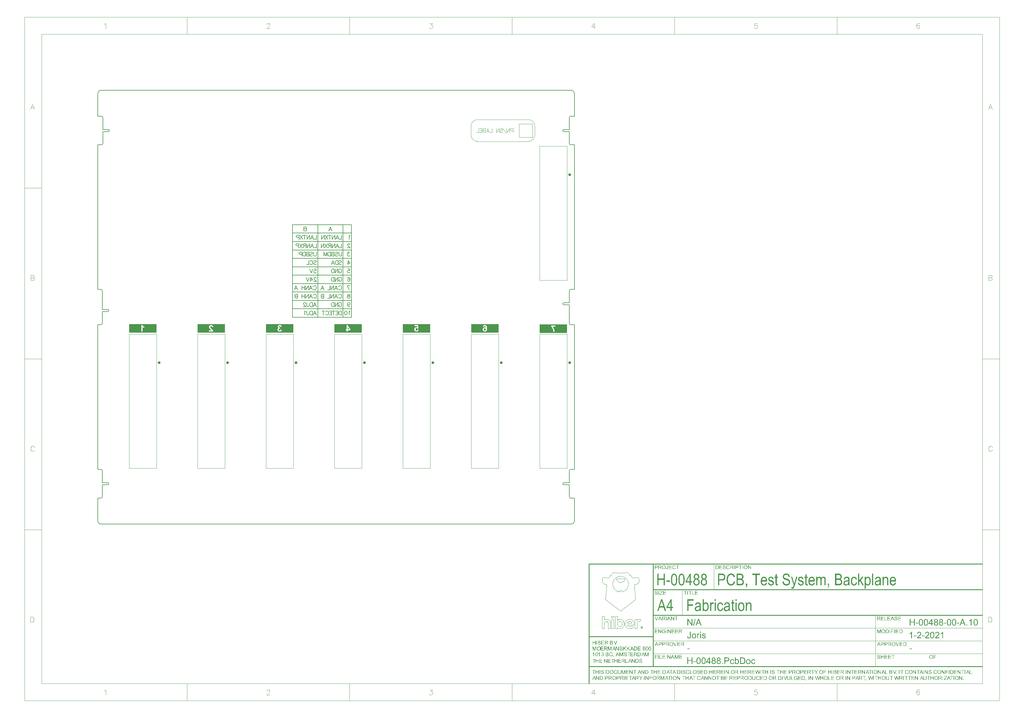
<source format=gbo>
G04*
G04 #@! TF.GenerationSoftware,Altium Limited,Altium Designer,21.0.9 (235)*
G04*
G04 Layer_Color=32896*
%FSLAX44Y44*%
%MOMM*%
G71*
G04*
G04 #@! TF.SameCoordinates,A4F98B16-F3DB-4773-8883-61DEE8D61BF0*
G04*
G04*
G04 #@! TF.FilePolarity,Positive*
G04*
G01*
G75*
%ADD11C,0.4000*%
%ADD12C,0.2000*%
%ADD15C,0.1200*%
%ADD16C,0.2539*%
%ADD17C,0.0423*%
%ADD18C,0.1000*%
%ADD19C,0.0991*%
%ADD20C,0.0127*%
G36*
X-152500Y-75500D02*
X-234500D01*
Y-50500D01*
X-152500D01*
Y-75500D01*
D02*
G37*
G36*
X-355700D02*
X-437700D01*
Y-50500D01*
X-355700D01*
Y-75500D01*
D02*
G37*
G36*
X-558900D02*
X-640900D01*
Y-50500D01*
X-558900D01*
Y-75500D01*
D02*
G37*
G36*
X-762100D02*
X-844100D01*
Y-50500D01*
X-762100D01*
Y-75500D01*
D02*
G37*
G36*
X-965300D02*
X-1047300D01*
Y-50500D01*
X-965300D01*
Y-75500D01*
D02*
G37*
G36*
X-1168500D02*
X-1250500D01*
Y-50500D01*
X-1168500D01*
Y-75500D01*
D02*
G37*
G36*
X50700Y-76500D02*
X-31300D01*
Y-51500D01*
X50700D01*
Y-76500D01*
D02*
G37*
G36*
X517525Y-767282D02*
X517660Y-767295D01*
X517795Y-767307D01*
X517955Y-767319D01*
X518298Y-767368D01*
X518679Y-767442D01*
X519059Y-767552D01*
X519427Y-767687D01*
X519439D01*
X519464Y-767712D01*
X519525Y-767724D01*
X519586Y-767761D01*
X519660Y-767810D01*
X519758Y-767859D01*
X519967Y-767982D01*
X520212Y-768154D01*
X520457Y-768362D01*
X520691Y-768595D01*
X520899Y-768877D01*
X520911Y-768890D01*
X520924Y-768914D01*
X520948Y-768951D01*
X520985Y-769012D01*
X521022Y-769086D01*
X521071Y-769172D01*
X521108Y-769282D01*
X521169Y-769393D01*
X521267Y-769650D01*
X521353Y-769957D01*
X521427Y-770288D01*
X521464Y-770656D01*
X520028Y-770767D01*
Y-770754D01*
X520016Y-770718D01*
Y-770668D01*
X520004Y-770595D01*
X519979Y-770497D01*
X519954Y-770399D01*
X519881Y-770165D01*
X519783Y-769908D01*
X519636Y-769638D01*
X519464Y-769380D01*
X519353Y-769270D01*
X519231Y-769159D01*
X519218Y-769147D01*
X519206Y-769135D01*
X519157Y-769110D01*
X519108Y-769074D01*
X519034Y-769037D01*
X518949Y-768988D01*
X518850Y-768939D01*
X518740Y-768877D01*
X518605Y-768828D01*
X518458Y-768779D01*
X518298Y-768730D01*
X518127Y-768693D01*
X517930Y-768656D01*
X517722Y-768632D01*
X517501Y-768607D01*
X517145D01*
X517047Y-768620D01*
X516937D01*
X516814Y-768632D01*
X516667Y-768644D01*
X516519Y-768669D01*
X516188Y-768730D01*
X515869Y-768816D01*
X515563Y-768939D01*
X515415Y-769025D01*
X515293Y-769110D01*
X515280D01*
X515268Y-769135D01*
X515195Y-769196D01*
X515096Y-769307D01*
X514986Y-769454D01*
X514875Y-769626D01*
X514777Y-769834D01*
X514704Y-770055D01*
X514692Y-770178D01*
X514679Y-770313D01*
Y-770325D01*
Y-770337D01*
X514692Y-770411D01*
X514704Y-770521D01*
X514728Y-770656D01*
X514790Y-770816D01*
X514863Y-770987D01*
X514961Y-771147D01*
X515109Y-771306D01*
X515133Y-771319D01*
X515158Y-771343D01*
X515207Y-771380D01*
X515268Y-771417D01*
X515342Y-771454D01*
X515440Y-771503D01*
X515550Y-771564D01*
X515685Y-771625D01*
X515845Y-771687D01*
X516029Y-771748D01*
X516237Y-771822D01*
X516483Y-771895D01*
X516740Y-771969D01*
X517035Y-772055D01*
X517366Y-772128D01*
X517391D01*
X517452Y-772141D01*
X517538Y-772165D01*
X517660Y-772202D01*
X517808Y-772226D01*
X517979Y-772276D01*
X518163Y-772312D01*
X518360Y-772374D01*
X518777Y-772484D01*
X519194Y-772595D01*
X519390Y-772656D01*
X519562Y-772717D01*
X519734Y-772779D01*
X519869Y-772840D01*
X519881D01*
X519918Y-772865D01*
X519967Y-772889D01*
X520028Y-772926D01*
X520114Y-772963D01*
X520212Y-773024D01*
X520421Y-773159D01*
X520666Y-773318D01*
X520899Y-773515D01*
X521132Y-773748D01*
X521230Y-773870D01*
X521329Y-773993D01*
Y-774005D01*
X521353Y-774030D01*
X521378Y-774067D01*
X521402Y-774116D01*
X521439Y-774177D01*
X521476Y-774263D01*
X521574Y-774459D01*
X521660Y-774693D01*
X521733Y-774962D01*
X521782Y-775269D01*
X521807Y-775600D01*
Y-775613D01*
Y-775637D01*
Y-775686D01*
X521795Y-775748D01*
Y-775833D01*
X521782Y-775919D01*
X521746Y-776152D01*
X521684Y-776410D01*
X521586Y-776692D01*
X521451Y-776987D01*
X521378Y-777146D01*
X521279Y-777293D01*
Y-777306D01*
X521255Y-777330D01*
X521230Y-777367D01*
X521181Y-777428D01*
X521071Y-777563D01*
X520899Y-777747D01*
X520691Y-777943D01*
X520433Y-778152D01*
X520139Y-778348D01*
X519795Y-778532D01*
X519783D01*
X519746Y-778557D01*
X519697Y-778569D01*
X519623Y-778606D01*
X519537Y-778631D01*
X519427Y-778667D01*
X519304Y-778716D01*
X519157Y-778753D01*
X519010Y-778790D01*
X518838Y-778839D01*
X518470Y-778900D01*
X518065Y-778950D01*
X517624Y-778974D01*
X517476D01*
X517366Y-778962D01*
X517231D01*
X517084Y-778950D01*
X516912Y-778937D01*
X516716Y-778913D01*
X516311Y-778864D01*
X515882Y-778790D01*
X515452Y-778680D01*
X515035Y-778532D01*
X515023D01*
X514986Y-778508D01*
X514937Y-778483D01*
X514863Y-778447D01*
X514777Y-778398D01*
X514679Y-778348D01*
X514446Y-778201D01*
X514188Y-778017D01*
X513919Y-777784D01*
X513649Y-777514D01*
X513416Y-777195D01*
X513403Y-777183D01*
X513391Y-777158D01*
X513367Y-777109D01*
X513330Y-777036D01*
X513281Y-776950D01*
X513232Y-776852D01*
X513170Y-776729D01*
X513121Y-776594D01*
X513060Y-776459D01*
X513011Y-776300D01*
X512913Y-775944D01*
X512839Y-775564D01*
X512814Y-775355D01*
X512802Y-775146D01*
X514213Y-775024D01*
Y-775036D01*
Y-775061D01*
X514225Y-775110D01*
X514238Y-775171D01*
X514250Y-775245D01*
X514262Y-775318D01*
X514311Y-775527D01*
X514372Y-775748D01*
X514446Y-775981D01*
X514544Y-776214D01*
X514667Y-776434D01*
X514679Y-776459D01*
X514741Y-776520D01*
X514826Y-776619D01*
X514949Y-776741D01*
X515109Y-776889D01*
X515305Y-777023D01*
X515538Y-777171D01*
X515808Y-777306D01*
X515820D01*
X515845Y-777318D01*
X515882Y-777330D01*
X515943Y-777355D01*
X516016Y-777379D01*
X516102Y-777416D01*
X516200Y-777440D01*
X516311Y-777465D01*
X516568Y-777526D01*
X516875Y-777588D01*
X517194Y-777625D01*
X517550Y-777637D01*
X517697D01*
X517771Y-777625D01*
X517857D01*
X518053Y-777600D01*
X518286Y-777576D01*
X518544Y-777539D01*
X518801Y-777477D01*
X519047Y-777392D01*
X519059D01*
X519071Y-777379D01*
X519108Y-777367D01*
X519157Y-777342D01*
X519268Y-777281D01*
X519415Y-777207D01*
X519574Y-777109D01*
X519746Y-776987D01*
X519893Y-776852D01*
X520028Y-776692D01*
X520040Y-776668D01*
X520077Y-776619D01*
X520139Y-776520D01*
X520200Y-776398D01*
X520249Y-776251D01*
X520310Y-776091D01*
X520347Y-775907D01*
X520359Y-775723D01*
Y-775711D01*
Y-775698D01*
Y-775637D01*
X520347Y-775527D01*
X520323Y-775404D01*
X520286Y-775257D01*
X520224Y-775097D01*
X520151Y-774938D01*
X520040Y-774791D01*
X520028Y-774778D01*
X519979Y-774729D01*
X519906Y-774656D01*
X519795Y-774557D01*
X519660Y-774459D01*
X519476Y-774349D01*
X519268Y-774239D01*
X519022Y-774128D01*
X518998Y-774116D01*
X518973Y-774104D01*
X518924Y-774091D01*
X518875Y-774079D01*
X518801Y-774054D01*
X518703Y-774018D01*
X518605Y-773993D01*
X518470Y-773956D01*
X518335Y-773907D01*
X518163Y-773870D01*
X517979Y-773821D01*
X517771Y-773760D01*
X517550Y-773711D01*
X517292Y-773637D01*
X517010Y-773576D01*
X516998D01*
X516949Y-773564D01*
X516863Y-773539D01*
X516765Y-773515D01*
X516630Y-773478D01*
X516483Y-773441D01*
X516335Y-773392D01*
X516164Y-773343D01*
X515796Y-773232D01*
X515440Y-773110D01*
X515268Y-773048D01*
X515109Y-772987D01*
X514961Y-772926D01*
X514839Y-772865D01*
X514826D01*
X514802Y-772840D01*
X514765Y-772815D01*
X514704Y-772791D01*
X514557Y-772705D01*
X514385Y-772582D01*
X514176Y-772423D01*
X513980Y-772251D01*
X513784Y-772042D01*
X513624Y-771822D01*
Y-771809D01*
X513612Y-771797D01*
X513587Y-771760D01*
X513563Y-771711D01*
X513502Y-771576D01*
X513428Y-771405D01*
X513354Y-771196D01*
X513293Y-770951D01*
X513244Y-770681D01*
X513232Y-770399D01*
Y-770386D01*
Y-770362D01*
Y-770313D01*
X513244Y-770251D01*
Y-770178D01*
X513256Y-770092D01*
X513293Y-769871D01*
X513354Y-769626D01*
X513428Y-769368D01*
X513550Y-769086D01*
X513710Y-768804D01*
Y-768792D01*
X513735Y-768767D01*
X513759Y-768730D01*
X513796Y-768681D01*
X513919Y-768546D01*
X514078Y-768374D01*
X514274Y-768190D01*
X514520Y-768006D01*
X514802Y-767822D01*
X515133Y-767663D01*
X515145D01*
X515170Y-767651D01*
X515231Y-767626D01*
X515293Y-767601D01*
X515378Y-767577D01*
X515489Y-767540D01*
X515612Y-767503D01*
X515746Y-767467D01*
X515894Y-767430D01*
X516053Y-767393D01*
X516397Y-767331D01*
X516789Y-767282D01*
X517206Y-767270D01*
X517415D01*
X517525Y-767282D01*
D02*
G37*
G36*
X368911D02*
X369058Y-767295D01*
X369230Y-767319D01*
X369414Y-767344D01*
X369623Y-767381D01*
X369843Y-767430D01*
X370076Y-767479D01*
X370310Y-767552D01*
X370555Y-767638D01*
X370800Y-767736D01*
X371033Y-767859D01*
X371267Y-767982D01*
X371487Y-768141D01*
X371500Y-768154D01*
X371536Y-768178D01*
X371598Y-768227D01*
X371671Y-768301D01*
X371769Y-768387D01*
X371880Y-768497D01*
X371990Y-768620D01*
X372125Y-768767D01*
X372260Y-768926D01*
X372395Y-769110D01*
X372530Y-769307D01*
X372653Y-769528D01*
X372788Y-769761D01*
X372898Y-770018D01*
X373009Y-770288D01*
X373107Y-770570D01*
X371634Y-770914D01*
Y-770902D01*
X371610Y-770865D01*
X371598Y-770791D01*
X371561Y-770705D01*
X371524Y-770607D01*
X371463Y-770497D01*
X371340Y-770227D01*
X371181Y-769932D01*
X370972Y-769626D01*
X370751Y-769343D01*
X370616Y-769221D01*
X370481Y-769110D01*
X370469Y-769098D01*
X370444Y-769086D01*
X370408Y-769061D01*
X370346Y-769025D01*
X370273Y-768976D01*
X370187Y-768926D01*
X370089Y-768877D01*
X369966Y-768828D01*
X369831Y-768779D01*
X369696Y-768730D01*
X369377Y-768632D01*
X369009Y-768571D01*
X368813Y-768546D01*
X368482D01*
X368383Y-768558D01*
X368273Y-768571D01*
X368138Y-768583D01*
X367991Y-768595D01*
X367844Y-768620D01*
X367488Y-768706D01*
X367120Y-768816D01*
X366936Y-768890D01*
X366752Y-768976D01*
X366580Y-769074D01*
X366408Y-769184D01*
X366396Y-769196D01*
X366371Y-769209D01*
X366322Y-769245D01*
X366261Y-769294D01*
X366200Y-769356D01*
X366114Y-769442D01*
X366028Y-769528D01*
X365930Y-769626D01*
X365832Y-769748D01*
X365721Y-769871D01*
X365525Y-770153D01*
X365341Y-770484D01*
X365182Y-770865D01*
Y-770877D01*
X365169Y-770914D01*
X365145Y-770975D01*
X365132Y-771049D01*
X365108Y-771147D01*
X365071Y-771257D01*
X365047Y-771392D01*
X365010Y-771527D01*
X364973Y-771687D01*
X364948Y-771859D01*
X364887Y-772226D01*
X364850Y-772619D01*
X364838Y-773036D01*
Y-773048D01*
Y-773098D01*
Y-773171D01*
X364850Y-773282D01*
Y-773404D01*
X364863Y-773551D01*
X364875Y-773711D01*
X364887Y-773895D01*
X364912Y-774091D01*
X364936Y-774288D01*
X365010Y-774717D01*
X365120Y-775146D01*
X365255Y-775564D01*
Y-775576D01*
X365280Y-775613D01*
X365304Y-775662D01*
X365329Y-775735D01*
X365378Y-775833D01*
X365439Y-775931D01*
X365574Y-776165D01*
X365758Y-776434D01*
X365979Y-776692D01*
X366249Y-776950D01*
X366396Y-777060D01*
X366555Y-777171D01*
X366568D01*
X366592Y-777195D01*
X366641Y-777220D01*
X366715Y-777256D01*
X366801Y-777293D01*
X366899Y-777342D01*
X367009Y-777379D01*
X367132Y-777428D01*
X367414Y-777526D01*
X367746Y-777612D01*
X368101Y-777674D01*
X368285Y-777686D01*
X368482Y-777698D01*
X368604D01*
X368690Y-777686D01*
X368801Y-777674D01*
X368923Y-777661D01*
X369071Y-777637D01*
X369218Y-777612D01*
X369561Y-777526D01*
X369733Y-777465D01*
X369917Y-777392D01*
X370101Y-777306D01*
X370273Y-777207D01*
X370444Y-777097D01*
X370616Y-776974D01*
X370629Y-776962D01*
X370653Y-776937D01*
X370702Y-776901D01*
X370764Y-776839D01*
X370825Y-776766D01*
X370911Y-776668D01*
X370997Y-776557D01*
X371095Y-776434D01*
X371193Y-776287D01*
X371291Y-776128D01*
X371389Y-775956D01*
X371487Y-775760D01*
X371573Y-775551D01*
X371659Y-775318D01*
X371745Y-775073D01*
X371806Y-774815D01*
X373303Y-775195D01*
Y-775220D01*
X373279Y-775281D01*
X373254Y-775367D01*
X373205Y-775502D01*
X373156Y-775649D01*
X373082Y-775833D01*
X373009Y-776030D01*
X372910Y-776238D01*
X372800Y-776471D01*
X372677Y-776692D01*
X372542Y-776937D01*
X372383Y-777171D01*
X372211Y-777392D01*
X372027Y-777612D01*
X371819Y-777821D01*
X371598Y-778017D01*
X371586Y-778029D01*
X371536Y-778054D01*
X371475Y-778103D01*
X371377Y-778164D01*
X371267Y-778238D01*
X371119Y-778324D01*
X370960Y-778410D01*
X370764Y-778496D01*
X370555Y-778581D01*
X370334Y-778667D01*
X370089Y-778753D01*
X369819Y-778827D01*
X369537Y-778888D01*
X369242Y-778937D01*
X368936Y-778962D01*
X368604Y-778974D01*
X368433D01*
X368298Y-778962D01*
X368150Y-778950D01*
X367966Y-778937D01*
X367770Y-778913D01*
X367549Y-778876D01*
X367316Y-778839D01*
X367071Y-778790D01*
X366825Y-778729D01*
X366580Y-778667D01*
X366322Y-778581D01*
X366077Y-778483D01*
X365844Y-778373D01*
X365623Y-778238D01*
X365611Y-778226D01*
X365574Y-778201D01*
X365513Y-778164D01*
X365439Y-778103D01*
X365341Y-778017D01*
X365230Y-777931D01*
X365108Y-777821D01*
X364973Y-777686D01*
X364838Y-777539D01*
X364691Y-777379D01*
X364556Y-777207D01*
X364409Y-777011D01*
X364261Y-776803D01*
X364126Y-776582D01*
X364004Y-776336D01*
X363881Y-776079D01*
X363869Y-776067D01*
X363857Y-776017D01*
X363832Y-775931D01*
X363795Y-775833D01*
X363746Y-775698D01*
X363697Y-775551D01*
X363648Y-775367D01*
X363587Y-775171D01*
X363537Y-774950D01*
X363476Y-774717D01*
X363427Y-774472D01*
X363390Y-774202D01*
X363317Y-773637D01*
X363304Y-773343D01*
X363292Y-773048D01*
Y-773024D01*
Y-772975D01*
Y-772877D01*
X363304Y-772754D01*
X363317Y-772595D01*
X363329Y-772411D01*
X363354Y-772214D01*
X363378Y-771993D01*
X363415Y-771760D01*
X363452Y-771515D01*
X363574Y-770987D01*
X363660Y-770730D01*
X363746Y-770472D01*
X363844Y-770202D01*
X363967Y-769957D01*
X363979Y-769945D01*
X364004Y-769896D01*
X364040Y-769834D01*
X364090Y-769736D01*
X364163Y-769626D01*
X364249Y-769503D01*
X364347Y-769368D01*
X364458Y-769209D01*
X364593Y-769061D01*
X364728Y-768890D01*
X364887Y-768730D01*
X365059Y-768558D01*
X365243Y-768399D01*
X365439Y-768239D01*
X365660Y-768092D01*
X365881Y-767957D01*
X365893Y-767945D01*
X365942Y-767933D01*
X366003Y-767896D01*
X366102Y-767847D01*
X366212Y-767798D01*
X366359Y-767736D01*
X366519Y-767675D01*
X366690Y-767614D01*
X366887Y-767552D01*
X367108Y-767491D01*
X367328Y-767430D01*
X367574Y-767381D01*
X368077Y-767295D01*
X368347Y-767282D01*
X368629Y-767270D01*
X368788D01*
X368911Y-767282D01*
D02*
G37*
G36*
X529033D02*
X529180Y-767295D01*
X529352Y-767319D01*
X529536Y-767344D01*
X529745Y-767381D01*
X529965Y-767430D01*
X530199Y-767479D01*
X530432Y-767552D01*
X530677Y-767638D01*
X530922Y-767736D01*
X531155Y-767859D01*
X531389Y-767982D01*
X531609Y-768141D01*
X531622Y-768154D01*
X531658Y-768178D01*
X531720Y-768227D01*
X531793Y-768301D01*
X531892Y-768387D01*
X532002Y-768497D01*
X532112Y-768620D01*
X532247Y-768767D01*
X532382Y-768926D01*
X532517Y-769110D01*
X532652Y-769307D01*
X532775Y-769528D01*
X532910Y-769761D01*
X533020Y-770018D01*
X533131Y-770288D01*
X533229Y-770570D01*
X531757Y-770914D01*
Y-770902D01*
X531732Y-770865D01*
X531720Y-770791D01*
X531683Y-770705D01*
X531646Y-770607D01*
X531585Y-770497D01*
X531462Y-770227D01*
X531303Y-769932D01*
X531094Y-769626D01*
X530873Y-769343D01*
X530738Y-769221D01*
X530603Y-769110D01*
X530591Y-769098D01*
X530566Y-769086D01*
X530530Y-769061D01*
X530468Y-769025D01*
X530395Y-768976D01*
X530309Y-768926D01*
X530211Y-768877D01*
X530088Y-768828D01*
X529953Y-768779D01*
X529818Y-768730D01*
X529499Y-768632D01*
X529131Y-768571D01*
X528935Y-768546D01*
X528604D01*
X528506Y-768558D01*
X528395Y-768571D01*
X528260Y-768583D01*
X528113Y-768595D01*
X527966Y-768620D01*
X527610Y-768706D01*
X527242Y-768816D01*
X527058Y-768890D01*
X526874Y-768976D01*
X526702Y-769074D01*
X526530Y-769184D01*
X526518Y-769196D01*
X526493Y-769209D01*
X526444Y-769245D01*
X526383Y-769294D01*
X526322Y-769356D01*
X526236Y-769442D01*
X526150Y-769528D01*
X526052Y-769626D01*
X525954Y-769748D01*
X525843Y-769871D01*
X525647Y-770153D01*
X525463Y-770484D01*
X525303Y-770865D01*
Y-770877D01*
X525291Y-770914D01*
X525267Y-770975D01*
X525254Y-771049D01*
X525230Y-771147D01*
X525193Y-771257D01*
X525168Y-771392D01*
X525132Y-771527D01*
X525095Y-771687D01*
X525070Y-771859D01*
X525009Y-772226D01*
X524972Y-772619D01*
X524960Y-773036D01*
Y-773048D01*
Y-773098D01*
Y-773171D01*
X524972Y-773282D01*
Y-773404D01*
X524985Y-773551D01*
X524997Y-773711D01*
X525009Y-773895D01*
X525034Y-774091D01*
X525058Y-774288D01*
X525132Y-774717D01*
X525242Y-775146D01*
X525377Y-775564D01*
Y-775576D01*
X525402Y-775613D01*
X525426Y-775662D01*
X525451Y-775735D01*
X525500Y-775833D01*
X525561Y-775931D01*
X525696Y-776165D01*
X525880Y-776434D01*
X526101Y-776692D01*
X526371Y-776950D01*
X526518Y-777060D01*
X526678Y-777171D01*
X526690D01*
X526714Y-777195D01*
X526763Y-777220D01*
X526837Y-777256D01*
X526923Y-777293D01*
X527021Y-777342D01*
X527131Y-777379D01*
X527254Y-777428D01*
X527536Y-777526D01*
X527868Y-777612D01*
X528223Y-777674D01*
X528407Y-777686D01*
X528604Y-777698D01*
X528726D01*
X528812Y-777686D01*
X528923Y-777674D01*
X529045Y-777661D01*
X529193Y-777637D01*
X529340Y-777612D01*
X529683Y-777526D01*
X529855Y-777465D01*
X530039Y-777392D01*
X530223Y-777306D01*
X530395Y-777207D01*
X530566Y-777097D01*
X530738Y-776974D01*
X530751Y-776962D01*
X530775Y-776937D01*
X530824Y-776901D01*
X530886Y-776839D01*
X530947Y-776766D01*
X531033Y-776668D01*
X531119Y-776557D01*
X531217Y-776434D01*
X531315Y-776287D01*
X531413Y-776128D01*
X531511Y-775956D01*
X531609Y-775760D01*
X531695Y-775551D01*
X531781Y-775318D01*
X531867Y-775073D01*
X531928Y-774815D01*
X533425Y-775195D01*
Y-775220D01*
X533400Y-775281D01*
X533376Y-775367D01*
X533327Y-775502D01*
X533278Y-775649D01*
X533204Y-775833D01*
X533131Y-776030D01*
X533032Y-776238D01*
X532922Y-776471D01*
X532799Y-776692D01*
X532664Y-776937D01*
X532505Y-777171D01*
X532333Y-777392D01*
X532149Y-777612D01*
X531941Y-777821D01*
X531720Y-778017D01*
X531707Y-778029D01*
X531658Y-778054D01*
X531597Y-778103D01*
X531499Y-778164D01*
X531389Y-778238D01*
X531241Y-778324D01*
X531082Y-778410D01*
X530886Y-778496D01*
X530677Y-778581D01*
X530456Y-778667D01*
X530211Y-778753D01*
X529941Y-778827D01*
X529659Y-778888D01*
X529364Y-778937D01*
X529058Y-778962D01*
X528726Y-778974D01*
X528554D01*
X528420Y-778962D01*
X528272Y-778950D01*
X528088Y-778937D01*
X527892Y-778913D01*
X527671Y-778876D01*
X527438Y-778839D01*
X527193Y-778790D01*
X526947Y-778729D01*
X526702Y-778667D01*
X526444Y-778581D01*
X526199Y-778483D01*
X525966Y-778373D01*
X525745Y-778238D01*
X525733Y-778226D01*
X525696Y-778201D01*
X525635Y-778164D01*
X525561Y-778103D01*
X525463Y-778017D01*
X525353Y-777931D01*
X525230Y-777821D01*
X525095Y-777686D01*
X524960Y-777539D01*
X524813Y-777379D01*
X524678Y-777207D01*
X524531Y-777011D01*
X524383Y-776803D01*
X524248Y-776582D01*
X524126Y-776336D01*
X524003Y-776079D01*
X523991Y-776067D01*
X523979Y-776017D01*
X523954Y-775931D01*
X523917Y-775833D01*
X523868Y-775698D01*
X523819Y-775551D01*
X523770Y-775367D01*
X523709Y-775171D01*
X523660Y-774950D01*
X523598Y-774717D01*
X523549Y-774472D01*
X523512Y-774202D01*
X523439Y-773637D01*
X523426Y-773343D01*
X523414Y-773048D01*
Y-773024D01*
Y-772975D01*
Y-772877D01*
X523426Y-772754D01*
X523439Y-772595D01*
X523451Y-772411D01*
X523475Y-772214D01*
X523500Y-771993D01*
X523537Y-771760D01*
X523574Y-771515D01*
X523696Y-770987D01*
X523782Y-770730D01*
X523868Y-770472D01*
X523966Y-770202D01*
X524089Y-769957D01*
X524101Y-769945D01*
X524126Y-769896D01*
X524162Y-769834D01*
X524212Y-769736D01*
X524285Y-769626D01*
X524371Y-769503D01*
X524469Y-769368D01*
X524580Y-769209D01*
X524715Y-769061D01*
X524850Y-768890D01*
X525009Y-768730D01*
X525181Y-768558D01*
X525365Y-768399D01*
X525561Y-768239D01*
X525782Y-768092D01*
X526003Y-767957D01*
X526015Y-767945D01*
X526064Y-767933D01*
X526125Y-767896D01*
X526224Y-767847D01*
X526334Y-767798D01*
X526481Y-767736D01*
X526641Y-767675D01*
X526813Y-767614D01*
X527009Y-767552D01*
X527230Y-767491D01*
X527450Y-767430D01*
X527696Y-767381D01*
X528199Y-767295D01*
X528469Y-767282D01*
X528751Y-767270D01*
X528910D01*
X529033Y-767282D01*
D02*
G37*
G36*
X596888Y-778790D02*
X595343D01*
X589405Y-769908D01*
Y-778790D01*
X587969D01*
Y-767467D01*
X589503D01*
X595453Y-776361D01*
Y-767467D01*
X596888D01*
Y-778790D01*
D02*
G37*
G36*
X350729Y-775183D02*
Y-775195D01*
Y-775245D01*
Y-775318D01*
Y-775416D01*
X350717Y-775539D01*
Y-775674D01*
X350705Y-775833D01*
X350681Y-775993D01*
X350644Y-776349D01*
X350582Y-776717D01*
X350496Y-777073D01*
X350435Y-777232D01*
X350374Y-777392D01*
Y-777404D01*
X350362Y-777428D01*
X350337Y-777465D01*
X350312Y-777514D01*
X350227Y-777661D01*
X350104Y-777833D01*
X349957Y-778017D01*
X349773Y-778213D01*
X349539Y-778398D01*
X349282Y-778569D01*
X349270D01*
X349245Y-778581D01*
X349208Y-778606D01*
X349147Y-778631D01*
X349086Y-778667D01*
X349000Y-778692D01*
X348902Y-778729D01*
X348791Y-778765D01*
X348534Y-778851D01*
X348239Y-778913D01*
X347908Y-778962D01*
X347540Y-778974D01*
X347393D01*
X347294Y-778962D01*
X347172Y-778950D01*
X347024Y-778925D01*
X346865Y-778900D01*
X346693Y-778864D01*
X346509Y-778827D01*
X346325Y-778765D01*
X346129Y-778704D01*
X345945Y-778618D01*
X345749Y-778520D01*
X345577Y-778410D01*
X345405Y-778275D01*
X345246Y-778128D01*
X345233Y-778115D01*
X345209Y-778091D01*
X345172Y-778042D01*
X345123Y-777968D01*
X345062Y-777882D01*
X345000Y-777772D01*
X344927Y-777637D01*
X344853Y-777490D01*
X344792Y-777318D01*
X344718Y-777134D01*
X344657Y-776925D01*
X344595Y-776692D01*
X344559Y-776447D01*
X344522Y-776177D01*
X344497Y-775895D01*
Y-775588D01*
X345847Y-775392D01*
Y-775404D01*
Y-775453D01*
X345859Y-775514D01*
Y-775600D01*
X345871Y-775711D01*
X345884Y-775833D01*
X345920Y-776103D01*
X345982Y-776398D01*
X346068Y-776692D01*
X346117Y-776827D01*
X346178Y-776962D01*
X346252Y-777073D01*
X346325Y-777171D01*
X346350Y-777195D01*
X346411Y-777244D01*
X346509Y-777318D01*
X346644Y-777404D01*
X346816Y-777490D01*
X347024Y-777563D01*
X347258Y-777612D01*
X347528Y-777637D01*
X347626D01*
X347724Y-777625D01*
X347859Y-777600D01*
X348018Y-777576D01*
X348178Y-777526D01*
X348337Y-777465D01*
X348497Y-777379D01*
X348521Y-777367D01*
X348570Y-777330D01*
X348632Y-777269D01*
X348730Y-777195D01*
X348816Y-777097D01*
X348914Y-776974D01*
X349000Y-776839D01*
X349073Y-776680D01*
X349086Y-776655D01*
X349098Y-776594D01*
X349122Y-776484D01*
X349159Y-776336D01*
X349184Y-776140D01*
X349208Y-775895D01*
X349221Y-775613D01*
X349233Y-775441D01*
Y-775269D01*
Y-767467D01*
X350729D01*
Y-775183D01*
D02*
G37*
G36*
X573039Y-778790D02*
X571542D01*
Y-767467D01*
X573039D01*
Y-778790D01*
D02*
G37*
G36*
X569739Y-768804D02*
X566009D01*
Y-778790D01*
X564513D01*
Y-768804D01*
X560783Y-768804D01*
Y-767467D01*
X569739Y-767467D01*
Y-768804D01*
D02*
G37*
G36*
X383252Y-768804D02*
X379523D01*
Y-778790D01*
X378026D01*
Y-768804D01*
X374297D01*
Y-767467D01*
X383252D01*
Y-768804D01*
D02*
G37*
G36*
X555986Y-767479D02*
X556268Y-767491D01*
X556551Y-767516D01*
X556820Y-767540D01*
X556955Y-767552D01*
X557066Y-767577D01*
X557078D01*
X557103Y-767589D01*
X557152D01*
X557201Y-767601D01*
X557274Y-767626D01*
X557360Y-767638D01*
X557557Y-767700D01*
X557777Y-767773D01*
X558010Y-767871D01*
X558244Y-767982D01*
X558464Y-768117D01*
X558477D01*
X558489Y-768129D01*
X558563Y-768190D01*
X558661Y-768276D01*
X558796Y-768399D01*
X558931Y-768546D01*
X559090Y-768742D01*
X559237Y-768951D01*
X559372Y-769209D01*
Y-769221D01*
X559384Y-769245D01*
X559409Y-769282D01*
X559434Y-769331D01*
X559458Y-769393D01*
X559483Y-769479D01*
X559556Y-769662D01*
X559618Y-769896D01*
X559679Y-770153D01*
X559716Y-770448D01*
X559728Y-770754D01*
Y-770767D01*
Y-770816D01*
Y-770889D01*
X559716Y-771000D01*
X559703Y-771122D01*
X559679Y-771257D01*
X559654Y-771417D01*
X559618Y-771601D01*
X559569Y-771785D01*
X559507Y-771981D01*
X559434Y-772178D01*
X559336Y-772386D01*
X559237Y-772595D01*
X559115Y-772803D01*
X558967Y-772999D01*
X558808Y-773196D01*
X558796Y-773208D01*
X558759Y-773232D01*
X558710Y-773282D01*
X558624Y-773355D01*
X558526Y-773429D01*
X558391Y-773515D01*
X558231Y-773601D01*
X558047Y-773687D01*
X557826Y-773785D01*
X557593Y-773870D01*
X557311Y-773956D01*
X557017Y-774030D01*
X556673Y-774091D01*
X556305Y-774140D01*
X555913Y-774177D01*
X555471Y-774190D01*
X552576D01*
Y-778790D01*
X551079D01*
Y-767467D01*
X555741D01*
X555986Y-767479D01*
D02*
G37*
G36*
X548441Y-778790D02*
X546945D01*
Y-767467D01*
X548441D01*
Y-778790D01*
D02*
G37*
G36*
X540688Y-767479D02*
X540823D01*
X540982Y-767491D01*
X541166Y-767503D01*
X541534Y-767540D01*
X541915Y-767601D01*
X542283Y-767675D01*
X542442Y-767724D01*
X542602Y-767773D01*
X542614D01*
X542638Y-767785D01*
X542675Y-767810D01*
X542737Y-767834D01*
X542884Y-767908D01*
X543056Y-768019D01*
X543264Y-768166D01*
X543473Y-768362D01*
X543681Y-768583D01*
X543865Y-768853D01*
Y-768865D01*
X543890Y-768890D01*
X543914Y-768926D01*
X543939Y-768988D01*
X543976Y-769061D01*
X544012Y-769147D01*
X544062Y-769245D01*
X544111Y-769356D01*
X544197Y-769613D01*
X544270Y-769896D01*
X544319Y-770215D01*
X544344Y-770558D01*
Y-770570D01*
Y-770607D01*
Y-770681D01*
X544331Y-770754D01*
X544319Y-770865D01*
X544307Y-770987D01*
X544282Y-771122D01*
X544246Y-771270D01*
X544147Y-771589D01*
X544086Y-771760D01*
X544012Y-771932D01*
X543927Y-772104D01*
X543816Y-772276D01*
X543694Y-772435D01*
X543559Y-772595D01*
X543546Y-772607D01*
X543522Y-772631D01*
X543473Y-772668D01*
X543411Y-772729D01*
X543326Y-772791D01*
X543227Y-772865D01*
X543105Y-772950D01*
X542957Y-773036D01*
X542798Y-773122D01*
X542626Y-773208D01*
X542430Y-773294D01*
X542209Y-773380D01*
X541976Y-773453D01*
X541718Y-773527D01*
X541436Y-773588D01*
X541142Y-773637D01*
X541154D01*
X541166Y-773650D01*
X541240Y-773687D01*
X541350Y-773748D01*
X541485Y-773821D01*
X541632Y-773907D01*
X541780Y-773993D01*
X541927Y-774104D01*
X542050Y-774202D01*
X542062Y-774214D01*
X542074Y-774226D01*
X542111Y-774263D01*
X542160Y-774312D01*
X542221Y-774373D01*
X542295Y-774447D01*
X542454Y-774619D01*
X542638Y-774840D01*
X542847Y-775097D01*
X543068Y-775392D01*
X543289Y-775711D01*
X545252Y-778790D01*
X543374D01*
X541878Y-776434D01*
X541866Y-776422D01*
X541853Y-776385D01*
X541816Y-776336D01*
X541767Y-776263D01*
X541718Y-776177D01*
X541645Y-776079D01*
X541497Y-775858D01*
X541326Y-775600D01*
X541154Y-775343D01*
X540970Y-775097D01*
X540798Y-774876D01*
Y-774864D01*
X540774Y-774852D01*
X540725Y-774791D01*
X540651Y-774693D01*
X540541Y-774582D01*
X540430Y-774459D01*
X540295Y-774337D01*
X540160Y-774214D01*
X540038Y-774128D01*
X540025Y-774116D01*
X539976Y-774091D01*
X539915Y-774054D01*
X539829Y-774005D01*
X539719Y-773956D01*
X539608Y-773907D01*
X539486Y-773858D01*
X539351Y-773821D01*
X539338D01*
X539301Y-773809D01*
X539240Y-773797D01*
X539154Y-773785D01*
X539032D01*
X538884Y-773772D01*
X538713Y-773760D01*
X536786D01*
Y-778790D01*
X535290D01*
Y-767467D01*
X540553D01*
X540688Y-767479D01*
D02*
G37*
G36*
X361403Y-768804D02*
X354704D01*
Y-772263D01*
X360974D01*
Y-773601D01*
X354704D01*
Y-777453D01*
X361660D01*
Y-778790D01*
X353208D01*
Y-767467D01*
X361403D01*
Y-768804D01*
D02*
G37*
G36*
X326954Y-767479D02*
X327089D01*
X327248Y-767491D01*
X327432Y-767503D01*
X327800Y-767540D01*
X328181Y-767601D01*
X328549Y-767675D01*
X328708Y-767724D01*
X328868Y-767773D01*
X328880D01*
X328904Y-767785D01*
X328941Y-767810D01*
X329002Y-767834D01*
X329150Y-767908D01*
X329322Y-768019D01*
X329530Y-768166D01*
X329739Y-768362D01*
X329947Y-768583D01*
X330131Y-768853D01*
Y-768865D01*
X330156Y-768890D01*
X330180Y-768926D01*
X330205Y-768988D01*
X330242Y-769061D01*
X330278Y-769147D01*
X330327Y-769245D01*
X330377Y-769356D01*
X330462Y-769613D01*
X330536Y-769896D01*
X330585Y-770215D01*
X330610Y-770558D01*
Y-770570D01*
Y-770607D01*
Y-770681D01*
X330597Y-770754D01*
X330585Y-770865D01*
X330573Y-770987D01*
X330548Y-771122D01*
X330512Y-771270D01*
X330413Y-771589D01*
X330352Y-771760D01*
X330278Y-771932D01*
X330193Y-772104D01*
X330082Y-772276D01*
X329959Y-772435D01*
X329824Y-772595D01*
X329812Y-772607D01*
X329788Y-772631D01*
X329739Y-772668D01*
X329677Y-772729D01*
X329591Y-772791D01*
X329493Y-772865D01*
X329371Y-772950D01*
X329223Y-773036D01*
X329064Y-773122D01*
X328892Y-773208D01*
X328696Y-773294D01*
X328475Y-773380D01*
X328242Y-773453D01*
X327984Y-773527D01*
X327702Y-773588D01*
X327408Y-773637D01*
X327420D01*
X327432Y-773650D01*
X327506Y-773687D01*
X327616Y-773748D01*
X327751Y-773821D01*
X327898Y-773907D01*
X328046Y-773993D01*
X328193Y-774104D01*
X328316Y-774202D01*
X328328Y-774214D01*
X328340Y-774226D01*
X328377Y-774263D01*
X328426Y-774312D01*
X328487Y-774373D01*
X328561Y-774447D01*
X328720Y-774619D01*
X328904Y-774840D01*
X329113Y-775097D01*
X329334Y-775392D01*
X329555Y-775711D01*
X331517Y-778790D01*
X329641D01*
X328144Y-776434D01*
X328131Y-776422D01*
X328119Y-776385D01*
X328082Y-776336D01*
X328033Y-776263D01*
X327984Y-776177D01*
X327911Y-776079D01*
X327763Y-775858D01*
X327592Y-775600D01*
X327420Y-775343D01*
X327236Y-775097D01*
X327064Y-774876D01*
Y-774864D01*
X327040Y-774852D01*
X326991Y-774791D01*
X326917Y-774693D01*
X326806Y-774582D01*
X326696Y-774459D01*
X326561Y-774337D01*
X326426Y-774214D01*
X326303Y-774128D01*
X326291Y-774116D01*
X326242Y-774091D01*
X326181Y-774054D01*
X326095Y-774005D01*
X325985Y-773956D01*
X325874Y-773907D01*
X325751Y-773858D01*
X325616Y-773821D01*
X325604D01*
X325567Y-773809D01*
X325506Y-773797D01*
X325420Y-773785D01*
X325298D01*
X325150Y-773772D01*
X324979Y-773760D01*
X323052D01*
Y-778790D01*
X321556D01*
Y-767467D01*
X326819D01*
X326954Y-767479D01*
D02*
G37*
G36*
X510974Y-768804D02*
X504276D01*
Y-772263D01*
X510545D01*
Y-773601D01*
X504276D01*
Y-777453D01*
X511232D01*
Y-778790D01*
X502779D01*
Y-767467D01*
X510974D01*
Y-768804D01*
D02*
G37*
G36*
X495663Y-767479D02*
X495811D01*
X495958Y-767491D01*
X496289Y-767503D01*
X496620Y-767540D01*
X496952Y-767577D01*
X497099Y-767614D01*
X497234Y-767638D01*
X497246D01*
X497283Y-767651D01*
X497332Y-767663D01*
X497393Y-767687D01*
X497479Y-767712D01*
X497577Y-767736D01*
X497810Y-767822D01*
X498068Y-767933D01*
X498338Y-768068D01*
X498620Y-768239D01*
X498890Y-768448D01*
X498902Y-768460D01*
X498927Y-768485D01*
X498976Y-768522D01*
X499037Y-768583D01*
X499111Y-768656D01*
X499197Y-768755D01*
X499295Y-768853D01*
X499393Y-768976D01*
X499503Y-769110D01*
X499614Y-769258D01*
X499724Y-769417D01*
X499835Y-769589D01*
X500043Y-769969D01*
X500227Y-770386D01*
Y-770399D01*
X500252Y-770435D01*
X500264Y-770509D01*
X500301Y-770595D01*
X500338Y-770705D01*
X500374Y-770840D01*
X500411Y-770987D01*
X500460Y-771159D01*
X500497Y-771356D01*
X500534Y-771564D01*
X500571Y-771785D01*
X500608Y-772018D01*
X500644Y-772263D01*
X500657Y-772521D01*
X500681Y-773073D01*
Y-773085D01*
Y-773134D01*
Y-773196D01*
Y-773294D01*
X500669Y-773404D01*
Y-773539D01*
X500657Y-773687D01*
X500644Y-773846D01*
X500608Y-774202D01*
X500546Y-774582D01*
X500473Y-774975D01*
X500374Y-775367D01*
Y-775379D01*
X500362Y-775416D01*
X500338Y-775465D01*
X500325Y-775527D01*
X500289Y-775613D01*
X500252Y-775711D01*
X500166Y-775944D01*
X500056Y-776201D01*
X499921Y-776484D01*
X499773Y-776753D01*
X499602Y-777011D01*
Y-777023D01*
X499577Y-777036D01*
X499552Y-777073D01*
X499516Y-777122D01*
X499430Y-777232D01*
X499295Y-777379D01*
X499148Y-777551D01*
X498976Y-777723D01*
X498780Y-777882D01*
X498571Y-778042D01*
X498559D01*
X498546Y-778054D01*
X498473Y-778103D01*
X498350Y-778164D01*
X498191Y-778250D01*
X497994Y-778336D01*
X497761Y-778434D01*
X497491Y-778520D01*
X497209Y-778606D01*
X497197D01*
X497173Y-778618D01*
X497136D01*
X497074Y-778631D01*
X497001Y-778643D01*
X496903Y-778667D01*
X496804Y-778680D01*
X496694Y-778692D01*
X496424Y-778729D01*
X496117Y-778765D01*
X495774Y-778778D01*
X495406Y-778790D01*
X491321D01*
Y-767467D01*
X495541D01*
X495663Y-767479D01*
D02*
G37*
G36*
X315888D02*
X316170Y-767491D01*
X316452Y-767516D01*
X316722Y-767540D01*
X316857Y-767552D01*
X316967Y-767577D01*
X316980D01*
X317004Y-767589D01*
X317053D01*
X317102Y-767601D01*
X317176Y-767626D01*
X317262Y-767638D01*
X317458Y-767700D01*
X317679Y-767773D01*
X317912Y-767871D01*
X318145Y-767982D01*
X318366Y-768117D01*
X318378D01*
X318391Y-768129D01*
X318464Y-768190D01*
X318562Y-768276D01*
X318697Y-768399D01*
X318832Y-768546D01*
X318992Y-768742D01*
X319139Y-768951D01*
X319274Y-769209D01*
Y-769221D01*
X319286Y-769245D01*
X319311Y-769282D01*
X319335Y-769331D01*
X319360Y-769393D01*
X319384Y-769479D01*
X319458Y-769662D01*
X319519Y-769896D01*
X319581Y-770153D01*
X319617Y-770448D01*
X319630Y-770754D01*
Y-770767D01*
Y-770816D01*
Y-770889D01*
X319617Y-771000D01*
X319605Y-771122D01*
X319581Y-771257D01*
X319556Y-771417D01*
X319519Y-771601D01*
X319470Y-771785D01*
X319409Y-771981D01*
X319335Y-772178D01*
X319237Y-772386D01*
X319139Y-772595D01*
X319016Y-772803D01*
X318869Y-772999D01*
X318710Y-773196D01*
X318697Y-773208D01*
X318660Y-773232D01*
X318611Y-773282D01*
X318526Y-773355D01*
X318427Y-773429D01*
X318292Y-773515D01*
X318133Y-773601D01*
X317949Y-773687D01*
X317728Y-773785D01*
X317495Y-773870D01*
X317213Y-773956D01*
X316918Y-774030D01*
X316575Y-774091D01*
X316207Y-774140D01*
X315814Y-774177D01*
X315373Y-774190D01*
X312477D01*
Y-778790D01*
X310981D01*
Y-767467D01*
X315643D01*
X315888Y-767479D01*
D02*
G37*
G36*
X580903Y-767282D02*
X581050Y-767295D01*
X581210Y-767307D01*
X581381Y-767331D01*
X581578Y-767368D01*
X581799Y-767405D01*
X582019Y-767454D01*
X582253Y-767515D01*
X582498Y-767589D01*
X582743Y-767675D01*
X582989Y-767773D01*
X583222Y-767884D01*
X583467Y-768018D01*
X583479Y-768031D01*
X583528Y-768055D01*
X583590Y-768092D01*
X583676Y-768154D01*
X583786Y-768227D01*
X583896Y-768325D01*
X584031Y-768436D01*
X584179Y-768558D01*
X584338Y-768706D01*
X584497Y-768865D01*
X584657Y-769037D01*
X584817Y-769221D01*
X584964Y-769417D01*
X585123Y-769638D01*
X585258Y-769871D01*
X585393Y-770116D01*
X585405Y-770129D01*
X585418Y-770178D01*
X585454Y-770251D01*
X585491Y-770350D01*
X585553Y-770472D01*
X585602Y-770632D01*
X585663Y-770803D01*
X585724Y-771000D01*
X585786Y-771208D01*
X585847Y-771441D01*
X585908Y-771699D01*
X585957Y-771957D01*
X585994Y-772239D01*
X586031Y-772533D01*
X586043Y-772828D01*
X586056Y-773147D01*
Y-773171D01*
Y-773220D01*
Y-773318D01*
X586043Y-773441D01*
X586031Y-773588D01*
X586019Y-773760D01*
X585994Y-773956D01*
X585970Y-774177D01*
X585933Y-774410D01*
X585884Y-774656D01*
X585835Y-774913D01*
X585761Y-775171D01*
X585675Y-775441D01*
X585589Y-775698D01*
X585479Y-775968D01*
X585356Y-776226D01*
X585344Y-776238D01*
X585320Y-776287D01*
X585283Y-776361D01*
X585234Y-776447D01*
X585160Y-776557D01*
X585074Y-776692D01*
X584964Y-776839D01*
X584853Y-776999D01*
X584718Y-777158D01*
X584571Y-777330D01*
X584399Y-777502D01*
X584228Y-777674D01*
X584044Y-777833D01*
X583835Y-777993D01*
X583614Y-778152D01*
X583381Y-778287D01*
X583369Y-778299D01*
X583320Y-778311D01*
X583258Y-778348D01*
X583160Y-778397D01*
X583038Y-778447D01*
X582903Y-778508D01*
X582743Y-778569D01*
X582559Y-778631D01*
X582363Y-778692D01*
X582154Y-778753D01*
X581921Y-778814D01*
X581688Y-778864D01*
X581173Y-778950D01*
X580903Y-778962D01*
X580633Y-778974D01*
X580474D01*
X580363Y-778962D01*
X580228Y-778950D01*
X580056Y-778937D01*
X579885Y-778913D01*
X579676Y-778876D01*
X579468Y-778839D01*
X579235Y-778790D01*
X579001Y-778729D01*
X578756Y-778655D01*
X578511Y-778569D01*
X578265Y-778459D01*
X578020Y-778348D01*
X577775Y-778213D01*
X577762Y-778201D01*
X577725Y-778177D01*
X577652Y-778128D01*
X577566Y-778066D01*
X577468Y-777993D01*
X577345Y-777894D01*
X577210Y-777784D01*
X577063Y-777661D01*
X576903Y-777514D01*
X576756Y-777355D01*
X576597Y-777183D01*
X576437Y-776999D01*
X576278Y-776790D01*
X576131Y-776582D01*
X575996Y-776349D01*
X575861Y-776103D01*
X575849Y-776091D01*
X575836Y-776042D01*
X575799Y-775968D01*
X575763Y-775870D01*
X575714Y-775748D01*
X575664Y-775600D01*
X575603Y-775441D01*
X575542Y-775245D01*
X575480Y-775048D01*
X575419Y-774827D01*
X575370Y-774594D01*
X575321Y-774349D01*
X575247Y-773834D01*
X575235Y-773551D01*
X575223Y-773282D01*
Y-773269D01*
Y-773245D01*
Y-773208D01*
Y-773159D01*
X575235Y-773085D01*
Y-773012D01*
X575247Y-772815D01*
X575272Y-772582D01*
X575309Y-772300D01*
X575345Y-772006D01*
X575407Y-771674D01*
X575493Y-771319D01*
X575591Y-770963D01*
X575714Y-770595D01*
X575861Y-770227D01*
X576032Y-769859D01*
X576229Y-769515D01*
X576462Y-769172D01*
X576732Y-768865D01*
X576744Y-768853D01*
X576805Y-768791D01*
X576891Y-768718D01*
X577002Y-768620D01*
X577161Y-768497D01*
X577333Y-768362D01*
X577542Y-768215D01*
X577787Y-768068D01*
X578057Y-767920D01*
X578351Y-767773D01*
X578670Y-767638D01*
X579026Y-767515D01*
X579394Y-767417D01*
X579786Y-767344D01*
X580204Y-767282D01*
X580645Y-767270D01*
X580793D01*
X580903Y-767282D01*
D02*
G37*
G36*
X338179Y-767282D02*
X338326Y-767295D01*
X338486Y-767307D01*
X338658Y-767331D01*
X338854Y-767368D01*
X339075Y-767405D01*
X339296Y-767454D01*
X339529Y-767516D01*
X339774Y-767589D01*
X340019Y-767675D01*
X340265Y-767773D01*
X340498Y-767884D01*
X340743Y-768019D01*
X340756Y-768031D01*
X340805Y-768055D01*
X340866Y-768092D01*
X340952Y-768154D01*
X341062Y-768227D01*
X341173Y-768325D01*
X341307Y-768436D01*
X341455Y-768558D01*
X341614Y-768706D01*
X341774Y-768865D01*
X341933Y-769037D01*
X342093Y-769221D01*
X342240Y-769417D01*
X342399Y-769638D01*
X342534Y-769871D01*
X342669Y-770116D01*
X342682Y-770129D01*
X342694Y-770178D01*
X342731Y-770251D01*
X342767Y-770350D01*
X342829Y-770472D01*
X342878Y-770632D01*
X342939Y-770803D01*
X343001Y-771000D01*
X343062Y-771208D01*
X343123Y-771441D01*
X343185Y-771699D01*
X343234Y-771957D01*
X343270Y-772239D01*
X343307Y-772533D01*
X343320Y-772828D01*
X343332Y-773147D01*
Y-773171D01*
Y-773220D01*
Y-773318D01*
X343320Y-773441D01*
X343307Y-773588D01*
X343295Y-773760D01*
X343270Y-773956D01*
X343246Y-774177D01*
X343209Y-774410D01*
X343160Y-774656D01*
X343111Y-774913D01*
X343037Y-775171D01*
X342952Y-775441D01*
X342866Y-775698D01*
X342755Y-775968D01*
X342632Y-776226D01*
X342620Y-776238D01*
X342596Y-776287D01*
X342559Y-776361D01*
X342510Y-776447D01*
X342436Y-776557D01*
X342350Y-776692D01*
X342240Y-776839D01*
X342130Y-776999D01*
X341995Y-777158D01*
X341847Y-777330D01*
X341676Y-777502D01*
X341504Y-777674D01*
X341320Y-777833D01*
X341111Y-777993D01*
X340890Y-778152D01*
X340657Y-778287D01*
X340645Y-778299D01*
X340596Y-778312D01*
X340535Y-778348D01*
X340437Y-778398D01*
X340314Y-778447D01*
X340179Y-778508D01*
X340019Y-778569D01*
X339835Y-778631D01*
X339639Y-778692D01*
X339431Y-778753D01*
X339197Y-778815D01*
X338964Y-778864D01*
X338449Y-778950D01*
X338179Y-778962D01*
X337909Y-778974D01*
X337750D01*
X337639Y-778962D01*
X337504Y-778950D01*
X337333Y-778937D01*
X337161Y-778913D01*
X336952Y-778876D01*
X336744Y-778839D01*
X336511Y-778790D01*
X336278Y-778729D01*
X336032Y-778655D01*
X335787Y-778569D01*
X335541Y-778459D01*
X335296Y-778348D01*
X335051Y-778213D01*
X335038Y-778201D01*
X335002Y-778177D01*
X334928Y-778128D01*
X334842Y-778066D01*
X334744Y-777993D01*
X334621Y-777895D01*
X334486Y-777784D01*
X334339Y-777661D01*
X334180Y-777514D01*
X334033Y-777355D01*
X333873Y-777183D01*
X333713Y-776999D01*
X333554Y-776790D01*
X333407Y-776582D01*
X333272Y-776349D01*
X333137Y-776103D01*
X333125Y-776091D01*
X333112Y-776042D01*
X333076Y-775968D01*
X333039Y-775870D01*
X332990Y-775748D01*
X332941Y-775600D01*
X332879Y-775441D01*
X332818Y-775245D01*
X332757Y-775048D01*
X332695Y-774827D01*
X332646Y-774594D01*
X332597Y-774349D01*
X332523Y-773834D01*
X332511Y-773551D01*
X332499Y-773282D01*
Y-773269D01*
Y-773245D01*
Y-773208D01*
Y-773159D01*
X332511Y-773085D01*
Y-773012D01*
X332523Y-772815D01*
X332548Y-772582D01*
X332585Y-772300D01*
X332622Y-772006D01*
X332683Y-771674D01*
X332769Y-771319D01*
X332867Y-770963D01*
X332990Y-770595D01*
X333137Y-770227D01*
X333309Y-769859D01*
X333505Y-769515D01*
X333738Y-769172D01*
X334008Y-768865D01*
X334020Y-768853D01*
X334082Y-768792D01*
X334168Y-768718D01*
X334278Y-768620D01*
X334437Y-768497D01*
X334609Y-768362D01*
X334818Y-768215D01*
X335063Y-768068D01*
X335333Y-767920D01*
X335627Y-767773D01*
X335946Y-767638D01*
X336302Y-767516D01*
X336670Y-767417D01*
X337063Y-767344D01*
X337480Y-767282D01*
X337921Y-767270D01*
X338069D01*
X338179Y-767282D01*
D02*
G37*
G36*
X702229Y-791699D02*
X702572Y-791737D01*
X702916Y-791775D01*
X703298Y-791813D01*
X704176Y-791966D01*
X705092Y-792195D01*
X706046Y-792501D01*
X706963Y-792921D01*
X707001D01*
X707077Y-792997D01*
X707192Y-793035D01*
X707344Y-793149D01*
X707803Y-793455D01*
X708337Y-793837D01*
X708910Y-794371D01*
X709559Y-794982D01*
X710131Y-795707D01*
X710666Y-796547D01*
Y-796585D01*
X710742Y-796662D01*
X710780Y-796776D01*
X710895Y-796967D01*
X710971Y-797196D01*
X711086Y-797464D01*
X711238Y-797769D01*
X711353Y-798112D01*
X711620Y-798914D01*
X711849Y-799830D01*
X712040Y-800899D01*
X712116Y-802045D01*
X708490Y-802388D01*
Y-802350D01*
Y-802235D01*
X708452Y-802045D01*
X708413Y-801815D01*
X708375Y-801548D01*
X708299Y-801243D01*
X708108Y-800479D01*
X707841Y-799678D01*
X707497Y-798838D01*
X707039Y-798036D01*
X706734Y-797692D01*
X706428Y-797349D01*
Y-797311D01*
X706352Y-797273D01*
X706237Y-797196D01*
X706123Y-797082D01*
X705932Y-796967D01*
X705703Y-796814D01*
X705168Y-796509D01*
X704481Y-796242D01*
X703641Y-795975D01*
X702649Y-795784D01*
X702114Y-795707D01*
X701236D01*
X701007Y-795745D01*
X700740D01*
X700434Y-795784D01*
X699747Y-795898D01*
X698946Y-796051D01*
X698144Y-796318D01*
X697342Y-796662D01*
X696655Y-797158D01*
X696579Y-797234D01*
X696388Y-797425D01*
X696121Y-797731D01*
X695815Y-798151D01*
X695510Y-798685D01*
X695243Y-799334D01*
X695052Y-800059D01*
X695014Y-800441D01*
X694975Y-800861D01*
Y-800899D01*
Y-800938D01*
Y-801052D01*
X695014Y-801205D01*
X695052Y-801587D01*
X695128Y-802045D01*
X695281Y-802579D01*
X695510Y-803113D01*
X695777Y-803648D01*
X696197Y-804144D01*
X696273Y-804183D01*
X696350Y-804259D01*
X696464Y-804335D01*
X696617Y-804450D01*
X696808Y-804564D01*
X697075Y-804717D01*
X697342Y-804870D01*
X697686Y-805022D01*
X698068Y-805213D01*
X698526Y-805404D01*
X699060Y-805595D01*
X699633Y-805824D01*
X700244Y-806015D01*
X700969Y-806244D01*
X701732Y-806473D01*
X701771D01*
X701923Y-806511D01*
X702114Y-806588D01*
X702420Y-806664D01*
X702763Y-806778D01*
X703145Y-806893D01*
X703603Y-807046D01*
X704061Y-807160D01*
X705016Y-807504D01*
X706008Y-807847D01*
X706466Y-808000D01*
X706886Y-808191D01*
X707306Y-808382D01*
X707650Y-808535D01*
X707688D01*
X707764Y-808611D01*
X707917Y-808687D01*
X708070Y-808764D01*
X708299Y-808916D01*
X708528Y-809069D01*
X709100Y-809489D01*
X709750Y-809985D01*
X710398Y-810596D01*
X711048Y-811283D01*
X711582Y-812047D01*
Y-812085D01*
X711658Y-812161D01*
X711696Y-812276D01*
X711811Y-812429D01*
X711887Y-812619D01*
X712002Y-812887D01*
X712155Y-813154D01*
X712269Y-813497D01*
X712536Y-814261D01*
X712727Y-815139D01*
X712880Y-816093D01*
X712956Y-817200D01*
Y-817239D01*
Y-817315D01*
Y-817506D01*
X712918Y-817697D01*
Y-817964D01*
X712880Y-818270D01*
X712842Y-818613D01*
X712766Y-818995D01*
X712613Y-819835D01*
X712346Y-820751D01*
X712002Y-821667D01*
X711544Y-822622D01*
Y-822660D01*
X711468Y-822736D01*
X711391Y-822851D01*
X711277Y-823003D01*
X710971Y-823461D01*
X710551Y-823996D01*
X709979Y-824607D01*
X709330Y-825218D01*
X708566Y-825828D01*
X707726Y-826363D01*
X707688D01*
X707612Y-826401D01*
X707497Y-826477D01*
X707306Y-826554D01*
X707077Y-826668D01*
X706772Y-826745D01*
X706466Y-826859D01*
X706085Y-826974D01*
X705703Y-827126D01*
X705245Y-827241D01*
X704252Y-827432D01*
X703145Y-827585D01*
X701923Y-827623D01*
X701694D01*
X701427Y-827585D01*
X701045D01*
X700587Y-827508D01*
X700091Y-827470D01*
X699518Y-827355D01*
X698869Y-827241D01*
X698220Y-827050D01*
X697533Y-826859D01*
X696846Y-826592D01*
X696121Y-826286D01*
X695434Y-825905D01*
X694746Y-825485D01*
X694097Y-825027D01*
X693486Y-824454D01*
X693448Y-824416D01*
X693372Y-824301D01*
X693181Y-824110D01*
X692990Y-823881D01*
X692761Y-823538D01*
X692494Y-823156D01*
X692188Y-822698D01*
X691921Y-822163D01*
X691616Y-821591D01*
X691310Y-820942D01*
X691043Y-820217D01*
X690814Y-819453D01*
X690585Y-818613D01*
X690432Y-817735D01*
X690280Y-816781D01*
X690241Y-815788D01*
X693792Y-815444D01*
Y-815483D01*
Y-815559D01*
X693830Y-815712D01*
X693868Y-815903D01*
Y-816170D01*
X693945Y-816437D01*
X694059Y-817086D01*
X694212Y-817811D01*
X694441Y-818575D01*
X694708Y-819300D01*
X695052Y-819949D01*
X695090Y-820026D01*
X695243Y-820217D01*
X695472Y-820522D01*
X695815Y-820865D01*
X696197Y-821285D01*
X696693Y-821705D01*
X697304Y-822125D01*
X697953Y-822507D01*
X697991D01*
X698029Y-822545D01*
X698144Y-822583D01*
X698297Y-822660D01*
X698678Y-822812D01*
X699175Y-822965D01*
X699824Y-823156D01*
X700549Y-823309D01*
X701313Y-823423D01*
X702191Y-823461D01*
X702496D01*
X702763Y-823423D01*
X703030D01*
X703336Y-823385D01*
X704100Y-823271D01*
X704939Y-823080D01*
X705817Y-822774D01*
X706657Y-822393D01*
X707421Y-821858D01*
X707459Y-821820D01*
X707497Y-821782D01*
X707726Y-821553D01*
X708032Y-821209D01*
X708375Y-820713D01*
X708719Y-820102D01*
X708986Y-819377D01*
X709215Y-818537D01*
X709253Y-818079D01*
X709291Y-817582D01*
Y-817506D01*
Y-817315D01*
X709253Y-817048D01*
X709215Y-816666D01*
X709139Y-816246D01*
X708986Y-815826D01*
X708833Y-815368D01*
X708604Y-814910D01*
X708566Y-814872D01*
X708490Y-814719D01*
X708299Y-814490D01*
X708108Y-814261D01*
X707803Y-813956D01*
X707459Y-813650D01*
X707039Y-813345D01*
X706543Y-813039D01*
X706466Y-813001D01*
X706390Y-812963D01*
X706275Y-812887D01*
X706085Y-812810D01*
X705894Y-812734D01*
X705627Y-812619D01*
X705321Y-812505D01*
X704939Y-812352D01*
X704519Y-812199D01*
X704023Y-812009D01*
X703489Y-811818D01*
X702878Y-811627D01*
X702229Y-811398D01*
X701465Y-811169D01*
X700664Y-810940D01*
X700625D01*
X700473Y-810901D01*
X700282Y-810825D01*
X700015Y-810711D01*
X699671Y-810634D01*
X699289Y-810481D01*
X698907Y-810329D01*
X698449Y-810176D01*
X697495Y-809833D01*
X696541Y-809413D01*
X695663Y-808993D01*
X695281Y-808764D01*
X694937Y-808535D01*
X694861Y-808458D01*
X694670Y-808306D01*
X694326Y-808038D01*
X693945Y-807695D01*
X693525Y-807237D01*
X693105Y-806740D01*
X692647Y-806130D01*
X692265Y-805480D01*
Y-805442D01*
X692227Y-805404D01*
X692188Y-805290D01*
X692112Y-805137D01*
X691959Y-804755D01*
X691807Y-804259D01*
X691654Y-803610D01*
X691501Y-802885D01*
X691387Y-802121D01*
X691349Y-801243D01*
Y-801205D01*
Y-801052D01*
Y-800823D01*
X691387Y-800556D01*
X691425Y-800174D01*
X691501Y-799754D01*
X691578Y-799296D01*
X691692Y-798800D01*
X691845Y-798265D01*
X691998Y-797731D01*
X692227Y-797158D01*
X692494Y-796585D01*
X692799Y-796013D01*
X693181Y-795440D01*
X693601Y-794906D01*
X694059Y-794371D01*
X694097Y-794333D01*
X694174Y-794257D01*
X694326Y-794104D01*
X694555Y-793951D01*
X694823Y-793760D01*
X695166Y-793531D01*
X695548Y-793264D01*
X696006Y-792997D01*
X696502Y-792768D01*
X697075Y-792501D01*
X697686Y-792271D01*
X698335Y-792081D01*
X699022Y-791928D01*
X699786Y-791775D01*
X700587Y-791699D01*
X701427Y-791661D01*
X701962D01*
X702229Y-791699D01*
D02*
G37*
G36*
X538529Y-791699D02*
X538873Y-791737D01*
X539293Y-791813D01*
X539751Y-791890D01*
X540285Y-791966D01*
X541393Y-792310D01*
X541965Y-792501D01*
X542576Y-792768D01*
X543149Y-793035D01*
X543759Y-793417D01*
X544332Y-793799D01*
X544905Y-794257D01*
X544943Y-794295D01*
X545019Y-794371D01*
X545172Y-794524D01*
X545401Y-794715D01*
X545630Y-794982D01*
X545897Y-795326D01*
X546203Y-795707D01*
X546546Y-796165D01*
X546890Y-796662D01*
X547233Y-797234D01*
X547577Y-797845D01*
X547921Y-798494D01*
X548264Y-799258D01*
X548570Y-800021D01*
X548875Y-800861D01*
X549104Y-801777D01*
X545401Y-802846D01*
Y-802808D01*
X545363Y-802770D01*
X545325Y-802541D01*
X545172Y-802159D01*
X545019Y-801701D01*
X544790Y-801167D01*
X544485Y-800556D01*
X544141Y-799907D01*
X543721Y-799220D01*
X543263Y-798532D01*
X542691Y-797883D01*
X542080Y-797273D01*
X541393Y-796738D01*
X540591Y-796280D01*
X539751Y-795898D01*
X538797Y-795669D01*
X538300Y-795631D01*
X537766Y-795593D01*
X537499D01*
X537270Y-795631D01*
X537040D01*
X536735Y-795669D01*
X536086Y-795784D01*
X535284Y-795936D01*
X534483Y-796204D01*
X533605Y-796585D01*
X532803Y-797082D01*
X532765D01*
X532727Y-797158D01*
X532612Y-797234D01*
X532459Y-797349D01*
X532077Y-797692D01*
X531619Y-798189D01*
X531085Y-798838D01*
X530550Y-799601D01*
X529978Y-800556D01*
X529711Y-801052D01*
X529482Y-801625D01*
Y-801663D01*
X529443Y-801777D01*
X529367Y-801930D01*
X529291Y-802197D01*
X529214Y-802503D01*
X529100Y-802846D01*
X528985Y-803266D01*
X528871Y-803763D01*
X528756Y-804297D01*
X528642Y-804870D01*
X528527Y-805519D01*
X528451Y-806206D01*
X528374Y-806931D01*
X528298Y-807733D01*
X528260Y-808535D01*
Y-809413D01*
Y-809451D01*
Y-809489D01*
Y-809718D01*
Y-810100D01*
X528298Y-810596D01*
X528336Y-811169D01*
X528374Y-811856D01*
X528451Y-812619D01*
X528565Y-813421D01*
X528718Y-814299D01*
X528871Y-815177D01*
X529062Y-816055D01*
X529291Y-816933D01*
X529596Y-817811D01*
X529940Y-818651D01*
X530321Y-819415D01*
X530741Y-820140D01*
X530779Y-820178D01*
X530856Y-820293D01*
X531009Y-820484D01*
X531199Y-820675D01*
X531467Y-820980D01*
X531772Y-821247D01*
X532116Y-821591D01*
X532536Y-821896D01*
X532994Y-822240D01*
X533490Y-822583D01*
X534025Y-822851D01*
X534635Y-823118D01*
X535246Y-823347D01*
X535933Y-823538D01*
X536659Y-823652D01*
X537422Y-823690D01*
X537728D01*
X537957Y-823652D01*
X538224Y-823614D01*
X538529Y-823576D01*
X539255Y-823423D01*
X540094Y-823156D01*
X540514Y-822965D01*
X540973Y-822774D01*
X541431Y-822507D01*
X541889Y-822240D01*
X542347Y-821896D01*
X542767Y-821515D01*
X542805Y-821476D01*
X542881Y-821400D01*
X542996Y-821285D01*
X543149Y-821095D01*
X543301Y-820865D01*
X543530Y-820560D01*
X543759Y-820255D01*
X543988Y-819835D01*
X544256Y-819415D01*
X544485Y-818919D01*
X544752Y-818346D01*
X544981Y-817773D01*
X545210Y-817124D01*
X545439Y-816399D01*
X545630Y-815635D01*
X545783Y-814834D01*
X549562Y-815979D01*
Y-816055D01*
X549486Y-816246D01*
X549409Y-816552D01*
X549333Y-816933D01*
X549180Y-817430D01*
X548990Y-818002D01*
X548799Y-818613D01*
X548531Y-819262D01*
X548264Y-819987D01*
X547921Y-820713D01*
X547577Y-821438D01*
X547157Y-822163D01*
X546737Y-822889D01*
X546241Y-823538D01*
X545706Y-824187D01*
X545134Y-824760D01*
X545096Y-824798D01*
X544981Y-824874D01*
X544828Y-825027D01*
X544561Y-825218D01*
X544256Y-825408D01*
X543912Y-825676D01*
X543492Y-825905D01*
X542996Y-826172D01*
X542461Y-826439D01*
X541889Y-826706D01*
X541278Y-826974D01*
X540591Y-827165D01*
X539865Y-827355D01*
X539140Y-827508D01*
X538338Y-827585D01*
X537499Y-827623D01*
X537117D01*
X536850Y-827585D01*
X536506Y-827546D01*
X536086Y-827508D01*
X535666Y-827470D01*
X535170Y-827394D01*
X534101Y-827165D01*
X532956Y-826821D01*
X532383Y-826592D01*
X531810Y-826325D01*
X531238Y-826058D01*
X530703Y-825714D01*
X530665Y-825676D01*
X530589Y-825638D01*
X530436Y-825523D01*
X530245Y-825332D01*
X530016Y-825141D01*
X529711Y-824874D01*
X529405Y-824569D01*
X529100Y-824225D01*
X528718Y-823805D01*
X528374Y-823347D01*
X527993Y-822851D01*
X527611Y-822278D01*
X527229Y-821667D01*
X526847Y-821018D01*
X526466Y-820293D01*
X526122Y-819529D01*
Y-819491D01*
X526046Y-819338D01*
X525969Y-819109D01*
X525855Y-818766D01*
X525702Y-818346D01*
X525549Y-817850D01*
X525397Y-817315D01*
X525244Y-816666D01*
X525091Y-815941D01*
X524939Y-815177D01*
X524786Y-814337D01*
X524633Y-813459D01*
X524519Y-812505D01*
X524442Y-811512D01*
X524404Y-810482D01*
X524366Y-809413D01*
Y-809336D01*
Y-809145D01*
Y-808840D01*
X524404Y-808458D01*
Y-807962D01*
X524442Y-807389D01*
X524519Y-806740D01*
X524595Y-806053D01*
X524671Y-805290D01*
X524786Y-804526D01*
X525091Y-802923D01*
X525549Y-801281D01*
X525817Y-800479D01*
X526122Y-799716D01*
X526160Y-799678D01*
X526198Y-799525D01*
X526313Y-799334D01*
X526466Y-799067D01*
X526618Y-798723D01*
X526847Y-798342D01*
X527115Y-797922D01*
X527420Y-797464D01*
X528107Y-796509D01*
X528909Y-795517D01*
X529902Y-794562D01*
X530398Y-794104D01*
X530970Y-793722D01*
X531009Y-793684D01*
X531123Y-793646D01*
X531276Y-793531D01*
X531505Y-793417D01*
X531810Y-793226D01*
X532154Y-793073D01*
X532536Y-792882D01*
X532994Y-792691D01*
X533490Y-792501D01*
X534025Y-792310D01*
X535170Y-791966D01*
X536468Y-791737D01*
X537155Y-791699D01*
X537842Y-791661D01*
X538262D01*
X538529Y-791699D01*
D02*
G37*
G36*
X944151Y-801319D02*
X944342D01*
X944610Y-801357D01*
X945182Y-801472D01*
X945869Y-801625D01*
X946633Y-801892D01*
X947358Y-802235D01*
X948122Y-802732D01*
X948160D01*
X948198Y-802808D01*
X948313Y-802884D01*
X948465Y-802999D01*
X948809Y-803343D01*
X949267Y-803839D01*
X949763Y-804450D01*
X950298Y-805213D01*
X950832Y-806129D01*
X951290Y-807160D01*
Y-807198D01*
X951329Y-807275D01*
X951405Y-807466D01*
X951481Y-807695D01*
X951558Y-807962D01*
X951672Y-808305D01*
X951787Y-808687D01*
X951901Y-809145D01*
X952016Y-809642D01*
X952130Y-810176D01*
X952245Y-810787D01*
X952321Y-811398D01*
X952398Y-812047D01*
X952474Y-812772D01*
X952512Y-814261D01*
Y-814337D01*
Y-814528D01*
Y-814872D01*
X952474Y-815330D01*
X952436Y-815864D01*
X952359Y-816475D01*
X952283Y-817162D01*
X952168Y-817888D01*
X952016Y-818689D01*
X951863Y-819491D01*
X951634Y-820331D01*
X951367Y-821133D01*
X951061Y-821934D01*
X950679Y-822736D01*
X950298Y-823461D01*
X949801Y-824149D01*
X949763Y-824187D01*
X949687Y-824301D01*
X949534Y-824454D01*
X949305Y-824683D01*
X949076Y-824950D01*
X948771Y-825256D01*
X948389Y-825561D01*
X948007Y-825866D01*
X947549Y-826210D01*
X947053Y-826516D01*
X946556Y-826821D01*
X945984Y-827088D01*
X945411Y-827317D01*
X944762Y-827470D01*
X944151Y-827584D01*
X943464Y-827623D01*
X943197D01*
X942892Y-827584D01*
X942472Y-827508D01*
X942013Y-827432D01*
X941517Y-827279D01*
X940983Y-827088D01*
X940448Y-826821D01*
X940372Y-826783D01*
X940219Y-826668D01*
X939952Y-826477D01*
X939608Y-826210D01*
X939227Y-825866D01*
X938845Y-825485D01*
X938425Y-824988D01*
X938043Y-824454D01*
Y-836709D01*
X934569D01*
Y-801854D01*
X937776D01*
Y-805137D01*
X937814Y-805099D01*
X937890Y-804984D01*
X937967Y-804831D01*
X938234Y-804488D01*
X938540Y-804030D01*
X938921Y-803533D01*
X939379Y-803037D01*
X939837Y-802579D01*
X940372Y-802197D01*
X940448Y-802159D01*
X940639Y-802045D01*
X940945Y-801892D01*
X941326Y-801739D01*
X941823Y-801586D01*
X942395Y-801434D01*
X943044Y-801319D01*
X943732Y-801281D01*
X943960D01*
X944151Y-801319D01*
D02*
G37*
G36*
X997980D02*
X998400Y-801357D01*
X998858Y-801434D01*
X999392Y-801586D01*
X999927Y-801739D01*
X1000461Y-801968D01*
X1000538Y-802006D01*
X1000690Y-802083D01*
X1000958Y-802235D01*
X1001263Y-802426D01*
X1001645Y-802655D01*
X1002027Y-802961D01*
X1002370Y-803304D01*
X1002714Y-803686D01*
X1002752Y-803724D01*
X1002866Y-803877D01*
X1003019Y-804106D01*
X1003210Y-804411D01*
X1003401Y-804793D01*
X1003630Y-805251D01*
X1003821Y-805786D01*
X1004012Y-806397D01*
X1004050Y-806473D01*
Y-806588D01*
X1004088Y-806702D01*
X1004126Y-806893D01*
X1004164Y-807122D01*
X1004203Y-807389D01*
X1004241Y-807656D01*
X1004279Y-808000D01*
X1004317Y-808420D01*
X1004355Y-808840D01*
X1004393Y-809298D01*
X1004432Y-809794D01*
X1004470Y-810367D01*
Y-810940D01*
Y-811589D01*
Y-827050D01*
X1000996D01*
Y-811703D01*
Y-811665D01*
Y-811589D01*
Y-811436D01*
Y-811245D01*
Y-811016D01*
X1000958Y-810749D01*
X1000919Y-810138D01*
X1000881Y-809489D01*
X1000805Y-808802D01*
X1000652Y-808191D01*
X1000499Y-807656D01*
X1000461Y-807580D01*
X1000423Y-807427D01*
X1000309Y-807198D01*
X1000156Y-806931D01*
X999927Y-806588D01*
X999698Y-806282D01*
X999354Y-805938D01*
X999011Y-805671D01*
X998972Y-805633D01*
X998820Y-805557D01*
X998629Y-805442D01*
X998362Y-805290D01*
X998018Y-805175D01*
X997598Y-805061D01*
X997178Y-804984D01*
X996682Y-804946D01*
X996453D01*
X996262Y-804984D01*
X996071D01*
X995804Y-805061D01*
X995231Y-805175D01*
X994582Y-805404D01*
X993933Y-805748D01*
X993590Y-805977D01*
X993284Y-806206D01*
X992979Y-806511D01*
X992673Y-806855D01*
Y-806893D01*
X992597Y-806931D01*
X992521Y-807046D01*
X992444Y-807198D01*
X992330Y-807427D01*
X992215Y-807695D01*
X992063Y-808000D01*
X991948Y-808344D01*
X991795Y-808764D01*
X991643Y-809260D01*
X991528Y-809756D01*
X991413Y-810367D01*
X991337Y-810978D01*
X991261Y-811703D01*
X991184Y-812429D01*
Y-813268D01*
Y-827050D01*
X987710D01*
Y-801854D01*
X990841D01*
Y-805366D01*
X990879Y-805328D01*
X990955Y-805213D01*
X991032Y-805061D01*
X991261Y-804679D01*
X991604Y-804259D01*
X991986Y-803724D01*
X992483Y-803228D01*
X993017Y-802732D01*
X993590Y-802312D01*
X993628D01*
X993666Y-802274D01*
X993895Y-802159D01*
X994239Y-801968D01*
X994697Y-801777D01*
X995269Y-801625D01*
X995880Y-801434D01*
X996606Y-801319D01*
X997369Y-801281D01*
X997636D01*
X997980Y-801319D01*
D02*
G37*
G36*
X812711Y-801319D02*
X812940Y-801357D01*
X813245Y-801396D01*
X813932Y-801548D01*
X814658Y-801777D01*
X815459Y-802121D01*
X815841Y-802350D01*
X816223Y-802617D01*
X816566Y-802961D01*
X816910Y-803304D01*
X816948Y-803343D01*
X816986Y-803381D01*
X817063Y-803533D01*
X817177Y-803686D01*
X817292Y-803915D01*
X817445Y-804182D01*
X817597Y-804488D01*
X817788Y-804870D01*
X817941Y-805290D01*
X818094Y-805786D01*
X818246Y-806282D01*
X818361Y-806893D01*
X818475Y-807504D01*
X818552Y-808191D01*
X818628Y-808954D01*
Y-809756D01*
Y-827050D01*
X815154D01*
Y-811169D01*
Y-811131D01*
Y-811054D01*
Y-810901D01*
Y-810711D01*
Y-810520D01*
X815116Y-810253D01*
Y-809680D01*
X815040Y-809031D01*
X814963Y-808420D01*
X814887Y-807847D01*
X814734Y-807351D01*
Y-807313D01*
X814658Y-807160D01*
X814581Y-806969D01*
X814429Y-806702D01*
X814276Y-806435D01*
X814047Y-806129D01*
X813780Y-805862D01*
X813474Y-805595D01*
X813436Y-805557D01*
X813322Y-805480D01*
X813131Y-805404D01*
X812902Y-805251D01*
X812596Y-805137D01*
X812253Y-805061D01*
X811909Y-804984D01*
X811489Y-804946D01*
X811260D01*
X811107Y-804984D01*
X810687Y-805022D01*
X810191Y-805175D01*
X809580Y-805404D01*
X808969Y-805710D01*
X808359Y-806168D01*
X808053Y-806473D01*
X807786Y-806778D01*
Y-806817D01*
X807710Y-806855D01*
X807672Y-806969D01*
X807557Y-807122D01*
X807442Y-807313D01*
X807328Y-807542D01*
X807213Y-807809D01*
X807099Y-808153D01*
X806946Y-808534D01*
X806832Y-808954D01*
X806717Y-809413D01*
X806603Y-809909D01*
X806488Y-810443D01*
X806450Y-811054D01*
X806374Y-811703D01*
Y-812390D01*
Y-827050D01*
X802899D01*
Y-810672D01*
Y-810634D01*
Y-810520D01*
Y-810367D01*
Y-810176D01*
X802861Y-809909D01*
Y-809604D01*
X802785Y-808954D01*
X802670Y-808229D01*
X802479Y-807466D01*
X802251Y-806817D01*
X802098Y-806511D01*
X801907Y-806244D01*
X801869Y-806206D01*
X801716Y-806053D01*
X801525Y-805824D01*
X801220Y-805595D01*
X800838Y-805366D01*
X800380Y-805137D01*
X799883Y-804984D01*
X799273Y-804946D01*
X799044D01*
X798891Y-804984D01*
X798433Y-805061D01*
X797898Y-805175D01*
X797288Y-805404D01*
X796677Y-805748D01*
X796371Y-805977D01*
X796066Y-806244D01*
X795760Y-806549D01*
X795493Y-806893D01*
Y-806931D01*
X795417Y-806969D01*
X795379Y-807122D01*
X795264Y-807275D01*
X795188Y-807504D01*
X795073Y-807771D01*
X794921Y-808115D01*
X794806Y-808496D01*
X794692Y-808954D01*
X794539Y-809489D01*
X794424Y-810062D01*
X794348Y-810711D01*
X794233Y-811398D01*
X794195Y-812199D01*
X794119Y-813039D01*
Y-813956D01*
Y-827050D01*
X790645D01*
Y-801854D01*
X793775D01*
Y-805328D01*
X793813Y-805290D01*
X793966Y-805061D01*
X794195Y-804679D01*
X794501Y-804259D01*
X794883Y-803763D01*
X795341Y-803266D01*
X795837Y-802770D01*
X796410Y-802350D01*
X796448D01*
X796486Y-802312D01*
X796715Y-802197D01*
X797020Y-802006D01*
X797478Y-801815D01*
X798013Y-801625D01*
X798624Y-801434D01*
X799273Y-801319D01*
X799998Y-801281D01*
X800380D01*
X800762Y-801357D01*
X801258Y-801434D01*
X801869Y-801548D01*
X802479Y-801777D01*
X803090Y-802045D01*
X803663Y-802426D01*
X803739Y-802465D01*
X803930Y-802617D01*
X804197Y-802884D01*
X804503Y-803228D01*
X804846Y-803686D01*
X805228Y-804259D01*
X805534Y-804908D01*
X805801Y-805671D01*
Y-805633D01*
X805877Y-805557D01*
X805915Y-805480D01*
X806030Y-805328D01*
X806297Y-804908D01*
X806641Y-804450D01*
X807061Y-803915D01*
X807557Y-803381D01*
X808091Y-802846D01*
X808664Y-802388D01*
X808740Y-802350D01*
X808931Y-802197D01*
X809275Y-802045D01*
X809695Y-801815D01*
X810229Y-801625D01*
X810840Y-801434D01*
X811489Y-801319D01*
X812215Y-801281D01*
X812520D01*
X812711Y-801319D01*
D02*
G37*
G36*
X340972Y-827050D02*
X337192D01*
Y-810672D01*
X322380D01*
Y-827050D01*
X318601D01*
Y-792271D01*
X322380D01*
Y-806588D01*
X337192D01*
Y-792271D01*
X340972D01*
Y-827050D01*
D02*
G37*
G36*
X745330Y-801319D02*
X745902Y-801396D01*
X746513Y-801472D01*
X747200Y-801625D01*
X747888Y-801854D01*
X748575Y-802121D01*
X748613D01*
X748651Y-802159D01*
X748880Y-802274D01*
X749185Y-802465D01*
X749567Y-802732D01*
X749987Y-803037D01*
X750445Y-803419D01*
X750865Y-803877D01*
X751247Y-804373D01*
X751285Y-804450D01*
X751400Y-804641D01*
X751553Y-804946D01*
X751743Y-805366D01*
X751972Y-805938D01*
X752202Y-806626D01*
X752392Y-807427D01*
X752545Y-808344D01*
X749147Y-808954D01*
Y-808916D01*
X749109Y-808764D01*
X749071Y-808573D01*
X748995Y-808306D01*
X748918Y-808000D01*
X748766Y-807618D01*
X748613Y-807275D01*
X748384Y-806855D01*
X748155Y-806473D01*
X747849Y-806091D01*
X747468Y-805748D01*
X747048Y-805442D01*
X746551Y-805175D01*
X745979Y-804984D01*
X745368Y-804831D01*
X744643Y-804793D01*
X744261D01*
X743879Y-804831D01*
X743345Y-804908D01*
X742810Y-805022D01*
X742237Y-805175D01*
X741703Y-805404D01*
X741245Y-805710D01*
X741207Y-805748D01*
X741092Y-805862D01*
X740901Y-806091D01*
X740710Y-806358D01*
X740481Y-806664D01*
X740329Y-807084D01*
X740176Y-807542D01*
X740138Y-808038D01*
Y-808115D01*
Y-808267D01*
X740214Y-808534D01*
X740291Y-808840D01*
X740405Y-809184D01*
X740596Y-809565D01*
X740863Y-809909D01*
X741207Y-810253D01*
X741245Y-810291D01*
X741359Y-810329D01*
X741550Y-810443D01*
X741894Y-810596D01*
X742123Y-810711D01*
X742390Y-810825D01*
X742696Y-810940D01*
X743077Y-811092D01*
X743459Y-811245D01*
X743917Y-811398D01*
X744414Y-811589D01*
X744986Y-811779D01*
X745024D01*
X745177Y-811856D01*
X745406Y-811894D01*
X745673Y-812009D01*
X746017Y-812123D01*
X746437Y-812276D01*
X747315Y-812581D01*
X748269Y-812925D01*
X749185Y-813307D01*
X749605Y-813459D01*
X749987Y-813650D01*
X750331Y-813841D01*
X750598Y-813994D01*
X750674Y-814032D01*
X750827Y-814146D01*
X751056Y-814337D01*
X751323Y-814566D01*
X751667Y-814872D01*
X751972Y-815254D01*
X752316Y-815712D01*
X752583Y-816208D01*
X752621Y-816284D01*
X752698Y-816475D01*
X752812Y-816742D01*
X752965Y-817162D01*
X753080Y-817659D01*
X753194Y-818231D01*
X753270Y-818880D01*
X753309Y-819567D01*
Y-819606D01*
Y-819720D01*
Y-819911D01*
X753270Y-820178D01*
X753232Y-820484D01*
X753194Y-820827D01*
X753118Y-821209D01*
X753041Y-821629D01*
X752736Y-822583D01*
X752583Y-823042D01*
X752354Y-823538D01*
X752087Y-824034D01*
X751781Y-824492D01*
X751438Y-824988D01*
X751018Y-825408D01*
X750980Y-825447D01*
X750903Y-825485D01*
X750789Y-825599D01*
X750598Y-825752D01*
X750369Y-825905D01*
X750102Y-826096D01*
X749758Y-826325D01*
X749376Y-826516D01*
X748957Y-826706D01*
X748498Y-826936D01*
X747964Y-827126D01*
X747429Y-827279D01*
X746819Y-827432D01*
X746170Y-827508D01*
X745482Y-827585D01*
X744757Y-827623D01*
X744452D01*
X744070Y-827585D01*
X743574Y-827508D01*
X743001Y-827355D01*
X742352Y-827203D01*
X741665Y-826936D01*
X740901Y-826592D01*
X740138Y-826172D01*
X739412Y-825638D01*
X738687Y-824988D01*
X738000Y-824225D01*
X737694Y-823767D01*
X737389Y-823270D01*
X737122Y-822774D01*
X736893Y-822202D01*
X736664Y-821591D01*
X736473Y-820942D01*
X736282Y-820255D01*
X736168Y-819529D01*
X739641Y-818919D01*
Y-818957D01*
Y-819033D01*
X739680Y-819186D01*
X739718Y-819338D01*
X739756Y-819567D01*
X739794Y-819835D01*
X739985Y-820407D01*
X740176Y-821018D01*
X740481Y-821705D01*
X740863Y-822316D01*
X741321Y-822851D01*
X741398Y-822889D01*
X741589Y-823042D01*
X741894Y-823232D01*
X742276Y-823461D01*
X742810Y-823729D01*
X743421Y-823920D01*
X744146Y-824072D01*
X744948Y-824110D01*
X745330D01*
X745750Y-824034D01*
X746246Y-823958D01*
X746819Y-823843D01*
X747429Y-823652D01*
X748002Y-823385D01*
X748498Y-823003D01*
X748537Y-822965D01*
X748689Y-822812D01*
X748880Y-822545D01*
X749147Y-822240D01*
X749376Y-821820D01*
X749567Y-821324D01*
X749720Y-820751D01*
X749758Y-820140D01*
Y-820064D01*
Y-819911D01*
X749720Y-819606D01*
X749605Y-819300D01*
X749491Y-818919D01*
X749300Y-818537D01*
X749033Y-818155D01*
X748651Y-817811D01*
X748613Y-817773D01*
X748498Y-817697D01*
X748269Y-817582D01*
X747926Y-817430D01*
X747468Y-817200D01*
X747162Y-817086D01*
X746857Y-816972D01*
X746475Y-816857D01*
X746055Y-816704D01*
X745597Y-816552D01*
X745101Y-816399D01*
X745062D01*
X744910Y-816361D01*
X744719Y-816284D01*
X744452Y-816170D01*
X744108Y-816093D01*
X743726Y-815941D01*
X742887Y-815674D01*
X741970Y-815330D01*
X741092Y-814948D01*
X740672Y-814795D01*
X740291Y-814604D01*
X739947Y-814414D01*
X739641Y-814261D01*
X739565Y-814223D01*
X739412Y-814108D01*
X739183Y-813917D01*
X738878Y-813650D01*
X738534Y-813307D01*
X738153Y-812925D01*
X737809Y-812429D01*
X737504Y-811932D01*
X737466Y-811856D01*
X737389Y-811665D01*
X737275Y-811360D01*
X737160Y-810940D01*
X737007Y-810443D01*
X736893Y-809871D01*
X736816Y-809260D01*
X736778Y-808573D01*
Y-808534D01*
Y-808420D01*
Y-808267D01*
X736816Y-808038D01*
X736855Y-807771D01*
X736893Y-807427D01*
X737046Y-806702D01*
X737275Y-805862D01*
X737656Y-804984D01*
X737885Y-804526D01*
X738153Y-804106D01*
X738496Y-803686D01*
X738840Y-803304D01*
X738878Y-803266D01*
X738954Y-803228D01*
X739069Y-803113D01*
X739222Y-802999D01*
X739412Y-802846D01*
X739680Y-802655D01*
X739985Y-802465D01*
X740329Y-802274D01*
X740710Y-802121D01*
X741130Y-801930D01*
X741589Y-801739D01*
X742123Y-801587D01*
X742657Y-801472D01*
X743230Y-801357D01*
X743879Y-801319D01*
X744528Y-801281D01*
X744910D01*
X745330Y-801319D01*
D02*
G37*
G36*
X656761Y-801319D02*
X657334Y-801396D01*
X657944Y-801472D01*
X658632Y-801625D01*
X659319Y-801854D01*
X660006Y-802121D01*
X660044D01*
X660082Y-802159D01*
X660311Y-802274D01*
X660617Y-802465D01*
X660999Y-802732D01*
X661419Y-803037D01*
X661877Y-803419D01*
X662297Y-803877D01*
X662678Y-804373D01*
X662717Y-804450D01*
X662831Y-804641D01*
X662984Y-804946D01*
X663175Y-805366D01*
X663404Y-805939D01*
X663633Y-806626D01*
X663824Y-807427D01*
X663976Y-808344D01*
X660579Y-808954D01*
Y-808916D01*
X660540Y-808764D01*
X660502Y-808573D01*
X660426Y-808306D01*
X660350Y-808000D01*
X660197Y-807618D01*
X660044Y-807275D01*
X659815Y-806855D01*
X659586Y-806473D01*
X659281Y-806091D01*
X658899Y-805748D01*
X658479Y-805442D01*
X657983Y-805175D01*
X657410Y-804984D01*
X656799Y-804831D01*
X656074Y-804793D01*
X655692D01*
X655310Y-804831D01*
X654776Y-804908D01*
X654241Y-805022D01*
X653669Y-805175D01*
X653134Y-805404D01*
X652676Y-805710D01*
X652638Y-805748D01*
X652523Y-805862D01*
X652333Y-806091D01*
X652142Y-806358D01*
X651913Y-806664D01*
X651760Y-807084D01*
X651607Y-807542D01*
X651569Y-808038D01*
Y-808115D01*
Y-808267D01*
X651645Y-808535D01*
X651722Y-808840D01*
X651836Y-809184D01*
X652027Y-809565D01*
X652294Y-809909D01*
X652638Y-810253D01*
X652676Y-810291D01*
X652791Y-810329D01*
X652981Y-810443D01*
X653325Y-810596D01*
X653554Y-810711D01*
X653821Y-810825D01*
X654127Y-810940D01*
X654509Y-811092D01*
X654890Y-811245D01*
X655348Y-811398D01*
X655845Y-811589D01*
X656417Y-811779D01*
X656456D01*
X656608Y-811856D01*
X656837Y-811894D01*
X657105Y-812009D01*
X657448Y-812123D01*
X657868Y-812276D01*
X658746Y-812581D01*
X659700Y-812925D01*
X660617Y-813307D01*
X661037Y-813459D01*
X661419Y-813650D01*
X661762Y-813841D01*
X662029Y-813994D01*
X662106Y-814032D01*
X662258Y-814146D01*
X662487Y-814337D01*
X662755Y-814566D01*
X663098Y-814872D01*
X663404Y-815254D01*
X663747Y-815712D01*
X664014Y-816208D01*
X664053Y-816284D01*
X664129Y-816475D01*
X664243Y-816742D01*
X664396Y-817162D01*
X664511Y-817659D01*
X664625Y-818231D01*
X664702Y-818880D01*
X664740Y-819567D01*
Y-819606D01*
Y-819720D01*
Y-819911D01*
X664702Y-820178D01*
X664663Y-820484D01*
X664625Y-820827D01*
X664549Y-821209D01*
X664473Y-821629D01*
X664167Y-822583D01*
X664014Y-823042D01*
X663785Y-823538D01*
X663518Y-824034D01*
X663213Y-824492D01*
X662869Y-824988D01*
X662449Y-825408D01*
X662411Y-825447D01*
X662335Y-825485D01*
X662220Y-825599D01*
X662029Y-825752D01*
X661800Y-825905D01*
X661533Y-826096D01*
X661189Y-826325D01*
X660808Y-826516D01*
X660388Y-826706D01*
X659930Y-826936D01*
X659395Y-827126D01*
X658861Y-827279D01*
X658250Y-827432D01*
X657601Y-827508D01*
X656914Y-827585D01*
X656188Y-827623D01*
X655883D01*
X655501Y-827585D01*
X655005Y-827508D01*
X654432Y-827355D01*
X653783Y-827203D01*
X653096Y-826936D01*
X652333Y-826592D01*
X651569Y-826172D01*
X650844Y-825638D01*
X650118Y-824988D01*
X649431Y-824225D01*
X649126Y-823767D01*
X648820Y-823271D01*
X648553Y-822774D01*
X648324Y-822202D01*
X648095Y-821591D01*
X647904Y-820942D01*
X647713Y-820255D01*
X647599Y-819529D01*
X651073Y-818919D01*
Y-818957D01*
Y-819033D01*
X651111Y-819186D01*
X651149Y-819338D01*
X651187Y-819567D01*
X651225Y-819835D01*
X651416Y-820407D01*
X651607Y-821018D01*
X651913Y-821705D01*
X652294Y-822316D01*
X652753Y-822851D01*
X652829Y-822889D01*
X653020Y-823042D01*
X653325Y-823232D01*
X653707Y-823461D01*
X654241Y-823729D01*
X654852Y-823920D01*
X655577Y-824072D01*
X656379Y-824110D01*
X656761D01*
X657181Y-824034D01*
X657677Y-823958D01*
X658250Y-823843D01*
X658861Y-823652D01*
X659433Y-823385D01*
X659930Y-823003D01*
X659968Y-822965D01*
X660120Y-822812D01*
X660311Y-822545D01*
X660579Y-822240D01*
X660808Y-821820D01*
X660999Y-821324D01*
X661151Y-820751D01*
X661189Y-820140D01*
Y-820064D01*
Y-819911D01*
X661151Y-819606D01*
X661037Y-819300D01*
X660922Y-818919D01*
X660731Y-818537D01*
X660464Y-818155D01*
X660082Y-817811D01*
X660044Y-817773D01*
X659930Y-817697D01*
X659700Y-817582D01*
X659357Y-817430D01*
X658899Y-817200D01*
X658593Y-817086D01*
X658288Y-816972D01*
X657906Y-816857D01*
X657486Y-816704D01*
X657028Y-816552D01*
X656532Y-816399D01*
X656494D01*
X656341Y-816361D01*
X656150Y-816284D01*
X655883Y-816170D01*
X655539Y-816093D01*
X655158Y-815941D01*
X654318Y-815674D01*
X653401Y-815330D01*
X652523Y-814948D01*
X652104Y-814795D01*
X651722Y-814605D01*
X651378Y-814414D01*
X651073Y-814261D01*
X650996Y-814223D01*
X650844Y-814108D01*
X650615Y-813917D01*
X650309Y-813650D01*
X649966Y-813307D01*
X649584Y-812925D01*
X649240Y-812429D01*
X648935Y-811932D01*
X648897Y-811856D01*
X648820Y-811665D01*
X648706Y-811360D01*
X648591Y-810940D01*
X648439Y-810443D01*
X648324Y-809871D01*
X648248Y-809260D01*
X648210Y-808573D01*
Y-808535D01*
Y-808420D01*
Y-808267D01*
X648248Y-808038D01*
X648286Y-807771D01*
X648324Y-807427D01*
X648477Y-806702D01*
X648706Y-805862D01*
X649088Y-804984D01*
X649317Y-804526D01*
X649584Y-804106D01*
X649927Y-803686D01*
X650271Y-803304D01*
X650309Y-803266D01*
X650386Y-803228D01*
X650500Y-803113D01*
X650653Y-802999D01*
X650844Y-802846D01*
X651111Y-802655D01*
X651416Y-802465D01*
X651760Y-802274D01*
X652142Y-802121D01*
X652562Y-801930D01*
X653020Y-801739D01*
X653554Y-801587D01*
X654089Y-801472D01*
X654661Y-801357D01*
X655310Y-801319D01*
X655959Y-801281D01*
X656341D01*
X656761Y-801319D01*
D02*
G37*
G36*
X903608Y-801319D02*
X903876Y-801357D01*
X904181Y-801396D01*
X904944Y-801548D01*
X905784Y-801777D01*
X906662Y-802121D01*
X907121Y-802350D01*
X907579Y-802617D01*
X907999Y-802961D01*
X908419Y-803304D01*
X908457Y-803343D01*
X908533Y-803381D01*
X908609Y-803495D01*
X908762Y-803686D01*
X908953Y-803877D01*
X909144Y-804144D01*
X909373Y-804450D01*
X909602Y-804793D01*
X909831Y-805175D01*
X910098Y-805633D01*
X910327Y-806129D01*
X910556Y-806664D01*
X910785Y-807236D01*
X910976Y-807847D01*
X911129Y-808534D01*
X911282Y-809260D01*
X907884Y-809871D01*
Y-809833D01*
X907846Y-809756D01*
Y-809642D01*
X907769Y-809451D01*
X907655Y-808993D01*
X907464Y-808458D01*
X907235Y-807847D01*
X906930Y-807198D01*
X906548Y-806626D01*
X906128Y-806091D01*
X906090Y-806053D01*
X905899Y-805900D01*
X905632Y-805671D01*
X905288Y-805442D01*
X904868Y-805213D01*
X904372Y-804984D01*
X903799Y-804831D01*
X903150Y-804793D01*
X902883D01*
X902730Y-804831D01*
X902501Y-804870D01*
X902234Y-804908D01*
X901661Y-805061D01*
X900974Y-805366D01*
X900630Y-805519D01*
X900249Y-805748D01*
X899905Y-806015D01*
X899523Y-806320D01*
X899218Y-806664D01*
X898874Y-807084D01*
Y-807122D01*
X898798Y-807198D01*
X898722Y-807313D01*
X898607Y-807504D01*
X898493Y-807771D01*
X898340Y-808076D01*
X898187Y-808420D01*
X898035Y-808840D01*
X897882Y-809336D01*
X897729Y-809871D01*
X897576Y-810481D01*
X897462Y-811131D01*
X897347Y-811856D01*
X897271Y-812619D01*
X897233Y-813459D01*
X897195Y-814376D01*
Y-814414D01*
Y-814604D01*
Y-814872D01*
X897233Y-815215D01*
Y-815635D01*
X897271Y-816132D01*
X897347Y-816666D01*
X897386Y-817239D01*
X897576Y-818460D01*
X897882Y-819682D01*
X898073Y-820293D01*
X898264Y-820827D01*
X898531Y-821362D01*
X898798Y-821820D01*
X898836Y-821858D01*
X898874Y-821934D01*
X898951Y-822049D01*
X899103Y-822163D01*
X899447Y-822545D01*
X899905Y-822965D01*
X900516Y-823385D01*
X901241Y-823767D01*
X901623Y-823881D01*
X902043Y-823996D01*
X902501Y-824072D01*
X902959Y-824110D01*
X903150D01*
X903303Y-824072D01*
X903646Y-824034D01*
X904143Y-823920D01*
X904677Y-823729D01*
X905250Y-823500D01*
X905823Y-823118D01*
X906357Y-822622D01*
X906433Y-822545D01*
X906586Y-822316D01*
X906815Y-821973D01*
X907121Y-821438D01*
X907273Y-821133D01*
X907426Y-820789D01*
X907579Y-820407D01*
X907693Y-819949D01*
X907846Y-819491D01*
X907960Y-818995D01*
X908075Y-818422D01*
X908151Y-817850D01*
X911625Y-818384D01*
Y-818422D01*
X911587Y-818575D01*
X911549Y-818804D01*
X911511Y-819109D01*
X911396Y-819491D01*
X911320Y-819949D01*
X911167Y-820407D01*
X911014Y-820942D01*
X910633Y-822049D01*
X910098Y-823194D01*
X909793Y-823729D01*
X909449Y-824263D01*
X909029Y-824798D01*
X908609Y-825256D01*
X908571Y-825294D01*
X908495Y-825370D01*
X908380Y-825485D01*
X908189Y-825637D01*
X907960Y-825790D01*
X907693Y-826019D01*
X907388Y-826210D01*
X907006Y-826439D01*
X906624Y-826668D01*
X906166Y-826859D01*
X905212Y-827241D01*
X904677Y-827393D01*
X904105Y-827508D01*
X903532Y-827584D01*
X902921Y-827623D01*
X902730D01*
X902539Y-827584D01*
X902234D01*
X901890Y-827508D01*
X901509Y-827432D01*
X901050Y-827355D01*
X900554Y-827203D01*
X900058Y-827012D01*
X899523Y-826821D01*
X898951Y-826554D01*
X898378Y-826210D01*
X897844Y-825828D01*
X897271Y-825408D01*
X896737Y-824874D01*
X896240Y-824301D01*
X896202Y-824263D01*
X896126Y-824149D01*
X896011Y-823958D01*
X895820Y-823690D01*
X895630Y-823347D01*
X895439Y-822889D01*
X895171Y-822393D01*
X894942Y-821820D01*
X894713Y-821171D01*
X894484Y-820445D01*
X894255Y-819644D01*
X894064Y-818727D01*
X893873Y-817773D01*
X893759Y-816742D01*
X893682Y-815635D01*
X893644Y-814452D01*
Y-814414D01*
Y-814376D01*
Y-814146D01*
Y-813841D01*
X893682Y-813383D01*
X893721Y-812810D01*
X893797Y-812199D01*
X893873Y-811512D01*
X893988Y-810749D01*
X894102Y-809985D01*
X894293Y-809145D01*
X894484Y-808344D01*
X894751Y-807542D01*
X895057Y-806740D01*
X895400Y-805977D01*
X895820Y-805251D01*
X896278Y-804602D01*
X896317Y-804564D01*
X896393Y-804450D01*
X896546Y-804297D01*
X896775Y-804068D01*
X897004Y-803839D01*
X897347Y-803533D01*
X897691Y-803266D01*
X898111Y-802923D01*
X898569Y-802617D01*
X899103Y-802312D01*
X899638Y-802045D01*
X900249Y-801815D01*
X900898Y-801586D01*
X901585Y-801434D01*
X902310Y-801319D01*
X903074Y-801281D01*
X903379D01*
X903608Y-801319D01*
D02*
G37*
G36*
X356281Y-816628D02*
X345553D01*
Y-812352D01*
X356281D01*
Y-816628D01*
D02*
G37*
G36*
X726700Y-827470D02*
Y-827508D01*
X726623Y-827699D01*
X726547Y-827928D01*
X726432Y-828272D01*
X726318Y-828653D01*
X726165Y-829111D01*
X726013Y-829646D01*
X725822Y-830142D01*
X725440Y-831288D01*
X725020Y-832356D01*
X724829Y-832891D01*
X724638Y-833349D01*
X724447Y-833769D01*
X724257Y-834113D01*
X724218Y-834189D01*
X724104Y-834380D01*
X723913Y-834685D01*
X723684Y-835029D01*
X723378Y-835449D01*
X723035Y-835831D01*
X722653Y-836212D01*
X722233Y-836518D01*
X722195Y-836556D01*
X722042Y-836632D01*
X721813Y-836747D01*
X721508Y-836899D01*
X721126Y-837052D01*
X720706Y-837167D01*
X720210Y-837243D01*
X719714Y-837281D01*
X719523D01*
X719332Y-837243D01*
X719064Y-837205D01*
X718721Y-837167D01*
X718339Y-837052D01*
X717919Y-836938D01*
X717461Y-836747D01*
X717079Y-832738D01*
X717117D01*
X717270Y-832815D01*
X717499Y-832853D01*
X717766Y-832929D01*
X718072Y-833006D01*
X718416Y-833044D01*
X719064Y-833120D01*
X719255D01*
X719446Y-833082D01*
X719714Y-833044D01*
X720324Y-832929D01*
X720630Y-832815D01*
X720897Y-832662D01*
X720935Y-832624D01*
X721012Y-832586D01*
X721164Y-832471D01*
X721317Y-832318D01*
X721508Y-832127D01*
X721699Y-831860D01*
X721890Y-831593D01*
X722080Y-831249D01*
Y-831211D01*
X722119Y-831135D01*
X722195Y-830944D01*
X722271Y-830791D01*
X722309Y-830600D01*
X722424Y-830371D01*
X722500Y-830066D01*
X722615Y-829722D01*
X722729Y-829341D01*
X722882Y-828882D01*
X723073Y-828348D01*
X723264Y-827737D01*
X723455Y-827050D01*
X715705Y-801854D01*
X719446Y-801854D01*
X723722Y-816361D01*
Y-816399D01*
X723760Y-816475D01*
X723798Y-816628D01*
X723875Y-816819D01*
X723913Y-817086D01*
X724027Y-817391D01*
X724104Y-817735D01*
X724218Y-818117D01*
X724447Y-818995D01*
X724676Y-819949D01*
X724944Y-821018D01*
X725211Y-822163D01*
Y-822125D01*
X725249Y-822049D01*
X725287Y-821858D01*
X725325Y-821667D01*
X725364Y-821400D01*
X725440Y-821095D01*
X725516Y-820751D01*
X725631Y-820369D01*
X725822Y-819491D01*
X726051Y-818537D01*
X726318Y-817506D01*
X726623Y-816475D01*
X731014Y-801854D01*
X734526D01*
X726700Y-827470D01*
D02*
G37*
G36*
X975112Y-801319D02*
X975418Y-801357D01*
X976181Y-801434D01*
X976983Y-801586D01*
X977823Y-801815D01*
X978663Y-802121D01*
X979388Y-802541D01*
X979426D01*
X979464Y-802579D01*
X979693Y-802770D01*
X979999Y-803037D01*
X980381Y-803381D01*
X980801Y-803801D01*
X981182Y-804335D01*
X981526Y-804908D01*
X981755Y-805557D01*
Y-805595D01*
X981793Y-805633D01*
Y-805748D01*
X981831Y-805900D01*
X981870Y-806091D01*
X981908Y-806320D01*
X981946Y-806588D01*
X982022Y-806893D01*
X982060Y-807236D01*
X982098Y-807618D01*
X982137Y-808076D01*
X982175Y-808534D01*
X982213Y-809031D01*
Y-809603D01*
X982251Y-810176D01*
Y-810825D01*
Y-816513D01*
Y-816590D01*
Y-816781D01*
Y-817086D01*
Y-817468D01*
Y-817964D01*
Y-818499D01*
Y-819071D01*
X982289Y-819720D01*
Y-820980D01*
X982328Y-821629D01*
Y-822240D01*
X982366Y-822774D01*
Y-823309D01*
X982404Y-823729D01*
X982442Y-824072D01*
Y-824149D01*
X982480Y-824339D01*
X982557Y-824645D01*
X982633Y-825027D01*
X982786Y-825485D01*
X982938Y-825981D01*
X983129Y-826516D01*
X983358Y-827050D01*
X979693D01*
X979655Y-826974D01*
X979617Y-826821D01*
X979503Y-826554D01*
X979426Y-826172D01*
X979274Y-825714D01*
X979197Y-825179D01*
X979083Y-824607D01*
X979006Y-823958D01*
Y-823996D01*
X978930Y-824034D01*
X978701Y-824263D01*
X978357Y-824568D01*
X977899Y-824988D01*
X977327Y-825447D01*
X976716Y-825905D01*
X976067Y-826325D01*
X975341Y-826706D01*
X975303D01*
X975265Y-826745D01*
X975151Y-826783D01*
X974998Y-826859D01*
X974616Y-827012D01*
X974120Y-827165D01*
X973547Y-827317D01*
X972860Y-827470D01*
X972173Y-827584D01*
X971409Y-827623D01*
X971104D01*
X970875Y-827584D01*
X970608Y-827546D01*
X970302Y-827508D01*
X969539Y-827393D01*
X968737Y-827165D01*
X967859Y-826821D01*
X967439Y-826592D01*
X967019Y-826325D01*
X966637Y-826057D01*
X966255Y-825714D01*
X966217Y-825676D01*
X966179Y-825637D01*
X966065Y-825523D01*
X965950Y-825370D01*
X965797Y-825141D01*
X965645Y-824912D01*
X965492Y-824645D01*
X965301Y-824339D01*
X965110Y-823958D01*
X964957Y-823576D01*
X964652Y-822660D01*
X964423Y-821629D01*
X964385Y-821056D01*
X964347Y-820445D01*
Y-820407D01*
Y-820331D01*
Y-820216D01*
Y-820064D01*
X964385Y-819682D01*
X964461Y-819147D01*
X964576Y-818537D01*
X964728Y-817888D01*
X964919Y-817239D01*
X965225Y-816590D01*
Y-816552D01*
X965263Y-816513D01*
X965377Y-816322D01*
X965606Y-816017D01*
X965874Y-815635D01*
X966217Y-815215D01*
X966675Y-814757D01*
X967133Y-814337D01*
X967706Y-813956D01*
X967783Y-813917D01*
X968011Y-813803D01*
X968355Y-813612D01*
X968890Y-813421D01*
X969539Y-813192D01*
X970378Y-812963D01*
X971333Y-812734D01*
X972440Y-812543D01*
X972478D01*
X972631Y-812505D01*
X972860Y-812467D01*
X973127Y-812429D01*
X973509Y-812390D01*
X973891Y-812314D01*
X974349Y-812238D01*
X974845Y-812123D01*
X975838Y-811894D01*
X976868Y-811665D01*
X977861Y-811359D01*
X978319Y-811207D01*
X978701Y-811054D01*
X978739Y-809985D01*
Y-809947D01*
Y-809871D01*
Y-809756D01*
Y-809565D01*
X978701Y-809107D01*
X978624Y-808534D01*
X978510Y-807962D01*
X978319Y-807351D01*
X978090Y-806778D01*
X977785Y-806320D01*
X977708Y-806244D01*
X977556Y-806091D01*
X977250Y-805824D01*
X976792Y-805557D01*
X976258Y-805290D01*
X975570Y-805022D01*
X974769Y-804870D01*
X973814Y-804793D01*
X973432D01*
X972974Y-804831D01*
X972440Y-804908D01*
X971829Y-805061D01*
X971256Y-805213D01*
X970646Y-805480D01*
X970149Y-805824D01*
X970111Y-805862D01*
X969958Y-806015D01*
X969730Y-806282D01*
X969500Y-806664D01*
X969195Y-807198D01*
X968928Y-807847D01*
X968775Y-808229D01*
X968661Y-808649D01*
X968546Y-809107D01*
X968431Y-809603D01*
X964957Y-808993D01*
Y-808954D01*
X964996Y-808802D01*
X965034Y-808611D01*
X965110Y-808344D01*
X965186Y-808000D01*
X965301Y-807618D01*
X965454Y-807198D01*
X965606Y-806740D01*
X965988Y-805786D01*
X966523Y-804831D01*
X967133Y-803915D01*
X967515Y-803533D01*
X967897Y-803152D01*
X967935Y-803113D01*
X968011Y-803075D01*
X968126Y-802961D01*
X968317Y-802846D01*
X968546Y-802732D01*
X968813Y-802541D01*
X969157Y-802388D01*
X969539Y-802197D01*
X969958Y-802045D01*
X970455Y-801854D01*
X970989Y-801701D01*
X971562Y-801586D01*
X972173Y-801434D01*
X972860Y-801357D01*
X973547Y-801319D01*
X974311Y-801281D01*
X974845D01*
X975112Y-801319D01*
D02*
G37*
G36*
X960071Y-827050D02*
X956597D01*
Y-792271D01*
X960071D01*
Y-827050D01*
D02*
G37*
G36*
X918192Y-812047D02*
X926400Y-801854D01*
X931019D01*
X923116Y-811245D01*
X931782Y-827050D01*
X927507D01*
X920597Y-814185D01*
X918192Y-817086D01*
Y-827050D01*
X914718D01*
Y-792271D01*
X918192D01*
Y-812047D01*
D02*
G37*
G36*
X882115Y-801319D02*
X882421Y-801357D01*
X883184Y-801434D01*
X883986Y-801586D01*
X884826Y-801815D01*
X885666Y-802121D01*
X886391Y-802541D01*
X886429D01*
X886467Y-802579D01*
X886696Y-802770D01*
X887002Y-803037D01*
X887383Y-803381D01*
X887803Y-803801D01*
X888185Y-804335D01*
X888529Y-804908D01*
X888758Y-805557D01*
Y-805595D01*
X888796Y-805633D01*
Y-805748D01*
X888834Y-805900D01*
X888872Y-806091D01*
X888910Y-806320D01*
X888949Y-806588D01*
X889025Y-806893D01*
X889063Y-807236D01*
X889101Y-807618D01*
X889139Y-808076D01*
X889178Y-808534D01*
X889216Y-809031D01*
Y-809603D01*
X889254Y-810176D01*
Y-810825D01*
Y-816513D01*
Y-816590D01*
Y-816781D01*
Y-817086D01*
Y-817468D01*
Y-817964D01*
Y-818499D01*
Y-819071D01*
X889292Y-819720D01*
Y-820980D01*
X889330Y-821629D01*
Y-822240D01*
X889369Y-822774D01*
Y-823309D01*
X889407Y-823729D01*
X889445Y-824072D01*
Y-824149D01*
X889483Y-824339D01*
X889559Y-824645D01*
X889636Y-825027D01*
X889789Y-825485D01*
X889941Y-825981D01*
X890132Y-826516D01*
X890361Y-827050D01*
X886696D01*
X886658Y-826974D01*
X886620Y-826821D01*
X886505Y-826554D01*
X886429Y-826172D01*
X886276Y-825714D01*
X886200Y-825179D01*
X886085Y-824607D01*
X886009Y-823958D01*
Y-823996D01*
X885933Y-824034D01*
X885704Y-824263D01*
X885360Y-824568D01*
X884902Y-824988D01*
X884329Y-825447D01*
X883718Y-825905D01*
X883070Y-826325D01*
X882344Y-826706D01*
X882306D01*
X882268Y-826745D01*
X882153Y-826783D01*
X882001Y-826859D01*
X881619Y-827012D01*
X881123Y-827165D01*
X880550Y-827317D01*
X879863Y-827470D01*
X879175Y-827584D01*
X878412Y-827623D01*
X878107D01*
X877878Y-827584D01*
X877610Y-827546D01*
X877305Y-827508D01*
X876541Y-827393D01*
X875740Y-827165D01*
X874862Y-826821D01*
X874442Y-826592D01*
X874022Y-826325D01*
X873640Y-826057D01*
X873258Y-825714D01*
X873220Y-825676D01*
X873182Y-825637D01*
X873067Y-825523D01*
X872953Y-825370D01*
X872800Y-825141D01*
X872647Y-824912D01*
X872495Y-824645D01*
X872304Y-824339D01*
X872113Y-823958D01*
X871960Y-823576D01*
X871655Y-822660D01*
X871426Y-821629D01*
X871388Y-821056D01*
X871349Y-820445D01*
Y-820407D01*
Y-820331D01*
Y-820216D01*
Y-820064D01*
X871388Y-819682D01*
X871464Y-819147D01*
X871578Y-818537D01*
X871731Y-817888D01*
X871922Y-817239D01*
X872227Y-816590D01*
Y-816552D01*
X872266Y-816513D01*
X872380Y-816322D01*
X872609Y-816017D01*
X872876Y-815635D01*
X873220Y-815215D01*
X873678Y-814757D01*
X874136Y-814337D01*
X874709Y-813956D01*
X874785Y-813917D01*
X875014Y-813803D01*
X875358Y-813612D01*
X875892Y-813421D01*
X876541Y-813192D01*
X877381Y-812963D01*
X878336Y-812734D01*
X879443Y-812543D01*
X879481D01*
X879634Y-812505D01*
X879863Y-812467D01*
X880130Y-812429D01*
X880512Y-812390D01*
X880893Y-812314D01*
X881352Y-812238D01*
X881848Y-812123D01*
X882840Y-811894D01*
X883871Y-811665D01*
X884864Y-811359D01*
X885322Y-811207D01*
X885704Y-811054D01*
X885742Y-809985D01*
Y-809947D01*
Y-809871D01*
Y-809756D01*
Y-809565D01*
X885704Y-809107D01*
X885627Y-808534D01*
X885513Y-807962D01*
X885322Y-807351D01*
X885093Y-806778D01*
X884787Y-806320D01*
X884711Y-806244D01*
X884558Y-806091D01*
X884253Y-805824D01*
X883795Y-805557D01*
X883260Y-805290D01*
X882573Y-805022D01*
X881771Y-804870D01*
X880817Y-804793D01*
X880435D01*
X879977Y-804831D01*
X879443Y-804908D01*
X878832Y-805061D01*
X878259Y-805213D01*
X877648Y-805480D01*
X877152Y-805824D01*
X877114Y-805862D01*
X876961Y-806015D01*
X876732Y-806282D01*
X876503Y-806664D01*
X876198Y-807198D01*
X875930Y-807847D01*
X875778Y-808229D01*
X875663Y-808649D01*
X875549Y-809107D01*
X875434Y-809603D01*
X871960Y-808993D01*
Y-808954D01*
X871998Y-808802D01*
X872037Y-808611D01*
X872113Y-808344D01*
X872189Y-808000D01*
X872304Y-807618D01*
X872457Y-807198D01*
X872609Y-806740D01*
X872991Y-805786D01*
X873525Y-804831D01*
X874136Y-803915D01*
X874518Y-803533D01*
X874900Y-803152D01*
X874938Y-803113D01*
X875014Y-803075D01*
X875129Y-802961D01*
X875320Y-802846D01*
X875549Y-802732D01*
X875816Y-802541D01*
X876160Y-802388D01*
X876541Y-802197D01*
X876961Y-802045D01*
X877458Y-801854D01*
X877992Y-801701D01*
X878565Y-801586D01*
X879175Y-801434D01*
X879863Y-801357D01*
X880550Y-801319D01*
X881313Y-801281D01*
X881848D01*
X882115Y-801319D01*
D02*
G37*
G36*
X857835Y-792310D02*
X858179D01*
X858904Y-792386D01*
X859706Y-792539D01*
X860584Y-792691D01*
X861424Y-792959D01*
X862187Y-793302D01*
X862225D01*
X862263Y-793340D01*
X862493Y-793493D01*
X862874Y-793722D01*
X863294Y-794066D01*
X863791Y-794486D01*
X864325Y-795058D01*
X864821Y-795669D01*
X865318Y-796433D01*
Y-796471D01*
X865356Y-796547D01*
X865432Y-796662D01*
X865508Y-796814D01*
X865585Y-797005D01*
X865699Y-797234D01*
X865928Y-797807D01*
X866157Y-798532D01*
X866348Y-799334D01*
X866501Y-800212D01*
X866539Y-801167D01*
Y-801205D01*
Y-801281D01*
Y-801396D01*
Y-801586D01*
X866501Y-801777D01*
Y-802045D01*
X866425Y-802617D01*
X866272Y-803266D01*
X866081Y-804030D01*
X865814Y-804755D01*
X865470Y-805519D01*
Y-805557D01*
X865432Y-805595D01*
X865279Y-805824D01*
X865050Y-806168D01*
X864707Y-806626D01*
X864287Y-807084D01*
X863791Y-807618D01*
X863218Y-808115D01*
X862531Y-808573D01*
X862569D01*
X862645Y-808611D01*
X862760Y-808687D01*
X862951Y-808764D01*
X863409Y-808993D01*
X863943Y-809298D01*
X864554Y-809718D01*
X865203Y-810252D01*
X865852Y-810901D01*
X866425Y-811665D01*
Y-811703D01*
X866501Y-811779D01*
X866577Y-811894D01*
X866654Y-812047D01*
X866768Y-812276D01*
X866883Y-812505D01*
X866997Y-812810D01*
X867150Y-813116D01*
X867417Y-813917D01*
X867646Y-814834D01*
X867799Y-815864D01*
X867875Y-817010D01*
Y-817048D01*
Y-817162D01*
Y-817315D01*
Y-817544D01*
X867837Y-817811D01*
X867799Y-818117D01*
X867761Y-818499D01*
X867723Y-818880D01*
X867570Y-819720D01*
X867341Y-820675D01*
X866997Y-821629D01*
X866577Y-822545D01*
Y-822583D01*
X866501Y-822660D01*
X866463Y-822774D01*
X866348Y-822927D01*
X866043Y-823347D01*
X865661Y-823843D01*
X865165Y-824416D01*
X864554Y-824988D01*
X863867Y-825523D01*
X863103Y-825981D01*
X863065D01*
X862989Y-826019D01*
X862874Y-826096D01*
X862722Y-826134D01*
X862493Y-826210D01*
X862225Y-826325D01*
X861920Y-826401D01*
X861576Y-826516D01*
X861156Y-826630D01*
X860736Y-826706D01*
X860240Y-826783D01*
X859706Y-826897D01*
X859133Y-826936D01*
X858522Y-827012D01*
X857873Y-827050D01*
X846344D01*
Y-792271D01*
X857568D01*
X857835Y-792310D01*
D02*
G37*
G36*
X623509Y-796356D02*
X614080D01*
Y-827050D01*
X610300D01*
Y-796356D01*
X600909D01*
Y-792271D01*
X623509D01*
Y-796356D01*
D02*
G37*
G36*
X418088Y-814795D02*
X421944D01*
Y-818728D01*
X418088D01*
Y-827050D01*
X414614D01*
Y-818728D01*
X402245D01*
Y-814795D01*
X415263Y-792271D01*
X418088D01*
Y-814795D01*
D02*
G37*
G36*
X565634Y-792310D02*
X565978D01*
X566703Y-792386D01*
X567505Y-792539D01*
X568383Y-792691D01*
X569223Y-792959D01*
X569986Y-793302D01*
X570025D01*
X570063Y-793341D01*
X570292Y-793493D01*
X570674Y-793722D01*
X571094Y-794066D01*
X571590Y-794486D01*
X572124Y-795058D01*
X572621Y-795669D01*
X573117Y-796433D01*
Y-796471D01*
X573155Y-796547D01*
X573231Y-796662D01*
X573308Y-796814D01*
X573384Y-797005D01*
X573499Y-797234D01*
X573728Y-797807D01*
X573957Y-798532D01*
X574148Y-799334D01*
X574300Y-800212D01*
X574339Y-801167D01*
Y-801205D01*
Y-801281D01*
Y-801396D01*
Y-801587D01*
X574300Y-801777D01*
Y-802045D01*
X574224Y-802617D01*
X574071Y-803266D01*
X573880Y-804030D01*
X573613Y-804755D01*
X573270Y-805519D01*
Y-805557D01*
X573231Y-805595D01*
X573079Y-805824D01*
X572850Y-806168D01*
X572506Y-806626D01*
X572086Y-807084D01*
X571590Y-807618D01*
X571017Y-808115D01*
X570330Y-808573D01*
X570368D01*
X570445Y-808611D01*
X570559Y-808687D01*
X570750Y-808764D01*
X571208Y-808993D01*
X571743Y-809298D01*
X572353Y-809718D01*
X573002Y-810253D01*
X573651Y-810901D01*
X574224Y-811665D01*
Y-811703D01*
X574300Y-811779D01*
X574377Y-811894D01*
X574453Y-812047D01*
X574568Y-812276D01*
X574682Y-812505D01*
X574797Y-812810D01*
X574949Y-813116D01*
X575217Y-813917D01*
X575446Y-814834D01*
X575598Y-815864D01*
X575675Y-817010D01*
Y-817048D01*
Y-817162D01*
Y-817315D01*
Y-817544D01*
X575636Y-817811D01*
X575598Y-818117D01*
X575560Y-818499D01*
X575522Y-818880D01*
X575369Y-819720D01*
X575140Y-820675D01*
X574797Y-821629D01*
X574377Y-822545D01*
Y-822583D01*
X574300Y-822660D01*
X574262Y-822774D01*
X574148Y-822927D01*
X573842Y-823347D01*
X573461Y-823843D01*
X572964Y-824416D01*
X572353Y-824988D01*
X571666Y-825523D01*
X570903Y-825981D01*
X570864D01*
X570788Y-826019D01*
X570674Y-826096D01*
X570521Y-826134D01*
X570292Y-826210D01*
X570025Y-826325D01*
X569719Y-826401D01*
X569376Y-826516D01*
X568956Y-826630D01*
X568536Y-826706D01*
X568040Y-826783D01*
X567505Y-826897D01*
X566932Y-826936D01*
X566321Y-827012D01*
X565673Y-827050D01*
X554143D01*
Y-792271D01*
X565367D01*
X565634Y-792310D01*
D02*
G37*
G36*
X510622D02*
X510966D01*
X511806Y-792348D01*
X512722Y-792424D01*
X513638Y-792577D01*
X514516Y-792730D01*
X514936Y-792844D01*
X515280Y-792959D01*
X515318D01*
X515395Y-792997D01*
X515509Y-793073D01*
X515700Y-793150D01*
X516120Y-793379D01*
X516693Y-793684D01*
X517303Y-794142D01*
X517952Y-794715D01*
X518601Y-795440D01*
X519212Y-796280D01*
Y-796318D01*
X519288Y-796395D01*
X519365Y-796509D01*
X519441Y-796700D01*
X519556Y-796967D01*
X519670Y-797234D01*
X519823Y-797578D01*
X519976Y-797960D01*
X520090Y-798342D01*
X520243Y-798800D01*
X520472Y-799830D01*
X520625Y-801014D01*
X520701Y-802274D01*
Y-802312D01*
Y-802465D01*
Y-802732D01*
X520663Y-803037D01*
X520625Y-803457D01*
X520587Y-803915D01*
X520510Y-804450D01*
X520396Y-804984D01*
X520128Y-806206D01*
X519938Y-806855D01*
X519670Y-807504D01*
X519403Y-808115D01*
X519098Y-808764D01*
X518716Y-809374D01*
X518296Y-809947D01*
X518258Y-809985D01*
X518181Y-810062D01*
X518029Y-810214D01*
X517838Y-810405D01*
X517570Y-810634D01*
X517227Y-810863D01*
X516845Y-811131D01*
X516349Y-811398D01*
X515814Y-811703D01*
X515204Y-811970D01*
X514555Y-812199D01*
X513791Y-812429D01*
X512951Y-812619D01*
X512073Y-812772D01*
X511081Y-812849D01*
X510012Y-812887D01*
X502720D01*
Y-827050D01*
X498941D01*
Y-792271D01*
X510279D01*
X510622Y-792310D01*
D02*
G37*
G36*
X761707Y-801854D02*
X765258D01*
Y-805175D01*
X761707D01*
Y-819949D01*
Y-819987D01*
Y-820026D01*
Y-820293D01*
Y-820636D01*
X761746Y-821056D01*
X761784Y-821514D01*
X761822Y-821934D01*
X761898Y-822316D01*
X762013Y-822583D01*
X762051Y-822622D01*
X762089Y-822698D01*
X762204Y-822851D01*
X762394Y-823003D01*
X762624Y-823156D01*
X762891Y-823309D01*
X763273Y-823385D01*
X763692Y-823423D01*
X763922D01*
X764112Y-823385D01*
X764342D01*
X764609Y-823347D01*
X764914Y-823309D01*
X765258Y-823232D01*
X765716Y-827012D01*
X765639D01*
X765487Y-827088D01*
X765181Y-827126D01*
X764838Y-827203D01*
X764418Y-827279D01*
X763998Y-827317D01*
X763082Y-827394D01*
X762776D01*
X762471Y-827355D01*
X762051Y-827317D01*
X761593Y-827241D01*
X761096Y-827088D01*
X760600Y-826936D01*
X760142Y-826706D01*
X760104Y-826668D01*
X759951Y-826554D01*
X759760Y-826401D01*
X759531Y-826172D01*
X759302Y-825905D01*
X759035Y-825561D01*
X758806Y-825179D01*
X758615Y-824721D01*
Y-824645D01*
X758539Y-824454D01*
Y-824301D01*
X758501Y-824110D01*
X758462Y-823881D01*
X758424Y-823614D01*
X758386Y-823309D01*
X758348Y-822927D01*
X758310Y-822507D01*
Y-822049D01*
X758271Y-821553D01*
X758233Y-820980D01*
Y-820369D01*
Y-819682D01*
Y-805175D01*
X755676D01*
Y-801854D01*
X758233D01*
Y-795631D01*
X761707Y-793073D01*
Y-801854D01*
D02*
G37*
G36*
X673139Y-801854D02*
X676689D01*
Y-805175D01*
X673139D01*
Y-819949D01*
Y-819987D01*
Y-820026D01*
Y-820293D01*
Y-820636D01*
X673177Y-821056D01*
X673215Y-821515D01*
X673253Y-821934D01*
X673329Y-822316D01*
X673444Y-822583D01*
X673482Y-822622D01*
X673520Y-822698D01*
X673635Y-822851D01*
X673826Y-823003D01*
X674055Y-823156D01*
X674322Y-823309D01*
X674704Y-823385D01*
X675124Y-823423D01*
X675353D01*
X675544Y-823385D01*
X675773D01*
X676040Y-823347D01*
X676345Y-823309D01*
X676689Y-823232D01*
X677147Y-827012D01*
X677071D01*
X676918Y-827088D01*
X676613Y-827126D01*
X676269Y-827203D01*
X675849Y-827279D01*
X675429Y-827317D01*
X674513Y-827394D01*
X674208D01*
X673902Y-827355D01*
X673482Y-827317D01*
X673024Y-827241D01*
X672528Y-827088D01*
X672031Y-826936D01*
X671573Y-826706D01*
X671535Y-826668D01*
X671383Y-826554D01*
X671192Y-826401D01*
X670963Y-826172D01*
X670733Y-825905D01*
X670466Y-825561D01*
X670237Y-825179D01*
X670046Y-824721D01*
Y-824645D01*
X669970Y-824454D01*
Y-824301D01*
X669932Y-824110D01*
X669894Y-823881D01*
X669855Y-823614D01*
X669817Y-823309D01*
X669779Y-822927D01*
X669741Y-822507D01*
Y-822049D01*
X669703Y-821553D01*
X669665Y-820980D01*
Y-820369D01*
Y-819682D01*
Y-805175D01*
X667107D01*
Y-801854D01*
X669665D01*
Y-795631D01*
X673139Y-793073D01*
Y-801854D01*
D02*
G37*
G36*
X1018671Y-801319D02*
X1018977D01*
X1019320Y-801395D01*
X1019702Y-801472D01*
X1020160Y-801548D01*
X1020618Y-801701D01*
X1021153Y-801892D01*
X1021687Y-802121D01*
X1022222Y-802388D01*
X1022794Y-802732D01*
X1023367Y-803113D01*
X1023902Y-803572D01*
X1024474Y-804068D01*
X1024970Y-804679D01*
X1025009Y-804717D01*
X1025085Y-804831D01*
X1025200Y-805022D01*
X1025390Y-805290D01*
X1025581Y-805671D01*
X1025810Y-806091D01*
X1026077Y-806588D01*
X1026307Y-807160D01*
X1026574Y-807809D01*
X1026803Y-808534D01*
X1027032Y-809336D01*
X1027223Y-810214D01*
X1027414Y-811169D01*
X1027528Y-812199D01*
X1027605Y-813268D01*
X1027643Y-814452D01*
Y-815559D01*
X1012220D01*
Y-815597D01*
Y-815750D01*
X1012258Y-815979D01*
X1012296Y-816246D01*
X1012334Y-816628D01*
X1012372Y-817010D01*
X1012449Y-817468D01*
X1012525Y-817964D01*
X1012792Y-818995D01*
X1013136Y-820064D01*
X1013594Y-821094D01*
X1013861Y-821553D01*
X1014167Y-821973D01*
X1014205Y-822011D01*
X1014243Y-822049D01*
X1014357Y-822163D01*
X1014472Y-822316D01*
X1014854Y-822660D01*
X1015350Y-823041D01*
X1015999Y-823423D01*
X1016724Y-823767D01*
X1017526Y-824034D01*
X1017984Y-824072D01*
X1018442Y-824110D01*
X1018633D01*
X1018824Y-824072D01*
X1019091Y-824034D01*
X1019397Y-823958D01*
X1019779Y-823843D01*
X1020198Y-823690D01*
X1020618Y-823461D01*
X1021076Y-823194D01*
X1021535Y-822851D01*
X1021993Y-822431D01*
X1022451Y-821934D01*
X1022871Y-821362D01*
X1023291Y-820675D01*
X1023672Y-819873D01*
X1023978Y-818957D01*
X1027566Y-819491D01*
Y-819529D01*
X1027528Y-819682D01*
X1027452Y-819873D01*
X1027375Y-820140D01*
X1027299Y-820484D01*
X1027147Y-820865D01*
X1026994Y-821323D01*
X1026803Y-821782D01*
X1026345Y-822774D01*
X1025810Y-823767D01*
X1025123Y-824759D01*
X1024703Y-825179D01*
X1024283Y-825599D01*
X1024245Y-825637D01*
X1024169Y-825676D01*
X1024054Y-825790D01*
X1023863Y-825905D01*
X1023634Y-826057D01*
X1023367Y-826248D01*
X1023023Y-826439D01*
X1022680Y-826592D01*
X1022260Y-826783D01*
X1021802Y-826974D01*
X1020809Y-827317D01*
X1019702Y-827546D01*
X1019091Y-827584D01*
X1018442Y-827623D01*
X1018251D01*
X1018022Y-827584D01*
X1017717D01*
X1017335Y-827508D01*
X1016915Y-827432D01*
X1016419Y-827355D01*
X1015923Y-827203D01*
X1015350Y-827012D01*
X1014777Y-826821D01*
X1014205Y-826554D01*
X1013594Y-826210D01*
X1013021Y-825828D01*
X1012410Y-825408D01*
X1011876Y-824874D01*
X1011341Y-824301D01*
X1011303Y-824263D01*
X1011227Y-824148D01*
X1011074Y-823958D01*
X1010922Y-823690D01*
X1010731Y-823347D01*
X1010502Y-822927D01*
X1010234Y-822431D01*
X1010005Y-821858D01*
X1009738Y-821209D01*
X1009471Y-820484D01*
X1009242Y-819720D01*
X1009051Y-818842D01*
X1008898Y-817888D01*
X1008745Y-816895D01*
X1008669Y-815826D01*
X1008631Y-814681D01*
Y-814643D01*
Y-814604D01*
Y-814375D01*
Y-814070D01*
X1008669Y-813612D01*
X1008707Y-813077D01*
X1008784Y-812428D01*
X1008860Y-811741D01*
X1008975Y-810978D01*
X1009127Y-810214D01*
X1009280Y-809374D01*
X1009509Y-808534D01*
X1009776Y-807733D01*
X1010082Y-806893D01*
X1010463Y-806129D01*
X1010883Y-805404D01*
X1011341Y-804717D01*
X1011380Y-804679D01*
X1011456Y-804564D01*
X1011609Y-804411D01*
X1011838Y-804182D01*
X1012105Y-803915D01*
X1012449Y-803610D01*
X1012830Y-803304D01*
X1013250Y-802999D01*
X1013708Y-802693D01*
X1014243Y-802350D01*
X1014816Y-802083D01*
X1015426Y-801815D01*
X1016075Y-801586D01*
X1016801Y-801434D01*
X1017526Y-801319D01*
X1018290Y-801281D01*
X1018481D01*
X1018671Y-801319D01*
D02*
G37*
G36*
X777360Y-801319D02*
X777665D01*
X778009Y-801396D01*
X778390Y-801472D01*
X778848Y-801548D01*
X779307Y-801701D01*
X779841Y-801892D01*
X780376Y-802121D01*
X780910Y-802388D01*
X781483Y-802732D01*
X782055Y-803113D01*
X782590Y-803572D01*
X783162Y-804068D01*
X783659Y-804679D01*
X783697Y-804717D01*
X783773Y-804831D01*
X783888Y-805022D01*
X784079Y-805290D01*
X784269Y-805671D01*
X784499Y-806091D01*
X784766Y-806588D01*
X784995Y-807160D01*
X785262Y-807809D01*
X785491Y-808534D01*
X785720Y-809336D01*
X785911Y-810214D01*
X786102Y-811169D01*
X786217Y-812199D01*
X786293Y-813268D01*
X786331Y-814452D01*
Y-815559D01*
X770908D01*
Y-815597D01*
Y-815750D01*
X770946Y-815979D01*
X770984Y-816246D01*
X771022Y-816628D01*
X771060Y-817010D01*
X771137Y-817468D01*
X771213Y-817964D01*
X771480Y-818995D01*
X771824Y-820064D01*
X772282Y-821095D01*
X772549Y-821553D01*
X772855Y-821973D01*
X772893Y-822011D01*
X772931Y-822049D01*
X773046Y-822163D01*
X773160Y-822316D01*
X773542Y-822660D01*
X774038Y-823042D01*
X774687Y-823423D01*
X775413Y-823767D01*
X776214Y-824034D01*
X776672Y-824072D01*
X777131Y-824110D01*
X777321D01*
X777512Y-824072D01*
X777779Y-824034D01*
X778085Y-823958D01*
X778467Y-823843D01*
X778887Y-823690D01*
X779307Y-823461D01*
X779765Y-823194D01*
X780223Y-822851D01*
X780681Y-822431D01*
X781139Y-821934D01*
X781559Y-821362D01*
X781979Y-820675D01*
X782361Y-819873D01*
X782666Y-818957D01*
X786255Y-819491D01*
Y-819529D01*
X786217Y-819682D01*
X786140Y-819873D01*
X786064Y-820140D01*
X785987Y-820484D01*
X785835Y-820865D01*
X785682Y-821324D01*
X785491Y-821782D01*
X785033Y-822774D01*
X784499Y-823767D01*
X783811Y-824759D01*
X783391Y-825179D01*
X782971Y-825599D01*
X782933Y-825638D01*
X782857Y-825676D01*
X782742Y-825790D01*
X782551Y-825905D01*
X782322Y-826057D01*
X782055Y-826248D01*
X781712Y-826439D01*
X781368Y-826592D01*
X780948Y-826783D01*
X780490Y-826974D01*
X779498Y-827317D01*
X778390Y-827546D01*
X777779Y-827585D01*
X777131Y-827623D01*
X776940D01*
X776711Y-827585D01*
X776405D01*
X776023Y-827508D01*
X775603Y-827432D01*
X775107Y-827355D01*
X774611Y-827203D01*
X774038Y-827012D01*
X773466Y-826821D01*
X772893Y-826554D01*
X772282Y-826210D01*
X771710Y-825828D01*
X771099Y-825408D01*
X770564Y-824874D01*
X770030Y-824301D01*
X769992Y-824263D01*
X769915Y-824149D01*
X769762Y-823958D01*
X769610Y-823690D01*
X769419Y-823347D01*
X769190Y-822927D01*
X768923Y-822431D01*
X768694Y-821858D01*
X768426Y-821209D01*
X768159Y-820484D01*
X767930Y-819720D01*
X767739Y-818842D01*
X767587Y-817888D01*
X767434Y-816895D01*
X767357Y-815826D01*
X767319Y-814681D01*
Y-814643D01*
Y-814604D01*
Y-814376D01*
Y-814070D01*
X767357Y-813612D01*
X767396Y-813077D01*
X767472Y-812429D01*
X767548Y-811741D01*
X767663Y-810978D01*
X767815Y-810214D01*
X767968Y-809374D01*
X768197Y-808534D01*
X768465Y-807733D01*
X768770Y-806893D01*
X769152Y-806129D01*
X769572Y-805404D01*
X770030Y-804717D01*
X770068Y-804679D01*
X770144Y-804564D01*
X770297Y-804411D01*
X770526Y-804182D01*
X770793Y-803915D01*
X771137Y-803610D01*
X771519Y-803304D01*
X771939Y-802999D01*
X772397Y-802694D01*
X772931Y-802350D01*
X773504Y-802083D01*
X774115Y-801815D01*
X774764Y-801587D01*
X775489Y-801434D01*
X776214Y-801319D01*
X776978Y-801281D01*
X777169D01*
X777360Y-801319D01*
D02*
G37*
G36*
X457638Y-792195D02*
X457906Y-792233D01*
X458287Y-792310D01*
X458669Y-792386D01*
X459089Y-792462D01*
X460043Y-792768D01*
X460540Y-792997D01*
X461036Y-793226D01*
X461532Y-793531D01*
X462029Y-793875D01*
X462487Y-794257D01*
X462945Y-794715D01*
X462983Y-794753D01*
X463059Y-794829D01*
X463174Y-794982D01*
X463326Y-795173D01*
X463479Y-795402D01*
X463708Y-795707D01*
X463899Y-796089D01*
X464128Y-796471D01*
X464357Y-796929D01*
X464548Y-797425D01*
X464777Y-797960D01*
X464930Y-798532D01*
X465083Y-799143D01*
X465197Y-799792D01*
X465274Y-800518D01*
X465312Y-801243D01*
Y-801281D01*
Y-801357D01*
Y-801472D01*
Y-801663D01*
X465274Y-801892D01*
Y-802121D01*
X465197Y-802732D01*
X465045Y-803381D01*
X464854Y-804106D01*
X464586Y-804831D01*
X464243Y-805519D01*
X464205Y-805595D01*
X464052Y-805786D01*
X463823Y-806130D01*
X463479Y-806511D01*
X463021Y-806931D01*
X462487Y-807389D01*
X461838Y-807809D01*
X461112Y-808229D01*
X461151D01*
X461227Y-808267D01*
X461341Y-808344D01*
X461532Y-808420D01*
X461990Y-808649D01*
X462563Y-808993D01*
X463212Y-809451D01*
X463861Y-810023D01*
X464472Y-810711D01*
X465045Y-811512D01*
Y-811551D01*
X465121Y-811627D01*
X465159Y-811741D01*
X465274Y-811932D01*
X465388Y-812123D01*
X465503Y-812390D01*
X465617Y-812696D01*
X465770Y-813077D01*
X465884Y-813459D01*
X465999Y-813879D01*
X466228Y-814834D01*
X466381Y-815941D01*
X466457Y-817162D01*
Y-817200D01*
Y-817353D01*
Y-817620D01*
X466419Y-817926D01*
X466381Y-818308D01*
X466304Y-818766D01*
X466228Y-819300D01*
X466113Y-819835D01*
X465961Y-820407D01*
X465808Y-821018D01*
X465579Y-821667D01*
X465312Y-822316D01*
X465006Y-822927D01*
X464624Y-823538D01*
X464243Y-824149D01*
X463746Y-824721D01*
X463708Y-824759D01*
X463632Y-824836D01*
X463479Y-824988D01*
X463250Y-825179D01*
X462983Y-825408D01*
X462677Y-825638D01*
X462296Y-825905D01*
X461914Y-826172D01*
X461418Y-826439D01*
X460921Y-826706D01*
X460387Y-826936D01*
X459776Y-827165D01*
X459165Y-827355D01*
X458478Y-827508D01*
X457791Y-827585D01*
X457066Y-827623D01*
X456875D01*
X456684Y-827585D01*
X456417D01*
X456073Y-827546D01*
X455653Y-827470D01*
X455195Y-827394D01*
X454737Y-827241D01*
X454202Y-827088D01*
X453668Y-826897D01*
X453095Y-826668D01*
X452523Y-826401D01*
X451988Y-826057D01*
X451416Y-825676D01*
X450881Y-825218D01*
X450347Y-824721D01*
X450308Y-824683D01*
X450232Y-824569D01*
X450118Y-824416D01*
X449927Y-824187D01*
X449736Y-823881D01*
X449507Y-823538D01*
X449278Y-823118D01*
X449011Y-822660D01*
X448781Y-822125D01*
X448514Y-821553D01*
X448285Y-820942D01*
X448094Y-820255D01*
X447903Y-819529D01*
X447789Y-818728D01*
X447713Y-817926D01*
X447674Y-817048D01*
Y-817010D01*
Y-816895D01*
Y-816704D01*
X447713Y-816475D01*
Y-816170D01*
X447751Y-815826D01*
X447789Y-815444D01*
X447865Y-815024D01*
X448018Y-814108D01*
X448285Y-813116D01*
X448629Y-812161D01*
X449087Y-811283D01*
Y-811245D01*
X449163Y-811169D01*
X449240Y-811054D01*
X449354Y-810901D01*
X449660Y-810520D01*
X450118Y-810062D01*
X450652Y-809565D01*
X451339Y-809031D01*
X452141Y-808573D01*
X453019Y-808229D01*
X452981D01*
X452943Y-808191D01*
X452828Y-808115D01*
X452675Y-808038D01*
X452294Y-807847D01*
X451836Y-807542D01*
X451339Y-807160D01*
X450805Y-806664D01*
X450308Y-806130D01*
X449850Y-805519D01*
Y-805480D01*
X449812Y-805442D01*
X449774Y-805328D01*
X449698Y-805213D01*
X449507Y-804793D01*
X449354Y-804297D01*
X449163Y-803648D01*
X448972Y-802885D01*
X448858Y-802045D01*
X448820Y-801090D01*
Y-801052D01*
Y-800899D01*
Y-800708D01*
X448858Y-800441D01*
X448896Y-800098D01*
X448934Y-799716D01*
X449011Y-799296D01*
X449125Y-798800D01*
X449392Y-797807D01*
X449583Y-797273D01*
X449812Y-796738D01*
X450079Y-796204D01*
X450385Y-795669D01*
X450728Y-795173D01*
X451148Y-794677D01*
X451186Y-794638D01*
X451263Y-794562D01*
X451377Y-794447D01*
X451568Y-794295D01*
X451797Y-794104D01*
X452065Y-793875D01*
X452408Y-793646D01*
X452752Y-793417D01*
X453172Y-793188D01*
X453592Y-792959D01*
X454088Y-792730D01*
X454622Y-792539D01*
X455157Y-792386D01*
X455768Y-792271D01*
X456379Y-792195D01*
X457028Y-792157D01*
X457371D01*
X457638Y-792195D01*
D02*
G37*
G36*
X635649Y-801319D02*
X635955D01*
X636298Y-801396D01*
X636680Y-801472D01*
X637138Y-801548D01*
X637597Y-801701D01*
X638131Y-801892D01*
X638665Y-802121D01*
X639200Y-802388D01*
X639773Y-802732D01*
X640345Y-803113D01*
X640880Y-803572D01*
X641452Y-804068D01*
X641949Y-804679D01*
X641987Y-804717D01*
X642063Y-804831D01*
X642178Y-805022D01*
X642368Y-805290D01*
X642559Y-805671D01*
X642788Y-806091D01*
X643056Y-806588D01*
X643285Y-807160D01*
X643552Y-807809D01*
X643781Y-808535D01*
X644010Y-809336D01*
X644201Y-810214D01*
X644392Y-811169D01*
X644506Y-812199D01*
X644583Y-813268D01*
X644621Y-814452D01*
Y-815559D01*
X629198D01*
Y-815597D01*
Y-815750D01*
X629236Y-815979D01*
X629274Y-816246D01*
X629312Y-816628D01*
X629351Y-817010D01*
X629427Y-817468D01*
X629503Y-817964D01*
X629770Y-818995D01*
X630114Y-820064D01*
X630572Y-821095D01*
X630839Y-821553D01*
X631145Y-821973D01*
X631183Y-822011D01*
X631221Y-822049D01*
X631336Y-822163D01*
X631450Y-822316D01*
X631832Y-822660D01*
X632328Y-823042D01*
X632977Y-823423D01*
X633703Y-823767D01*
X634504Y-824034D01*
X634962Y-824072D01*
X635420Y-824110D01*
X635611D01*
X635802Y-824072D01*
X636069Y-824034D01*
X636375Y-823958D01*
X636757Y-823843D01*
X637177Y-823690D01*
X637597Y-823461D01*
X638055Y-823194D01*
X638513Y-822851D01*
X638971Y-822431D01*
X639429Y-821934D01*
X639849Y-821362D01*
X640269Y-820675D01*
X640651Y-819873D01*
X640956Y-818957D01*
X644545Y-819491D01*
Y-819529D01*
X644506Y-819682D01*
X644430Y-819873D01*
X644354Y-820140D01*
X644277Y-820484D01*
X644125Y-820865D01*
X643972Y-821324D01*
X643781Y-821782D01*
X643323Y-822774D01*
X642788Y-823767D01*
X642101Y-824759D01*
X641681Y-825179D01*
X641261Y-825599D01*
X641223Y-825638D01*
X641147Y-825676D01*
X641032Y-825790D01*
X640842Y-825905D01*
X640612Y-826057D01*
X640345Y-826248D01*
X640002Y-826439D01*
X639658Y-826592D01*
X639238Y-826783D01*
X638780Y-826974D01*
X637787Y-827317D01*
X636680Y-827546D01*
X636069Y-827585D01*
X635420Y-827623D01*
X635230D01*
X635000Y-827585D01*
X634695D01*
X634313Y-827508D01*
X633893Y-827432D01*
X633397Y-827355D01*
X632901Y-827203D01*
X632328Y-827012D01*
X631756Y-826821D01*
X631183Y-826554D01*
X630572Y-826210D01*
X630000Y-825828D01*
X629389Y-825408D01*
X628854Y-824874D01*
X628320Y-824301D01*
X628282Y-824263D01*
X628205Y-824149D01*
X628052Y-823958D01*
X627900Y-823690D01*
X627709Y-823347D01*
X627480Y-822927D01*
X627213Y-822431D01*
X626983Y-821858D01*
X626716Y-821209D01*
X626449Y-820484D01*
X626220Y-819720D01*
X626029Y-818842D01*
X625876Y-817888D01*
X625724Y-816895D01*
X625647Y-815826D01*
X625609Y-814681D01*
Y-814643D01*
Y-814605D01*
Y-814376D01*
Y-814070D01*
X625647Y-813612D01*
X625686Y-813077D01*
X625762Y-812429D01*
X625838Y-811741D01*
X625953Y-810978D01*
X626105Y-810214D01*
X626258Y-809374D01*
X626487Y-808535D01*
X626754Y-807733D01*
X627060Y-806893D01*
X627442Y-806130D01*
X627862Y-805404D01*
X628320Y-804717D01*
X628358Y-804679D01*
X628434Y-804564D01*
X628587Y-804411D01*
X628816Y-804183D01*
X629083Y-803915D01*
X629427Y-803610D01*
X629809Y-803304D01*
X630229Y-802999D01*
X630687Y-802694D01*
X631221Y-802350D01*
X631794Y-802083D01*
X632405Y-801815D01*
X633054Y-801587D01*
X633779Y-801434D01*
X634504Y-801319D01*
X635268Y-801281D01*
X635459D01*
X635649Y-801319D01*
D02*
G37*
G36*
X435496Y-792195D02*
X435763Y-792233D01*
X436145Y-792310D01*
X436527Y-792386D01*
X436947Y-792462D01*
X437901Y-792768D01*
X438397Y-792997D01*
X438894Y-793226D01*
X439390Y-793531D01*
X439886Y-793875D01*
X440345Y-794257D01*
X440803Y-794715D01*
X440841Y-794753D01*
X440917Y-794829D01*
X441032Y-794982D01*
X441184Y-795173D01*
X441337Y-795402D01*
X441566Y-795707D01*
X441757Y-796089D01*
X441986Y-796471D01*
X442215Y-796929D01*
X442406Y-797425D01*
X442635Y-797960D01*
X442788Y-798532D01*
X442940Y-799143D01*
X443055Y-799792D01*
X443131Y-800518D01*
X443170Y-801243D01*
Y-801281D01*
Y-801357D01*
Y-801472D01*
Y-801663D01*
X443131Y-801892D01*
Y-802121D01*
X443055Y-802732D01*
X442902Y-803381D01*
X442711Y-804106D01*
X442444Y-804831D01*
X442101Y-805519D01*
X442062Y-805595D01*
X441910Y-805786D01*
X441681Y-806130D01*
X441337Y-806511D01*
X440879Y-806931D01*
X440345Y-807389D01*
X439696Y-807809D01*
X438970Y-808229D01*
X439008D01*
X439085Y-808267D01*
X439199Y-808344D01*
X439390Y-808420D01*
X439848Y-808649D01*
X440421Y-808993D01*
X441070Y-809451D01*
X441719Y-810023D01*
X442330Y-810711D01*
X442902Y-811512D01*
Y-811551D01*
X442979Y-811627D01*
X443017Y-811741D01*
X443131Y-811932D01*
X443246Y-812123D01*
X443360Y-812390D01*
X443475Y-812696D01*
X443628Y-813077D01*
X443742Y-813459D01*
X443857Y-813879D01*
X444086Y-814834D01*
X444238Y-815941D01*
X444315Y-817162D01*
Y-817200D01*
Y-817353D01*
Y-817620D01*
X444277Y-817926D01*
X444238Y-818308D01*
X444162Y-818766D01*
X444086Y-819300D01*
X443971Y-819835D01*
X443819Y-820407D01*
X443666Y-821018D01*
X443437Y-821667D01*
X443170Y-822316D01*
X442864Y-822927D01*
X442482Y-823538D01*
X442101Y-824149D01*
X441604Y-824721D01*
X441566Y-824759D01*
X441490Y-824836D01*
X441337Y-824988D01*
X441108Y-825179D01*
X440841Y-825408D01*
X440535Y-825638D01*
X440154Y-825905D01*
X439772Y-826172D01*
X439276Y-826439D01*
X438779Y-826706D01*
X438245Y-826936D01*
X437634Y-827165D01*
X437023Y-827355D01*
X436336Y-827508D01*
X435649Y-827585D01*
X434923Y-827623D01*
X434733D01*
X434542Y-827585D01*
X434274D01*
X433931Y-827546D01*
X433511Y-827470D01*
X433053Y-827394D01*
X432595Y-827241D01*
X432060Y-827088D01*
X431526Y-826897D01*
X430953Y-826668D01*
X430381Y-826401D01*
X429846Y-826057D01*
X429273Y-825676D01*
X428739Y-825218D01*
X428204Y-824721D01*
X428166Y-824683D01*
X428090Y-824569D01*
X427975Y-824416D01*
X427785Y-824187D01*
X427594Y-823881D01*
X427365Y-823538D01*
X427136Y-823118D01*
X426868Y-822660D01*
X426639Y-822125D01*
X426372Y-821553D01*
X426143Y-820942D01*
X425952Y-820255D01*
X425761Y-819529D01*
X425647Y-818728D01*
X425570Y-817926D01*
X425532Y-817048D01*
Y-817010D01*
Y-816895D01*
Y-816704D01*
X425570Y-816475D01*
Y-816170D01*
X425608Y-815826D01*
X425647Y-815444D01*
X425723Y-815024D01*
X425876Y-814108D01*
X426143Y-813116D01*
X426487Y-812161D01*
X426945Y-811283D01*
Y-811245D01*
X427021Y-811169D01*
X427097Y-811054D01*
X427212Y-810901D01*
X427517Y-810520D01*
X427975Y-810062D01*
X428510Y-809565D01*
X429197Y-809031D01*
X429999Y-808573D01*
X430877Y-808229D01*
X430839D01*
X430800Y-808191D01*
X430686Y-808115D01*
X430533Y-808038D01*
X430151Y-807847D01*
X429693Y-807542D01*
X429197Y-807160D01*
X428662Y-806664D01*
X428166Y-806130D01*
X427708Y-805519D01*
Y-805480D01*
X427670Y-805442D01*
X427632Y-805328D01*
X427555Y-805213D01*
X427365Y-804793D01*
X427212Y-804297D01*
X427021Y-803648D01*
X426830Y-802885D01*
X426716Y-802045D01*
X426677Y-801090D01*
Y-801052D01*
Y-800899D01*
Y-800708D01*
X426716Y-800441D01*
X426754Y-800098D01*
X426792Y-799716D01*
X426868Y-799296D01*
X426983Y-798800D01*
X427250Y-797807D01*
X427441Y-797273D01*
X427670Y-796738D01*
X427937Y-796204D01*
X428243Y-795669D01*
X428586Y-795173D01*
X429006Y-794677D01*
X429044Y-794638D01*
X429121Y-794562D01*
X429235Y-794447D01*
X429426Y-794295D01*
X429655Y-794104D01*
X429922Y-793875D01*
X430266Y-793646D01*
X430610Y-793417D01*
X431030Y-793188D01*
X431449Y-792959D01*
X431946Y-792730D01*
X432480Y-792539D01*
X433015Y-792386D01*
X433625Y-792271D01*
X434236Y-792195D01*
X434885Y-792157D01*
X435229D01*
X435496Y-792195D01*
D02*
G37*
G36*
X390945Y-792195D02*
X391250Y-792195D01*
X391594Y-792271D01*
X391975Y-792348D01*
X392395Y-792462D01*
X392891Y-792615D01*
X393388Y-792806D01*
X393922Y-793035D01*
X394457Y-793340D01*
X394991Y-793684D01*
X395526Y-794104D01*
X396022Y-794600D01*
X396518Y-795173D01*
X396976Y-795822D01*
X397015Y-795860D01*
X397091Y-796013D01*
X397243Y-796280D01*
X397434Y-796662D01*
X397625Y-797120D01*
X397892Y-797731D01*
X398160Y-798418D01*
X398427Y-799220D01*
X398694Y-800136D01*
X398923Y-801205D01*
X399190Y-802350D01*
X399381Y-803610D01*
X399572Y-805022D01*
X399725Y-806511D01*
X399801Y-808153D01*
X399840Y-809909D01*
Y-809947D01*
Y-810023D01*
Y-810138D01*
Y-810291D01*
Y-810481D01*
Y-810749D01*
X399801Y-811321D01*
X399763Y-812047D01*
X399725Y-812887D01*
X399649Y-813841D01*
X399534Y-814834D01*
X399420Y-815864D01*
X399267Y-816972D01*
X399076Y-818040D01*
X398847Y-819147D01*
X398580Y-820217D01*
X398236Y-821247D01*
X397892Y-822240D01*
X397473Y-823118D01*
X397434Y-823156D01*
X397358Y-823309D01*
X397243Y-823538D01*
X397053Y-823805D01*
X396785Y-824149D01*
X396480Y-824530D01*
X396136Y-824950D01*
X395717Y-825370D01*
X395258Y-825790D01*
X394762Y-826210D01*
X394189Y-826592D01*
X393540Y-826936D01*
X392853Y-827203D01*
X392128Y-827432D01*
X391326Y-827585D01*
X390486Y-827623D01*
X390295D01*
X390105Y-827585D01*
X389799Y-827546D01*
X389456Y-827508D01*
X389074Y-827394D01*
X388616Y-827279D01*
X388158Y-827126D01*
X387623Y-826897D01*
X387089Y-826668D01*
X386554Y-826325D01*
X385981Y-825943D01*
X385409Y-825485D01*
X384874Y-824950D01*
X384340Y-824340D01*
X383844Y-823652D01*
X383806Y-823614D01*
X383729Y-823462D01*
X383615Y-823232D01*
X383424Y-822889D01*
X383233Y-822431D01*
X383042Y-821896D01*
X382775Y-821209D01*
X382546Y-820446D01*
X382317Y-819567D01*
X382088Y-818537D01*
X381858Y-817430D01*
X381668Y-816170D01*
X381477Y-814796D01*
X381362Y-813307D01*
X381286Y-811665D01*
X381248Y-809909D01*
Y-809871D01*
Y-809794D01*
Y-809680D01*
Y-809527D01*
Y-809298D01*
Y-809069D01*
X381286Y-808458D01*
X381324Y-807733D01*
X381362Y-806893D01*
X381439Y-805977D01*
X381553Y-804984D01*
X381668Y-803915D01*
X381820Y-802846D01*
X382011Y-801739D01*
X382240Y-800632D01*
X382508Y-799563D01*
X382813Y-798532D01*
X383157Y-797540D01*
X383576Y-796662D01*
X383615Y-796624D01*
X383691Y-796471D01*
X383844Y-796242D01*
X384035Y-795975D01*
X384264Y-795631D01*
X384569Y-795249D01*
X384913Y-794829D01*
X385333Y-794409D01*
X385791Y-793989D01*
X386325Y-793569D01*
X386898Y-793188D01*
X387509Y-792844D01*
X388196Y-792577D01*
X388921Y-792348D01*
X389723Y-792195D01*
X390563Y-792157D01*
X390754D01*
X390945Y-792195D01*
D02*
G37*
G36*
X368802D02*
X369108D01*
X369451Y-792271D01*
X369833Y-792348D01*
X370253Y-792462D01*
X370749Y-792615D01*
X371245Y-792806D01*
X371780Y-793035D01*
X372314Y-793341D01*
X372849Y-793684D01*
X373383Y-794104D01*
X373880Y-794600D01*
X374376Y-795173D01*
X374834Y-795822D01*
X374872Y-795860D01*
X374949Y-796013D01*
X375101Y-796280D01*
X375292Y-796662D01*
X375483Y-797120D01*
X375750Y-797731D01*
X376018Y-798418D01*
X376285Y-799220D01*
X376552Y-800136D01*
X376781Y-801205D01*
X377048Y-802350D01*
X377239Y-803610D01*
X377430Y-805022D01*
X377583Y-806511D01*
X377659Y-808153D01*
X377697Y-809909D01*
Y-809947D01*
Y-810023D01*
Y-810138D01*
Y-810291D01*
Y-810482D01*
Y-810749D01*
X377659Y-811321D01*
X377621Y-812047D01*
X377583Y-812887D01*
X377506Y-813841D01*
X377392Y-814834D01*
X377277Y-815864D01*
X377125Y-816972D01*
X376934Y-818040D01*
X376705Y-819148D01*
X376437Y-820217D01*
X376094Y-821247D01*
X375750Y-822240D01*
X375330Y-823118D01*
X375292Y-823156D01*
X375216Y-823309D01*
X375101Y-823538D01*
X374911Y-823805D01*
X374643Y-824149D01*
X374338Y-824530D01*
X373994Y-824950D01*
X373574Y-825370D01*
X373116Y-825790D01*
X372620Y-826210D01*
X372047Y-826592D01*
X371398Y-826936D01*
X370711Y-827203D01*
X369986Y-827432D01*
X369184Y-827585D01*
X368344Y-827623D01*
X368153D01*
X367962Y-827585D01*
X367657Y-827546D01*
X367313Y-827508D01*
X366932Y-827394D01*
X366474Y-827279D01*
X366015Y-827126D01*
X365481Y-826897D01*
X364947Y-826668D01*
X364412Y-826325D01*
X363839Y-825943D01*
X363267Y-825485D01*
X362732Y-824950D01*
X362198Y-824340D01*
X361702Y-823652D01*
X361663Y-823614D01*
X361587Y-823462D01*
X361472Y-823232D01*
X361282Y-822889D01*
X361091Y-822431D01*
X360900Y-821896D01*
X360633Y-821209D01*
X360404Y-820446D01*
X360174Y-819567D01*
X359945Y-818537D01*
X359716Y-817430D01*
X359525Y-816170D01*
X359335Y-814796D01*
X359220Y-813307D01*
X359144Y-811665D01*
X359105Y-809909D01*
Y-809871D01*
Y-809794D01*
Y-809680D01*
Y-809527D01*
Y-809298D01*
Y-809069D01*
X359144Y-808458D01*
X359182Y-807733D01*
X359220Y-806893D01*
X359296Y-805977D01*
X359411Y-804984D01*
X359525Y-803915D01*
X359678Y-802846D01*
X359869Y-801739D01*
X360098Y-800632D01*
X360365Y-799563D01*
X360671Y-798532D01*
X361014Y-797540D01*
X361434Y-796662D01*
X361472Y-796624D01*
X361549Y-796471D01*
X361702Y-796242D01*
X361892Y-795975D01*
X362121Y-795631D01*
X362427Y-795249D01*
X362770Y-794829D01*
X363190Y-794409D01*
X363648Y-793989D01*
X364183Y-793569D01*
X364756Y-793188D01*
X365366Y-792844D01*
X366054Y-792577D01*
X366779Y-792348D01*
X367581Y-792195D01*
X368420Y-792157D01*
X368611D01*
X368802Y-792195D01*
D02*
G37*
G36*
X828821Y-827050D02*
Y-827088D01*
Y-827165D01*
Y-827317D01*
Y-827508D01*
X828783Y-827737D01*
Y-828004D01*
X828707Y-828653D01*
X828630Y-829341D01*
X828477Y-830066D01*
X828249Y-830791D01*
X827981Y-831440D01*
X827943Y-831517D01*
X827829Y-831708D01*
X827638Y-831975D01*
X827370Y-832356D01*
X827027Y-832738D01*
X826607Y-833158D01*
X826149Y-833578D01*
X825576Y-833922D01*
X824584Y-832089D01*
X824622Y-832051D01*
X824774Y-831975D01*
X824965Y-831860D01*
X825194Y-831669D01*
X825462Y-831402D01*
X825729Y-831135D01*
X825958Y-830791D01*
X826187Y-830371D01*
X826225Y-830333D01*
X826263Y-830180D01*
X826378Y-829913D01*
X826454Y-829531D01*
X826569Y-829073D01*
X826683Y-828501D01*
X826760Y-827813D01*
X826798Y-827050D01*
X824851D01*
Y-822202D01*
X828821D01*
Y-827050D01*
D02*
G37*
G36*
X585333Y-827050D02*
Y-827088D01*
Y-827165D01*
Y-827317D01*
Y-827508D01*
X585295Y-827737D01*
Y-828004D01*
X585219Y-828653D01*
X585142Y-829341D01*
X584990Y-830066D01*
X584761Y-830791D01*
X584493Y-831440D01*
X584455Y-831517D01*
X584341Y-831708D01*
X584150Y-831975D01*
X583883Y-832356D01*
X583539Y-832738D01*
X583119Y-833158D01*
X582661Y-833578D01*
X582088Y-833922D01*
X581096Y-832089D01*
X581134Y-832051D01*
X581287Y-831975D01*
X581478Y-831860D01*
X581707Y-831669D01*
X581974Y-831402D01*
X582241Y-831135D01*
X582470Y-830791D01*
X582699Y-830371D01*
X582737Y-830333D01*
X582775Y-830181D01*
X582890Y-829913D01*
X582966Y-829531D01*
X583081Y-829073D01*
X583195Y-828501D01*
X583272Y-827813D01*
X583310Y-827050D01*
X581363D01*
Y-822202D01*
X585333D01*
Y-827050D01*
D02*
G37*
G36*
X315704Y-843483D02*
X315839Y-843495D01*
X315974Y-843507D01*
X316133Y-843519D01*
X316477Y-843568D01*
X316857Y-843642D01*
X317237Y-843752D01*
X317605Y-843887D01*
X317618D01*
X317642Y-843912D01*
X317703Y-843924D01*
X317765Y-843961D01*
X317838Y-844010D01*
X317937Y-844059D01*
X318145Y-844182D01*
X318391Y-844353D01*
X318636Y-844562D01*
X318869Y-844795D01*
X319078Y-845077D01*
X319090Y-845090D01*
X319102Y-845114D01*
X319127Y-845151D01*
X319163Y-845212D01*
X319200Y-845286D01*
X319249Y-845372D01*
X319286Y-845482D01*
X319347Y-845593D01*
X319446Y-845850D01*
X319531Y-846157D01*
X319605Y-846488D01*
X319642Y-846856D01*
X318207Y-846967D01*
Y-846954D01*
X318194Y-846918D01*
Y-846869D01*
X318182Y-846795D01*
X318158Y-846697D01*
X318133Y-846599D01*
X318059Y-846366D01*
X317961Y-846108D01*
X317814Y-845838D01*
X317642Y-845580D01*
X317532Y-845470D01*
X317409Y-845359D01*
X317397Y-845347D01*
X317385Y-845335D01*
X317335Y-845310D01*
X317286Y-845274D01*
X317213Y-845237D01*
X317127Y-845188D01*
X317029Y-845139D01*
X316918Y-845077D01*
X316783Y-845028D01*
X316636Y-844979D01*
X316477Y-844930D01*
X316305Y-844893D01*
X316109Y-844856D01*
X315900Y-844832D01*
X315679Y-844807D01*
X315324D01*
X315225Y-844820D01*
X315115D01*
X314992Y-844832D01*
X314845Y-844844D01*
X314698Y-844869D01*
X314367Y-844930D01*
X314048Y-845016D01*
X313741Y-845139D01*
X313594Y-845225D01*
X313471Y-845310D01*
X313459D01*
X313447Y-845335D01*
X313373Y-845396D01*
X313275Y-845507D01*
X313164Y-845654D01*
X313054Y-845826D01*
X312956Y-846034D01*
X312882Y-846255D01*
X312870Y-846378D01*
X312858Y-846513D01*
Y-846525D01*
Y-846537D01*
X312870Y-846611D01*
X312882Y-846721D01*
X312907Y-846856D01*
X312968Y-847016D01*
X313042Y-847188D01*
X313140Y-847347D01*
X313287Y-847506D01*
X313312Y-847519D01*
X313336Y-847543D01*
X313385Y-847580D01*
X313447Y-847617D01*
X313520Y-847654D01*
X313618Y-847703D01*
X313729Y-847764D01*
X313864Y-847825D01*
X314023Y-847887D01*
X314207Y-847948D01*
X314416Y-848022D01*
X314661Y-848095D01*
X314919Y-848169D01*
X315213Y-848255D01*
X315544Y-848328D01*
X315569D01*
X315630Y-848341D01*
X315716Y-848365D01*
X315839Y-848402D01*
X315986Y-848427D01*
X316158Y-848476D01*
X316342Y-848512D01*
X316538Y-848574D01*
X316955Y-848684D01*
X317372Y-848795D01*
X317569Y-848856D01*
X317740Y-848917D01*
X317912Y-848979D01*
X318047Y-849040D01*
X318059D01*
X318096Y-849064D01*
X318145Y-849089D01*
X318207Y-849126D01*
X318292Y-849163D01*
X318391Y-849224D01*
X318599Y-849359D01*
X318845Y-849518D01*
X319078Y-849715D01*
X319311Y-849948D01*
X319409Y-850070D01*
X319507Y-850193D01*
Y-850205D01*
X319531Y-850230D01*
X319556Y-850267D01*
X319581Y-850316D01*
X319617Y-850377D01*
X319654Y-850463D01*
X319752Y-850659D01*
X319838Y-850892D01*
X319912Y-851162D01*
X319961Y-851469D01*
X319985Y-851800D01*
Y-851813D01*
Y-851837D01*
Y-851886D01*
X319973Y-851947D01*
Y-852033D01*
X319961Y-852119D01*
X319924Y-852352D01*
X319863Y-852610D01*
X319765Y-852892D01*
X319630Y-853187D01*
X319556Y-853346D01*
X319458Y-853493D01*
Y-853506D01*
X319433Y-853530D01*
X319409Y-853567D01*
X319360Y-853628D01*
X319249Y-853763D01*
X319078Y-853947D01*
X318869Y-854144D01*
X318611Y-854352D01*
X318317Y-854548D01*
X317973Y-854732D01*
X317961D01*
X317924Y-854757D01*
X317875Y-854769D01*
X317802Y-854806D01*
X317716Y-854830D01*
X317605Y-854867D01*
X317483Y-854916D01*
X317335Y-854953D01*
X317188Y-854990D01*
X317017Y-855039D01*
X316649Y-855100D01*
X316244Y-855150D01*
X315802Y-855174D01*
X315655D01*
X315544Y-855162D01*
X315409D01*
X315262Y-855150D01*
X315090Y-855137D01*
X314894Y-855113D01*
X314489Y-855064D01*
X314060Y-854990D01*
X313631Y-854880D01*
X313213Y-854732D01*
X313201D01*
X313164Y-854708D01*
X313115Y-854683D01*
X313042Y-854647D01*
X312956Y-854597D01*
X312858Y-854548D01*
X312624Y-854401D01*
X312367Y-854217D01*
X312097Y-853984D01*
X311827Y-853714D01*
X311594Y-853395D01*
X311582Y-853383D01*
X311569Y-853358D01*
X311545Y-853309D01*
X311508Y-853236D01*
X311459Y-853150D01*
X311410Y-853052D01*
X311349Y-852929D01*
X311299Y-852794D01*
X311238Y-852659D01*
X311189Y-852500D01*
X311091Y-852144D01*
X311017Y-851764D01*
X310993Y-851555D01*
X310981Y-851346D01*
X312391Y-851224D01*
Y-851236D01*
Y-851261D01*
X312404Y-851310D01*
X312416Y-851371D01*
X312428Y-851444D01*
X312440Y-851518D01*
X312489Y-851727D01*
X312551Y-851947D01*
X312624Y-852181D01*
X312723Y-852414D01*
X312845Y-852635D01*
X312858Y-852659D01*
X312919Y-852720D01*
X313005Y-852819D01*
X313127Y-852941D01*
X313287Y-853089D01*
X313483Y-853223D01*
X313716Y-853371D01*
X313986Y-853506D01*
X313999D01*
X314023Y-853518D01*
X314060Y-853530D01*
X314121Y-853555D01*
X314195Y-853579D01*
X314281Y-853616D01*
X314379Y-853641D01*
X314489Y-853665D01*
X314747Y-853726D01*
X315054Y-853788D01*
X315373Y-853825D01*
X315728Y-853837D01*
X315876D01*
X315949Y-853825D01*
X316035D01*
X316231Y-853800D01*
X316464Y-853775D01*
X316722Y-853739D01*
X316980Y-853677D01*
X317225Y-853592D01*
X317237D01*
X317250Y-853579D01*
X317286Y-853567D01*
X317335Y-853542D01*
X317446Y-853481D01*
X317593Y-853407D01*
X317753Y-853309D01*
X317924Y-853187D01*
X318072Y-853052D01*
X318207Y-852892D01*
X318219Y-852868D01*
X318256Y-852819D01*
X318317Y-852720D01*
X318378Y-852598D01*
X318427Y-852450D01*
X318489Y-852291D01*
X318526Y-852107D01*
X318538Y-851923D01*
Y-851911D01*
Y-851898D01*
Y-851837D01*
X318526Y-851727D01*
X318501Y-851604D01*
X318464Y-851457D01*
X318403Y-851297D01*
X318329Y-851138D01*
X318219Y-850991D01*
X318207Y-850978D01*
X318158Y-850929D01*
X318084Y-850856D01*
X317973Y-850758D01*
X317838Y-850659D01*
X317654Y-850549D01*
X317446Y-850439D01*
X317201Y-850328D01*
X317176Y-850316D01*
X317152Y-850304D01*
X317102Y-850291D01*
X317053Y-850279D01*
X316980Y-850255D01*
X316882Y-850218D01*
X316783Y-850193D01*
X316649Y-850156D01*
X316514Y-850107D01*
X316342Y-850070D01*
X316158Y-850021D01*
X315949Y-849960D01*
X315728Y-849911D01*
X315471Y-849837D01*
X315189Y-849776D01*
X315176D01*
X315127Y-849764D01*
X315041Y-849739D01*
X314943Y-849715D01*
X314808Y-849678D01*
X314661Y-849641D01*
X314514Y-849592D01*
X314342Y-849543D01*
X313974Y-849433D01*
X313618Y-849310D01*
X313447Y-849249D01*
X313287Y-849187D01*
X313140Y-849126D01*
X313017Y-849064D01*
X313005D01*
X312980Y-849040D01*
X312943Y-849015D01*
X312882Y-848991D01*
X312735Y-848905D01*
X312563Y-848782D01*
X312355Y-848623D01*
X312158Y-848451D01*
X311962Y-848242D01*
X311803Y-848022D01*
Y-848009D01*
X311790Y-847997D01*
X311766Y-847960D01*
X311741Y-847911D01*
X311680Y-847776D01*
X311606Y-847605D01*
X311533Y-847396D01*
X311471Y-847151D01*
X311422Y-846881D01*
X311410Y-846599D01*
Y-846586D01*
Y-846562D01*
Y-846513D01*
X311422Y-846451D01*
Y-846378D01*
X311434Y-846292D01*
X311471Y-846071D01*
X311533Y-845826D01*
X311606Y-845568D01*
X311729Y-845286D01*
X311888Y-845004D01*
Y-844992D01*
X311913Y-844967D01*
X311938Y-844930D01*
X311974Y-844881D01*
X312097Y-844746D01*
X312256Y-844574D01*
X312453Y-844390D01*
X312698Y-844206D01*
X312980Y-844022D01*
X313312Y-843863D01*
X313324D01*
X313348Y-843850D01*
X313410Y-843826D01*
X313471Y-843801D01*
X313557Y-843777D01*
X313667Y-843740D01*
X313790Y-843703D01*
X313925Y-843667D01*
X314072Y-843630D01*
X314232Y-843593D01*
X314575Y-843531D01*
X314968Y-843483D01*
X315385Y-843470D01*
X315593D01*
X315704Y-843483D01*
D02*
G37*
G36*
X438918Y-845004D02*
X432219D01*
Y-848463D01*
X438488D01*
Y-849801D01*
X432219D01*
Y-853653D01*
X439175D01*
Y-854990D01*
X430722D01*
Y-843667D01*
X438918D01*
Y-845004D01*
D02*
G37*
G36*
X344301D02*
X337603D01*
Y-848463D01*
X343872D01*
Y-849801D01*
X337603D01*
Y-853653D01*
X344559D01*
Y-854990D01*
X336106D01*
Y-843667D01*
X344301D01*
Y-845004D01*
D02*
G37*
G36*
X423325Y-853653D02*
X428907D01*
Y-854990D01*
X421828D01*
Y-843667D01*
X423325D01*
Y-853653D01*
D02*
G37*
G36*
X420343Y-845004D02*
X416614D01*
Y-854990D01*
X415117D01*
Y-845004D01*
X411388D01*
Y-843667D01*
X420343D01*
Y-845004D01*
D02*
G37*
G36*
X334278D02*
X327911Y-852855D01*
X327236Y-853653D01*
X334462D01*
Y-854990D01*
X325518D01*
Y-853604D01*
X331309Y-846366D01*
X331321Y-846353D01*
X331334Y-846329D01*
X331370Y-846292D01*
X331419Y-846230D01*
X331469Y-846169D01*
X331530Y-846083D01*
X331689Y-845899D01*
X331861Y-845691D01*
X332070Y-845458D01*
X332278Y-845225D01*
X332487Y-845004D01*
X326169D01*
Y-843667D01*
X334278D01*
Y-845004D01*
D02*
G37*
G36*
X323776Y-854990D02*
X322280D01*
Y-843667D01*
X323776D01*
Y-854990D01*
D02*
G37*
G36*
X409596D02*
X408100D01*
Y-843667D01*
X409596D01*
Y-854990D01*
D02*
G37*
G36*
X406296Y-845004D02*
X402567D01*
Y-854990D01*
X401070D01*
Y-845004D01*
X397341D01*
Y-843667D01*
X406296D01*
Y-845004D01*
D02*
G37*
G36*
X554059Y-873396D02*
X550585D01*
Y-868472D01*
X554059D01*
Y-873396D01*
D02*
G37*
G36*
X492061D02*
X488587D01*
Y-868472D01*
X492061D01*
Y-873396D01*
D02*
G37*
G36*
X591853Y-877519D02*
X592273Y-877557D01*
X592732Y-877634D01*
X593266Y-877786D01*
X593800Y-877939D01*
X594335Y-878168D01*
X594411Y-878206D01*
X594564Y-878283D01*
X594831Y-878436D01*
X595137Y-878626D01*
X595518Y-878855D01*
X595900Y-879161D01*
X596244Y-879504D01*
X596587Y-879886D01*
X596626Y-879924D01*
X596740Y-880077D01*
X596893Y-880306D01*
X597084Y-880611D01*
X597274Y-880993D01*
X597504Y-881451D01*
X597694Y-881986D01*
X597885Y-882597D01*
X597923Y-882673D01*
Y-882788D01*
X597962Y-882902D01*
X598000Y-883093D01*
X598038Y-883322D01*
X598076Y-883589D01*
X598114Y-883857D01*
X598153Y-884200D01*
X598191Y-884620D01*
X598229Y-885040D01*
X598267Y-885498D01*
X598305Y-885994D01*
X598343Y-886567D01*
Y-887140D01*
Y-887789D01*
Y-903250D01*
X594869D01*
Y-887903D01*
Y-887865D01*
Y-887789D01*
Y-887636D01*
Y-887445D01*
Y-887216D01*
X594831Y-886949D01*
X594793Y-886338D01*
X594755Y-885689D01*
X594678Y-885002D01*
X594526Y-884391D01*
X594373Y-883857D01*
X594335Y-883780D01*
X594297Y-883627D01*
X594182Y-883398D01*
X594030Y-883131D01*
X593800Y-882788D01*
X593571Y-882482D01*
X593228Y-882139D01*
X592884Y-881871D01*
X592846Y-881833D01*
X592693Y-881757D01*
X592502Y-881642D01*
X592235Y-881490D01*
X591892Y-881375D01*
X591472Y-881261D01*
X591052Y-881184D01*
X590555Y-881146D01*
X590326D01*
X590135Y-881184D01*
X589945D01*
X589677Y-881261D01*
X589105Y-881375D01*
X588456Y-881604D01*
X587807Y-881948D01*
X587463Y-882177D01*
X587158Y-882406D01*
X586852Y-882711D01*
X586547Y-883055D01*
Y-883093D01*
X586471Y-883131D01*
X586394Y-883246D01*
X586318Y-883398D01*
X586203Y-883627D01*
X586089Y-883895D01*
X585936Y-884200D01*
X585822Y-884544D01*
X585669Y-884964D01*
X585516Y-885460D01*
X585402Y-885956D01*
X585287Y-886567D01*
X585211Y-887178D01*
X585134Y-887903D01*
X585058Y-888628D01*
Y-889468D01*
Y-903250D01*
X581584D01*
Y-878054D01*
X584715D01*
Y-881566D01*
X584753Y-881528D01*
X584829Y-881413D01*
X584905Y-881261D01*
X585134Y-880879D01*
X585478Y-880459D01*
X585860Y-879924D01*
X586356Y-879428D01*
X586890Y-878932D01*
X587463Y-878512D01*
X587501D01*
X587539Y-878474D01*
X587769Y-878359D01*
X588112Y-878168D01*
X588570Y-877977D01*
X589143Y-877825D01*
X589754Y-877634D01*
X590479Y-877519D01*
X591243Y-877481D01*
X591510D01*
X591853Y-877519D01*
D02*
G37*
G36*
X483242D02*
X483586Y-877557D01*
X484044Y-877634D01*
X484578Y-877825D01*
X485189Y-878054D01*
X485838Y-878397D01*
X486525Y-878855D01*
X485342Y-882826D01*
X485266Y-882788D01*
X485113Y-882673D01*
X484846Y-882520D01*
X484540Y-882368D01*
X484120Y-882215D01*
X483700Y-882062D01*
X483242Y-881948D01*
X482784Y-881909D01*
X482593D01*
X482402Y-881948D01*
X482135Y-882024D01*
X481791Y-882100D01*
X481448Y-882253D01*
X481104Y-882444D01*
X480761Y-882711D01*
X480723Y-882749D01*
X480608Y-882864D01*
X480455Y-883017D01*
X480264Y-883284D01*
X480035Y-883589D01*
X479845Y-883933D01*
X479615Y-884391D01*
X479463Y-884887D01*
Y-884926D01*
X479425Y-885002D01*
X479386Y-885116D01*
X479348Y-885307D01*
X479310Y-885536D01*
X479272Y-885804D01*
X479196Y-886109D01*
X479157Y-886452D01*
X479005Y-887216D01*
X478928Y-888094D01*
X478852Y-889048D01*
X478814Y-890079D01*
Y-903250D01*
X475340D01*
Y-878054D01*
X478508D01*
Y-881871D01*
X478546Y-881795D01*
X478623Y-881642D01*
X478699Y-881490D01*
X478928Y-881031D01*
X479234Y-880459D01*
X479577Y-879886D01*
X479921Y-879275D01*
X480303Y-878779D01*
X480494Y-878550D01*
X480684Y-878359D01*
X480723Y-878321D01*
X480875Y-878206D01*
X481066Y-878092D01*
X481371Y-877901D01*
X481677Y-877748D01*
X482059Y-877634D01*
X482479Y-877519D01*
X482937Y-877481D01*
X483013D01*
X483242Y-877519D01*
D02*
G37*
G36*
X506339D02*
X506606Y-877557D01*
X506911Y-877596D01*
X507675Y-877748D01*
X508515Y-877977D01*
X509393Y-878321D01*
X509851Y-878550D01*
X510309Y-878817D01*
X510729Y-879161D01*
X511149Y-879504D01*
X511187Y-879543D01*
X511264Y-879581D01*
X511340Y-879695D01*
X511493Y-879886D01*
X511683Y-880077D01*
X511874Y-880344D01*
X512103Y-880650D01*
X512332Y-880993D01*
X512561Y-881375D01*
X512829Y-881833D01*
X513058Y-882329D01*
X513287Y-882864D01*
X513516Y-883437D01*
X513707Y-884047D01*
X513859Y-884735D01*
X514012Y-885460D01*
X510615Y-886071D01*
Y-886032D01*
X510576Y-885956D01*
Y-885842D01*
X510500Y-885651D01*
X510385Y-885193D01*
X510195Y-884658D01*
X509966Y-884047D01*
X509660Y-883398D01*
X509278Y-882826D01*
X508858Y-882291D01*
X508820Y-882253D01*
X508629Y-882100D01*
X508362Y-881871D01*
X508018Y-881642D01*
X507599Y-881413D01*
X507102Y-881184D01*
X506530Y-881031D01*
X505881Y-880993D01*
X505613D01*
X505461Y-881031D01*
X505232Y-881070D01*
X504964Y-881108D01*
X504392Y-881261D01*
X503705Y-881566D01*
X503361Y-881719D01*
X502979Y-881948D01*
X502636Y-882215D01*
X502254Y-882520D01*
X501949Y-882864D01*
X501605Y-883284D01*
Y-883322D01*
X501529Y-883398D01*
X501452Y-883513D01*
X501338Y-883704D01*
X501223Y-883971D01*
X501070Y-884276D01*
X500918Y-884620D01*
X500765Y-885040D01*
X500612Y-885536D01*
X500460Y-886071D01*
X500307Y-886682D01*
X500192Y-887330D01*
X500078Y-888056D01*
X500001Y-888819D01*
X499963Y-889659D01*
X499925Y-890575D01*
Y-890614D01*
Y-890805D01*
Y-891072D01*
X499963Y-891415D01*
Y-891835D01*
X500001Y-892332D01*
X500078Y-892866D01*
X500116Y-893439D01*
X500307Y-894660D01*
X500612Y-895882D01*
X500803Y-896493D01*
X500994Y-897027D01*
X501261Y-897562D01*
X501529Y-898020D01*
X501567Y-898058D01*
X501605Y-898134D01*
X501681Y-898249D01*
X501834Y-898363D01*
X502178Y-898745D01*
X502636Y-899165D01*
X503246Y-899585D01*
X503972Y-899967D01*
X504354Y-900081D01*
X504773Y-900196D01*
X505232Y-900272D01*
X505690Y-900310D01*
X505881D01*
X506033Y-900272D01*
X506377Y-900234D01*
X506873Y-900120D01*
X507408Y-899929D01*
X507980Y-899700D01*
X508553Y-899318D01*
X509087Y-898822D01*
X509164Y-898745D01*
X509316Y-898516D01*
X509546Y-898173D01*
X509851Y-897638D01*
X510004Y-897333D01*
X510156Y-896989D01*
X510309Y-896607D01*
X510424Y-896149D01*
X510576Y-895691D01*
X510691Y-895195D01*
X510805Y-894622D01*
X510882Y-894050D01*
X514356Y-894584D01*
Y-894622D01*
X514318Y-894775D01*
X514279Y-895004D01*
X514241Y-895309D01*
X514127Y-895691D01*
X514050Y-896149D01*
X513898Y-896607D01*
X513745Y-897142D01*
X513363Y-898249D01*
X512829Y-899394D01*
X512523Y-899929D01*
X512180Y-900463D01*
X511760Y-900998D01*
X511340Y-901456D01*
X511302Y-901494D01*
X511225Y-901570D01*
X511111Y-901685D01*
X510920Y-901837D01*
X510691Y-901990D01*
X510424Y-902219D01*
X510118Y-902410D01*
X509736Y-902639D01*
X509355Y-902868D01*
X508896Y-903059D01*
X507942Y-903441D01*
X507408Y-903594D01*
X506835Y-903708D01*
X506262Y-903784D01*
X505652Y-903823D01*
X505461D01*
X505270Y-903784D01*
X504964D01*
X504621Y-903708D01*
X504239Y-903632D01*
X503781Y-903555D01*
X503285Y-903403D01*
X502788Y-903212D01*
X502254Y-903021D01*
X501681Y-902754D01*
X501109Y-902410D01*
X500574Y-902028D01*
X500001Y-901608D01*
X499467Y-901074D01*
X498971Y-900501D01*
X498933Y-900463D01*
X498856Y-900349D01*
X498742Y-900158D01*
X498551Y-899891D01*
X498360Y-899547D01*
X498169Y-899089D01*
X497902Y-898593D01*
X497673Y-898020D01*
X497444Y-897371D01*
X497215Y-896646D01*
X496986Y-895844D01*
X496795Y-894928D01*
X496604Y-893973D01*
X496489Y-892942D01*
X496413Y-891835D01*
X496375Y-890652D01*
Y-890614D01*
Y-890575D01*
Y-890347D01*
Y-890041D01*
X496413Y-889583D01*
X496451Y-889010D01*
X496527Y-888400D01*
X496604Y-887712D01*
X496718Y-886949D01*
X496833Y-886185D01*
X497024Y-885345D01*
X497215Y-884544D01*
X497482Y-883742D01*
X497787Y-882940D01*
X498131Y-882177D01*
X498551Y-881451D01*
X499009Y-880802D01*
X499047Y-880764D01*
X499123Y-880650D01*
X499276Y-880497D01*
X499505Y-880268D01*
X499734Y-880039D01*
X500078Y-879734D01*
X500421Y-879466D01*
X500841Y-879123D01*
X501300Y-878817D01*
X501834Y-878512D01*
X502368Y-878245D01*
X502979Y-878016D01*
X503628Y-877786D01*
X504315Y-877634D01*
X505041Y-877519D01*
X505804Y-877481D01*
X506110D01*
X506339Y-877519D01*
D02*
G37*
G36*
X554059Y-903250D02*
X550585D01*
Y-878054D01*
X554059D01*
Y-903250D01*
D02*
G37*
G36*
X526916Y-877519D02*
X527221Y-877557D01*
X527985Y-877634D01*
X528786Y-877786D01*
X529626Y-878016D01*
X530466Y-878321D01*
X531191Y-878741D01*
X531230D01*
X531268Y-878779D01*
X531497Y-878970D01*
X531802Y-879237D01*
X532184Y-879581D01*
X532604Y-880001D01*
X532986Y-880535D01*
X533329Y-881108D01*
X533558Y-881757D01*
Y-881795D01*
X533596Y-881833D01*
Y-881948D01*
X533635Y-882100D01*
X533673Y-882291D01*
X533711Y-882520D01*
X533749Y-882788D01*
X533826Y-883093D01*
X533864Y-883437D01*
X533902Y-883818D01*
X533940Y-884276D01*
X533978Y-884735D01*
X534016Y-885231D01*
Y-885804D01*
X534055Y-886376D01*
Y-887025D01*
Y-892713D01*
Y-892790D01*
Y-892981D01*
Y-893286D01*
Y-893668D01*
Y-894164D01*
Y-894698D01*
Y-895271D01*
X534093Y-895920D01*
Y-897180D01*
X534131Y-897829D01*
Y-898440D01*
X534169Y-898974D01*
Y-899509D01*
X534207Y-899929D01*
X534245Y-900272D01*
Y-900349D01*
X534284Y-900539D01*
X534360Y-900845D01*
X534436Y-901227D01*
X534589Y-901685D01*
X534742Y-902181D01*
X534933Y-902716D01*
X535162Y-903250D01*
X531497D01*
X531459Y-903174D01*
X531421Y-903021D01*
X531306Y-902754D01*
X531230Y-902372D01*
X531077Y-901914D01*
X531001Y-901379D01*
X530886Y-900807D01*
X530810Y-900158D01*
Y-900196D01*
X530733Y-900234D01*
X530504Y-900463D01*
X530161Y-900769D01*
X529703Y-901189D01*
X529130Y-901647D01*
X528519Y-902105D01*
X527870Y-902525D01*
X527145Y-902906D01*
X527107D01*
X527068Y-902945D01*
X526954Y-902983D01*
X526801Y-903059D01*
X526419Y-903212D01*
X525923Y-903364D01*
X525350Y-903517D01*
X524663Y-903670D01*
X523976Y-903784D01*
X523213Y-903823D01*
X522907D01*
X522678Y-903784D01*
X522411Y-903746D01*
X522105Y-903708D01*
X521342Y-903594D01*
X520540Y-903364D01*
X519662Y-903021D01*
X519242Y-902792D01*
X518822Y-902525D01*
X518441Y-902257D01*
X518059Y-901914D01*
X518021Y-901876D01*
X517982Y-901837D01*
X517868Y-901723D01*
X517753Y-901570D01*
X517601Y-901341D01*
X517448Y-901112D01*
X517295Y-900845D01*
X517104Y-900539D01*
X516913Y-900158D01*
X516761Y-899776D01*
X516455Y-898860D01*
X516226Y-897829D01*
X516188Y-897256D01*
X516150Y-896646D01*
Y-896607D01*
Y-896531D01*
Y-896416D01*
Y-896264D01*
X516188Y-895882D01*
X516265Y-895348D01*
X516379Y-894737D01*
X516532Y-894088D01*
X516723Y-893439D01*
X517028Y-892790D01*
Y-892752D01*
X517066Y-892713D01*
X517181Y-892523D01*
X517410Y-892217D01*
X517677Y-891835D01*
X518021Y-891415D01*
X518479Y-890957D01*
X518937Y-890537D01*
X519510Y-890156D01*
X519586Y-890117D01*
X519815Y-890003D01*
X520159Y-889812D01*
X520693Y-889621D01*
X521342Y-889392D01*
X522182Y-889163D01*
X523136Y-888934D01*
X524243Y-888743D01*
X524282D01*
X524434Y-888705D01*
X524663Y-888667D01*
X524930Y-888628D01*
X525312Y-888590D01*
X525694Y-888514D01*
X526152Y-888438D01*
X526648Y-888323D01*
X527641Y-888094D01*
X528672Y-887865D01*
X529664Y-887560D01*
X530122Y-887407D01*
X530504Y-887254D01*
X530542Y-886185D01*
Y-886147D01*
Y-886071D01*
Y-885956D01*
Y-885765D01*
X530504Y-885307D01*
X530428Y-884735D01*
X530313Y-884162D01*
X530122Y-883551D01*
X529893Y-882978D01*
X529588Y-882520D01*
X529512Y-882444D01*
X529359Y-882291D01*
X529054Y-882024D01*
X528596Y-881757D01*
X528061Y-881490D01*
X527374Y-881222D01*
X526572Y-881070D01*
X525618Y-880993D01*
X525236D01*
X524778Y-881031D01*
X524243Y-881108D01*
X523633Y-881261D01*
X523060Y-881413D01*
X522449Y-881681D01*
X521953Y-882024D01*
X521915Y-882062D01*
X521762Y-882215D01*
X521533Y-882482D01*
X521304Y-882864D01*
X520998Y-883398D01*
X520731Y-884047D01*
X520578Y-884429D01*
X520464Y-884849D01*
X520349Y-885307D01*
X520235Y-885804D01*
X516761Y-885193D01*
Y-885154D01*
X516799Y-885002D01*
X516837Y-884811D01*
X516913Y-884544D01*
X516990Y-884200D01*
X517104Y-883818D01*
X517257Y-883398D01*
X517410Y-882940D01*
X517792Y-881986D01*
X518326Y-881031D01*
X518937Y-880115D01*
X519319Y-879734D01*
X519700Y-879352D01*
X519739Y-879314D01*
X519815Y-879275D01*
X519930Y-879161D01*
X520120Y-879046D01*
X520349Y-878932D01*
X520617Y-878741D01*
X520960Y-878588D01*
X521342Y-878397D01*
X521762Y-878245D01*
X522258Y-878054D01*
X522793Y-877901D01*
X523365Y-877786D01*
X523976Y-877634D01*
X524663Y-877557D01*
X525350Y-877519D01*
X526114Y-877481D01*
X526648D01*
X526916Y-877519D01*
D02*
G37*
G36*
X492061Y-903250D02*
X488587D01*
Y-878054D01*
X492061D01*
Y-903250D01*
D02*
G37*
G36*
X361472Y-890995D02*
X365328D01*
Y-894928D01*
X361472D01*
Y-903250D01*
X357998D01*
Y-894928D01*
X345629D01*
Y-890995D01*
X358647Y-868472D01*
X361472D01*
Y-890995D01*
D02*
G37*
G36*
X440599Y-877519D02*
X440905Y-877558D01*
X441668Y-877634D01*
X442470Y-877786D01*
X443310Y-878016D01*
X444150Y-878321D01*
X444875Y-878741D01*
X444913D01*
X444951Y-878779D01*
X445181Y-878970D01*
X445486Y-879237D01*
X445868Y-879581D01*
X446288Y-880001D01*
X446669Y-880535D01*
X447013Y-881108D01*
X447242Y-881757D01*
Y-881795D01*
X447280Y-881833D01*
Y-881948D01*
X447318Y-882100D01*
X447356Y-882291D01*
X447395Y-882520D01*
X447433Y-882788D01*
X447509Y-883093D01*
X447547Y-883437D01*
X447586Y-883818D01*
X447624Y-884277D01*
X447662Y-884735D01*
X447700Y-885231D01*
Y-885804D01*
X447738Y-886376D01*
Y-887025D01*
Y-892713D01*
Y-892790D01*
Y-892981D01*
Y-893286D01*
Y-893668D01*
Y-894164D01*
Y-894699D01*
Y-895271D01*
X447776Y-895920D01*
Y-897180D01*
X447815Y-897829D01*
Y-898440D01*
X447853Y-898974D01*
Y-899509D01*
X447891Y-899929D01*
X447929Y-900272D01*
Y-900349D01*
X447967Y-900539D01*
X448044Y-900845D01*
X448120Y-901227D01*
X448273Y-901685D01*
X448425Y-902181D01*
X448616Y-902716D01*
X448845Y-903250D01*
X445181D01*
X445142Y-903174D01*
X445104Y-903021D01*
X444990Y-902754D01*
X444913Y-902372D01*
X444761Y-901914D01*
X444684Y-901379D01*
X444570Y-900807D01*
X444493Y-900158D01*
Y-900196D01*
X444417Y-900234D01*
X444188Y-900463D01*
X443844Y-900769D01*
X443386Y-901189D01*
X442813Y-901647D01*
X442203Y-902105D01*
X441554Y-902525D01*
X440828Y-902906D01*
X440790D01*
X440752Y-902945D01*
X440638Y-902983D01*
X440485Y-903059D01*
X440103Y-903212D01*
X439607Y-903365D01*
X439034Y-903517D01*
X438347Y-903670D01*
X437660Y-903784D01*
X436896Y-903823D01*
X436591D01*
X436362Y-903784D01*
X436095Y-903746D01*
X435789Y-903708D01*
X435026Y-903594D01*
X434224Y-903365D01*
X433346Y-903021D01*
X432926Y-902792D01*
X432506Y-902525D01*
X432124Y-902258D01*
X431742Y-901914D01*
X431704Y-901876D01*
X431666Y-901837D01*
X431552Y-901723D01*
X431437Y-901570D01*
X431284Y-901341D01*
X431132Y-901112D01*
X430979Y-900845D01*
X430788Y-900539D01*
X430597Y-900158D01*
X430444Y-899776D01*
X430139Y-898860D01*
X429910Y-897829D01*
X429872Y-897256D01*
X429834Y-896646D01*
Y-896607D01*
Y-896531D01*
Y-896416D01*
Y-896264D01*
X429872Y-895882D01*
X429948Y-895348D01*
X430063Y-894737D01*
X430215Y-894088D01*
X430406Y-893439D01*
X430712Y-892790D01*
Y-892752D01*
X430750Y-892713D01*
X430864Y-892523D01*
X431093Y-892217D01*
X431361Y-891835D01*
X431704Y-891415D01*
X432162Y-890957D01*
X432621Y-890537D01*
X433193Y-890156D01*
X433270Y-890117D01*
X433498Y-890003D01*
X433842Y-889812D01*
X434377Y-889621D01*
X435026Y-889392D01*
X435866Y-889163D01*
X436820Y-888934D01*
X437927Y-888743D01*
X437965D01*
X438118Y-888705D01*
X438347Y-888667D01*
X438614Y-888629D01*
X438996Y-888590D01*
X439378Y-888514D01*
X439836Y-888438D01*
X440332Y-888323D01*
X441325Y-888094D01*
X442355Y-887865D01*
X443348Y-887560D01*
X443806Y-887407D01*
X444188Y-887254D01*
X444226Y-886185D01*
Y-886147D01*
Y-886071D01*
Y-885956D01*
Y-885765D01*
X444188Y-885307D01*
X444112Y-884735D01*
X443997Y-884162D01*
X443806Y-883551D01*
X443577Y-882979D01*
X443272Y-882520D01*
X443195Y-882444D01*
X443043Y-882291D01*
X442737Y-882024D01*
X442279Y-881757D01*
X441745Y-881490D01*
X441057Y-881222D01*
X440256Y-881070D01*
X439301Y-880993D01*
X438920D01*
X438461Y-881031D01*
X437927Y-881108D01*
X437316Y-881261D01*
X436744Y-881413D01*
X436133Y-881681D01*
X435636Y-882024D01*
X435598Y-882062D01*
X435446Y-882215D01*
X435216Y-882482D01*
X434987Y-882864D01*
X434682Y-883398D01*
X434415Y-884047D01*
X434262Y-884429D01*
X434147Y-884849D01*
X434033Y-885307D01*
X433918Y-885804D01*
X430444Y-885193D01*
Y-885154D01*
X430483Y-885002D01*
X430521Y-884811D01*
X430597Y-884544D01*
X430673Y-884200D01*
X430788Y-883818D01*
X430941Y-883398D01*
X431093Y-882940D01*
X431475Y-881986D01*
X432010Y-881031D01*
X432621Y-880115D01*
X433002Y-879734D01*
X433384Y-879352D01*
X433422Y-879314D01*
X433498Y-879275D01*
X433613Y-879161D01*
X433804Y-879046D01*
X434033Y-878932D01*
X434300Y-878741D01*
X434644Y-878588D01*
X435026Y-878397D01*
X435446Y-878245D01*
X435942Y-878054D01*
X436476Y-877901D01*
X437049Y-877786D01*
X437660Y-877634D01*
X438347Y-877558D01*
X439034Y-877519D01*
X439798Y-877481D01*
X440332D01*
X440599Y-877519D01*
D02*
G37*
G36*
X345247Y-903250D02*
X340934D01*
X337612Y-892713D01*
X325625D01*
X322533Y-903250D01*
X318601D01*
X329557Y-868472D01*
X333604D01*
X345247Y-903250D01*
D02*
G37*
G36*
X426741Y-872556D02*
X411280D01*
Y-883360D01*
X424642D01*
Y-887445D01*
X411280D01*
Y-903250D01*
X407501D01*
Y-868472D01*
X426741D01*
Y-872556D01*
D02*
G37*
G36*
X543751Y-878054D02*
X547302D01*
Y-881375D01*
X543751D01*
Y-896149D01*
Y-896187D01*
Y-896226D01*
Y-896493D01*
Y-896836D01*
X543790Y-897256D01*
X543828Y-897714D01*
X543866Y-898134D01*
X543942Y-898516D01*
X544057Y-898783D01*
X544095Y-898822D01*
X544133Y-898898D01*
X544248Y-899051D01*
X544439Y-899203D01*
X544668Y-899356D01*
X544935Y-899509D01*
X545317Y-899585D01*
X545737Y-899623D01*
X545966D01*
X546157Y-899585D01*
X546386D01*
X546653Y-899547D01*
X546958Y-899509D01*
X547302Y-899432D01*
X547760Y-903212D01*
X547684D01*
X547531Y-903288D01*
X547225Y-903326D01*
X546882Y-903403D01*
X546462Y-903479D01*
X546042Y-903517D01*
X545126Y-903594D01*
X544820D01*
X544515Y-903555D01*
X544095Y-903517D01*
X543637Y-903441D01*
X543141Y-903288D01*
X542644Y-903136D01*
X542186Y-902906D01*
X542148Y-902868D01*
X541995Y-902754D01*
X541804Y-902601D01*
X541575Y-902372D01*
X541346Y-902105D01*
X541079Y-901761D01*
X540850Y-901379D01*
X540659Y-900921D01*
Y-900845D01*
X540583Y-900654D01*
Y-900501D01*
X540545Y-900310D01*
X540506Y-900081D01*
X540468Y-899814D01*
X540430Y-899509D01*
X540392Y-899127D01*
X540354Y-898707D01*
Y-898249D01*
X540316Y-897753D01*
X540277Y-897180D01*
Y-896569D01*
Y-895882D01*
Y-881375D01*
X537720D01*
Y-878054D01*
X540277D01*
Y-871831D01*
X543751Y-869273D01*
Y-878054D01*
D02*
G37*
G36*
X568146Y-877519D02*
X568451D01*
X568795Y-877596D01*
X569215Y-877672D01*
X569673Y-877748D01*
X570169Y-877901D01*
X570704Y-878092D01*
X571277Y-878283D01*
X571849Y-878588D01*
X572422Y-878894D01*
X572994Y-879275D01*
X573567Y-879734D01*
X574140Y-880230D01*
X574674Y-880841D01*
X574712Y-880879D01*
X574789Y-880993D01*
X574941Y-881184D01*
X575094Y-881451D01*
X575323Y-881795D01*
X575552Y-882215D01*
X575819Y-882711D01*
X576087Y-883284D01*
X576316Y-883933D01*
X576583Y-884620D01*
X576812Y-885422D01*
X577041Y-886300D01*
X577194Y-887216D01*
X577346Y-888209D01*
X577423Y-889277D01*
X577461Y-890423D01*
Y-890499D01*
Y-890728D01*
Y-891072D01*
X577423Y-891530D01*
X577385Y-892103D01*
X577308Y-892752D01*
X577232Y-893439D01*
X577117Y-894202D01*
X576965Y-895004D01*
X576774Y-895844D01*
X576583Y-896684D01*
X576316Y-897524D01*
X575972Y-898325D01*
X575629Y-899127D01*
X575209Y-899852D01*
X574712Y-900501D01*
X574674Y-900539D01*
X574598Y-900654D01*
X574445Y-900807D01*
X574216Y-901036D01*
X573949Y-901265D01*
X573643Y-901532D01*
X573262Y-901837D01*
X572842Y-902143D01*
X572345Y-902486D01*
X571811Y-902754D01*
X571238Y-903059D01*
X570628Y-903288D01*
X569978Y-903517D01*
X569291Y-903670D01*
X568528Y-903784D01*
X567764Y-903823D01*
X567573D01*
X567344Y-903784D01*
X567077D01*
X566734Y-903708D01*
X566314Y-903632D01*
X565855Y-903555D01*
X565359Y-903403D01*
X564825Y-903212D01*
X564252Y-903021D01*
X563679Y-902754D01*
X563107Y-902410D01*
X562496Y-902028D01*
X561923Y-901608D01*
X561389Y-901074D01*
X560854Y-900501D01*
X560816Y-900463D01*
X560740Y-900349D01*
X560587Y-900158D01*
X560434Y-899891D01*
X560205Y-899547D01*
X559976Y-899089D01*
X559747Y-898593D01*
X559480Y-898020D01*
X559213Y-897371D01*
X558984Y-896646D01*
X558755Y-895844D01*
X558526Y-894928D01*
X558373Y-893973D01*
X558220Y-892942D01*
X558144Y-891835D01*
X558106Y-890652D01*
Y-890575D01*
Y-890347D01*
Y-890041D01*
X558144Y-889583D01*
X558182Y-889048D01*
X558258Y-888438D01*
X558335Y-887750D01*
X558449Y-886987D01*
X558602Y-886223D01*
X558755Y-885422D01*
X558984Y-884582D01*
X559251Y-883780D01*
X559556Y-882978D01*
X559938Y-882215D01*
X560358Y-881490D01*
X560816Y-880841D01*
X560854Y-880802D01*
X560931Y-880688D01*
X561083Y-880535D01*
X561312Y-880306D01*
X561580Y-880077D01*
X561923Y-879772D01*
X562305Y-879466D01*
X562725Y-879161D01*
X563183Y-878855D01*
X563718Y-878550D01*
X564290Y-878245D01*
X564901Y-878016D01*
X565550Y-877786D01*
X566275Y-877634D01*
X567001Y-877519D01*
X567764Y-877481D01*
X567955D01*
X568146Y-877519D01*
D02*
G37*
G36*
X456710Y-880841D02*
X456748Y-880802D01*
X456901Y-880611D01*
X457130Y-880306D01*
X457435Y-879924D01*
X457817Y-879543D01*
X458237Y-879123D01*
X458733Y-878703D01*
X459229Y-878359D01*
X459306Y-878321D01*
X459496Y-878206D01*
X459764Y-878092D01*
X460145Y-877901D01*
X460604Y-877748D01*
X461138Y-877634D01*
X461749Y-877519D01*
X462360Y-877481D01*
X462589D01*
X462780Y-877519D01*
X462971D01*
X463238Y-877558D01*
X463811Y-877672D01*
X464498Y-877825D01*
X465261Y-878092D01*
X465987Y-878436D01*
X466750Y-878932D01*
X466788D01*
X466826Y-879008D01*
X466941Y-879084D01*
X467094Y-879199D01*
X467437Y-879543D01*
X467895Y-880039D01*
X468392Y-880650D01*
X468926Y-881413D01*
X469460Y-882291D01*
X469919Y-883322D01*
Y-883360D01*
X469957Y-883437D01*
X470033Y-883627D01*
X470109Y-883857D01*
X470186Y-884124D01*
X470300Y-884467D01*
X470415Y-884887D01*
X470530Y-885307D01*
X470644Y-885804D01*
X470759Y-886376D01*
X470873Y-886949D01*
X470949Y-887598D01*
X471026Y-888247D01*
X471102Y-888972D01*
X471140Y-890499D01*
Y-890575D01*
Y-890766D01*
Y-891110D01*
X471102Y-891530D01*
X471064Y-892064D01*
X470988Y-892713D01*
X470911Y-893401D01*
X470797Y-894126D01*
X470644Y-894889D01*
X470491Y-895691D01*
X470262Y-896531D01*
X469995Y-897333D01*
X469690Y-898134D01*
X469308Y-898936D01*
X468926Y-899661D01*
X468430Y-900349D01*
X468392Y-900387D01*
X468315Y-900501D01*
X468162Y-900654D01*
X467972Y-900883D01*
X467704Y-901150D01*
X467399Y-901456D01*
X467055Y-901761D01*
X466636Y-902067D01*
X466216Y-902410D01*
X465719Y-902716D01*
X465223Y-903021D01*
X464650Y-903288D01*
X464078Y-903517D01*
X463467Y-903670D01*
X462818Y-903784D01*
X462169Y-903823D01*
X461864D01*
X461520Y-903784D01*
X461062Y-903708D01*
X460565Y-903594D01*
X460031Y-903441D01*
X459458Y-903212D01*
X458886Y-902906D01*
X458809Y-902868D01*
X458657Y-902716D01*
X458389Y-902525D01*
X458046Y-902181D01*
X457664Y-901799D01*
X457244Y-901341D01*
X456862Y-900769D01*
X456442Y-900120D01*
Y-903250D01*
X453198D01*
Y-868472D01*
X456710D01*
Y-880841D01*
D02*
G37*
G36*
X1027458Y-919682D02*
X1027593Y-919695D01*
X1027728Y-919707D01*
X1027888Y-919719D01*
X1028231Y-919768D01*
X1028612Y-919842D01*
X1028992Y-919952D01*
X1029360Y-920087D01*
X1029372D01*
X1029397Y-920112D01*
X1029458Y-920124D01*
X1029520Y-920161D01*
X1029593Y-920210D01*
X1029691Y-920259D01*
X1029900Y-920382D01*
X1030145Y-920554D01*
X1030391Y-920762D01*
X1030624Y-920995D01*
X1030832Y-921277D01*
X1030844Y-921290D01*
X1030857Y-921314D01*
X1030881Y-921351D01*
X1030918Y-921412D01*
X1030955Y-921486D01*
X1031004Y-921572D01*
X1031041Y-921682D01*
X1031102Y-921793D01*
X1031200Y-922050D01*
X1031286Y-922357D01*
X1031360Y-922688D01*
X1031397Y-923056D01*
X1029961Y-923167D01*
Y-923154D01*
X1029949Y-923118D01*
Y-923068D01*
X1029937Y-922995D01*
X1029912Y-922897D01*
X1029888Y-922799D01*
X1029814Y-922566D01*
X1029716Y-922308D01*
X1029569Y-922038D01*
X1029397Y-921780D01*
X1029286Y-921670D01*
X1029164Y-921560D01*
X1029152Y-921547D01*
X1029139Y-921535D01*
X1029090Y-921510D01*
X1029041Y-921474D01*
X1028968Y-921437D01*
X1028882Y-921388D01*
X1028783Y-921339D01*
X1028673Y-921277D01*
X1028538Y-921228D01*
X1028391Y-921179D01*
X1028231Y-921130D01*
X1028060Y-921093D01*
X1027863Y-921057D01*
X1027655Y-921032D01*
X1027434Y-921007D01*
X1027078D01*
X1026980Y-921020D01*
X1026870D01*
X1026747Y-921032D01*
X1026600Y-921044D01*
X1026452Y-921069D01*
X1026121Y-921130D01*
X1025802Y-921216D01*
X1025496Y-921339D01*
X1025348Y-921424D01*
X1025226Y-921510D01*
X1025213D01*
X1025201Y-921535D01*
X1025127Y-921596D01*
X1025029Y-921707D01*
X1024919Y-921854D01*
X1024809Y-922026D01*
X1024710Y-922234D01*
X1024637Y-922455D01*
X1024624Y-922578D01*
X1024612Y-922713D01*
Y-922725D01*
Y-922737D01*
X1024624Y-922811D01*
X1024637Y-922921D01*
X1024661Y-923056D01*
X1024723Y-923216D01*
X1024796Y-923388D01*
X1024894Y-923547D01*
X1025042Y-923706D01*
X1025066Y-923719D01*
X1025091Y-923743D01*
X1025140Y-923780D01*
X1025201Y-923817D01*
X1025275Y-923854D01*
X1025373Y-923903D01*
X1025483Y-923964D01*
X1025618Y-924025D01*
X1025778Y-924087D01*
X1025962Y-924148D01*
X1026170Y-924222D01*
X1026416Y-924295D01*
X1026673Y-924369D01*
X1026968Y-924455D01*
X1027299Y-924528D01*
X1027324D01*
X1027385Y-924541D01*
X1027471Y-924565D01*
X1027593Y-924602D01*
X1027741Y-924626D01*
X1027912Y-924676D01*
X1028096Y-924712D01*
X1028293Y-924774D01*
X1028710Y-924884D01*
X1029127Y-924995D01*
X1029323Y-925056D01*
X1029495Y-925117D01*
X1029667Y-925179D01*
X1029802Y-925240D01*
X1029814D01*
X1029851Y-925265D01*
X1029900Y-925289D01*
X1029961Y-925326D01*
X1030047Y-925363D01*
X1030145Y-925424D01*
X1030354Y-925559D01*
X1030599Y-925718D01*
X1030832Y-925915D01*
X1031065Y-926148D01*
X1031163Y-926271D01*
X1031262Y-926393D01*
Y-926405D01*
X1031286Y-926430D01*
X1031311Y-926467D01*
X1031335Y-926516D01*
X1031372Y-926577D01*
X1031409Y-926663D01*
X1031507Y-926859D01*
X1031593Y-927093D01*
X1031666Y-927362D01*
X1031716Y-927669D01*
X1031740Y-928000D01*
Y-928013D01*
Y-928037D01*
Y-928086D01*
X1031728Y-928148D01*
Y-928233D01*
X1031716Y-928319D01*
X1031679Y-928552D01*
X1031617Y-928810D01*
X1031519Y-929092D01*
X1031384Y-929387D01*
X1031311Y-929546D01*
X1031213Y-929693D01*
Y-929706D01*
X1031188Y-929730D01*
X1031163Y-929767D01*
X1031114Y-929828D01*
X1031004Y-929963D01*
X1030832Y-930147D01*
X1030624Y-930343D01*
X1030366Y-930552D01*
X1030072Y-930748D01*
X1029728Y-930932D01*
X1029716D01*
X1029679Y-930957D01*
X1029630Y-930969D01*
X1029556Y-931006D01*
X1029471Y-931031D01*
X1029360Y-931067D01*
X1029237Y-931116D01*
X1029090Y-931153D01*
X1028943Y-931190D01*
X1028771Y-931239D01*
X1028403Y-931300D01*
X1027998Y-931349D01*
X1027557Y-931374D01*
X1027409D01*
X1027299Y-931362D01*
X1027164D01*
X1027017Y-931349D01*
X1026845Y-931337D01*
X1026649Y-931313D01*
X1026244Y-931264D01*
X1025815Y-931190D01*
X1025385Y-931080D01*
X1024968Y-930932D01*
X1024956D01*
X1024919Y-930908D01*
X1024870Y-930883D01*
X1024796Y-930846D01*
X1024710Y-930798D01*
X1024612Y-930748D01*
X1024379Y-930601D01*
X1024121Y-930417D01*
X1023852Y-930184D01*
X1023582Y-929914D01*
X1023349Y-929595D01*
X1023336Y-929583D01*
X1023324Y-929558D01*
X1023300Y-929509D01*
X1023263Y-929436D01*
X1023214Y-929350D01*
X1023165Y-929252D01*
X1023103Y-929129D01*
X1023054Y-928994D01*
X1022993Y-928859D01*
X1022944Y-928700D01*
X1022846Y-928344D01*
X1022772Y-927963D01*
X1022747Y-927755D01*
X1022735Y-927546D01*
X1024146Y-927424D01*
Y-927436D01*
Y-927460D01*
X1024158Y-927510D01*
X1024171Y-927571D01*
X1024183Y-927645D01*
X1024195Y-927718D01*
X1024244Y-927927D01*
X1024306Y-928148D01*
X1024379Y-928381D01*
X1024477Y-928614D01*
X1024600Y-928835D01*
X1024612Y-928859D01*
X1024674Y-928920D01*
X1024760Y-929019D01*
X1024882Y-929141D01*
X1025042Y-929288D01*
X1025238Y-929423D01*
X1025471Y-929571D01*
X1025741Y-929706D01*
X1025753D01*
X1025778Y-929718D01*
X1025815Y-929730D01*
X1025876Y-929755D01*
X1025949Y-929779D01*
X1026035Y-929816D01*
X1026133Y-929840D01*
X1026244Y-929865D01*
X1026502Y-929926D01*
X1026808Y-929988D01*
X1027127Y-930025D01*
X1027483Y-930037D01*
X1027630D01*
X1027704Y-930025D01*
X1027790D01*
X1027986Y-930000D01*
X1028219Y-929976D01*
X1028477Y-929939D01*
X1028734Y-929877D01*
X1028980Y-929791D01*
X1028992D01*
X1029004Y-929779D01*
X1029041Y-929767D01*
X1029090Y-929742D01*
X1029201Y-929681D01*
X1029348Y-929607D01*
X1029507Y-929509D01*
X1029679Y-929387D01*
X1029826Y-929252D01*
X1029961Y-929092D01*
X1029974Y-929068D01*
X1030010Y-929019D01*
X1030072Y-928920D01*
X1030133Y-928798D01*
X1030182Y-928651D01*
X1030243Y-928491D01*
X1030280Y-928307D01*
X1030293Y-928123D01*
Y-928111D01*
Y-928098D01*
Y-928037D01*
X1030280Y-927927D01*
X1030256Y-927804D01*
X1030219Y-927657D01*
X1030157Y-927497D01*
X1030084Y-927338D01*
X1029974Y-927191D01*
X1029961Y-927178D01*
X1029912Y-927129D01*
X1029838Y-927056D01*
X1029728Y-926957D01*
X1029593Y-926859D01*
X1029409Y-926749D01*
X1029201Y-926638D01*
X1028955Y-926528D01*
X1028931Y-926516D01*
X1028906Y-926504D01*
X1028857Y-926491D01*
X1028808Y-926479D01*
X1028734Y-926454D01*
X1028636Y-926418D01*
X1028538Y-926393D01*
X1028403Y-926356D01*
X1028268Y-926307D01*
X1028096Y-926271D01*
X1027912Y-926221D01*
X1027704Y-926160D01*
X1027483Y-926111D01*
X1027225Y-926037D01*
X1026943Y-925976D01*
X1026931D01*
X1026882Y-925964D01*
X1026796Y-925939D01*
X1026698Y-925915D01*
X1026563Y-925878D01*
X1026416Y-925841D01*
X1026268Y-925792D01*
X1026097Y-925743D01*
X1025729Y-925632D01*
X1025373Y-925510D01*
X1025201Y-925449D01*
X1025042Y-925387D01*
X1024894Y-925326D01*
X1024772Y-925265D01*
X1024760D01*
X1024735Y-925240D01*
X1024698Y-925215D01*
X1024637Y-925191D01*
X1024490Y-925105D01*
X1024318Y-924982D01*
X1024109Y-924823D01*
X1023913Y-924651D01*
X1023717Y-924443D01*
X1023557Y-924222D01*
Y-924209D01*
X1023545Y-924197D01*
X1023520Y-924160D01*
X1023496Y-924111D01*
X1023435Y-923976D01*
X1023361Y-923805D01*
X1023287Y-923596D01*
X1023226Y-923351D01*
X1023177Y-923081D01*
X1023165Y-922799D01*
Y-922786D01*
Y-922762D01*
Y-922713D01*
X1023177Y-922651D01*
Y-922578D01*
X1023189Y-922492D01*
X1023226Y-922271D01*
X1023287Y-922026D01*
X1023361Y-921768D01*
X1023484Y-921486D01*
X1023643Y-921204D01*
Y-921191D01*
X1023668Y-921167D01*
X1023692Y-921130D01*
X1023729Y-921081D01*
X1023852Y-920946D01*
X1024011Y-920774D01*
X1024207Y-920590D01*
X1024453Y-920406D01*
X1024735Y-920222D01*
X1025066Y-920063D01*
X1025079D01*
X1025103Y-920051D01*
X1025164Y-920026D01*
X1025226Y-920001D01*
X1025312Y-919977D01*
X1025422Y-919940D01*
X1025545Y-919903D01*
X1025680Y-919866D01*
X1025827Y-919830D01*
X1025986Y-919793D01*
X1026330Y-919732D01*
X1026722Y-919682D01*
X1027140Y-919670D01*
X1027348D01*
X1027458Y-919682D01*
D02*
G37*
G36*
X368494Y-931190D02*
X366948D01*
X361010Y-922308D01*
Y-931190D01*
X359575D01*
Y-919866D01*
X361108D01*
X367058Y-928761D01*
Y-919866D01*
X368494D01*
Y-931190D01*
D02*
G37*
G36*
X316906D02*
X315360D01*
X310968Y-919866D01*
X312600D01*
X315544Y-928098D01*
Y-928111D01*
X315557Y-928148D01*
X315581Y-928197D01*
X315606Y-928270D01*
X315630Y-928356D01*
X315667Y-928454D01*
X315704Y-928565D01*
X315753Y-928700D01*
X315839Y-928982D01*
X315937Y-929288D01*
X316035Y-929620D01*
X316133Y-929951D01*
Y-929939D01*
X316145Y-929914D01*
X316158Y-929853D01*
X316182Y-929791D01*
X316207Y-929706D01*
X316231Y-929607D01*
X316268Y-929497D01*
X316305Y-929374D01*
X316391Y-929092D01*
X316501Y-928773D01*
X316624Y-928442D01*
X316747Y-928098D01*
X319801Y-919866D01*
X321323D01*
X316906Y-931190D01*
D02*
G37*
G36*
X379118Y-921204D02*
X375389D01*
Y-931190D01*
X373892D01*
Y-921204D01*
X370162D01*
Y-919866D01*
X379118D01*
Y-921204D01*
D02*
G37*
G36*
X1042009D02*
X1035310D01*
Y-924663D01*
X1041579D01*
Y-926001D01*
X1035310D01*
Y-929853D01*
X1042266D01*
Y-931190D01*
X1033813D01*
Y-919866D01*
X1042009D01*
Y-921204D01*
D02*
G37*
G36*
X1022036Y-931190D02*
X1020331D01*
X1019018Y-927767D01*
X1014258D01*
X1013031Y-931190D01*
X1011449D01*
X1015779Y-919866D01*
X1017399D01*
X1022036Y-931190D01*
D02*
G37*
G36*
X358397D02*
X356692D01*
X355379Y-927767D01*
X350619D01*
X349392Y-931190D01*
X347810D01*
X352140Y-919866D01*
X353760D01*
X358397Y-931190D01*
D02*
G37*
G36*
X346399D02*
X344902D01*
Y-919866D01*
X346399D01*
Y-931190D01*
D02*
G37*
G36*
X1010357Y-921204D02*
X1003658D01*
Y-924663D01*
X1009927D01*
Y-926001D01*
X1003658D01*
Y-929853D01*
X1010614D01*
Y-931190D01*
X1002161D01*
Y-919866D01*
X1010357D01*
Y-921204D01*
D02*
G37*
G36*
X338645Y-919879D02*
X338780D01*
X338940Y-919891D01*
X339124Y-919903D01*
X339492Y-919940D01*
X339872Y-920001D01*
X340240Y-920075D01*
X340400Y-920124D01*
X340559Y-920173D01*
X340572D01*
X340596Y-920185D01*
X340633Y-920210D01*
X340694Y-920235D01*
X340841Y-920308D01*
X341013Y-920419D01*
X341222Y-920566D01*
X341430Y-920762D01*
X341639Y-920983D01*
X341823Y-921253D01*
Y-921265D01*
X341847Y-921290D01*
X341872Y-921326D01*
X341896Y-921388D01*
X341933Y-921461D01*
X341970Y-921547D01*
X342019Y-921645D01*
X342068Y-921756D01*
X342154Y-922013D01*
X342228Y-922296D01*
X342277Y-922615D01*
X342301Y-922958D01*
Y-922970D01*
Y-923007D01*
Y-923081D01*
X342289Y-923154D01*
X342277Y-923265D01*
X342265Y-923388D01*
X342240Y-923522D01*
X342203Y-923670D01*
X342105Y-923989D01*
X342044Y-924160D01*
X341970Y-924332D01*
X341884Y-924504D01*
X341774Y-924676D01*
X341651Y-924835D01*
X341516Y-924995D01*
X341504Y-925007D01*
X341479Y-925031D01*
X341430Y-925068D01*
X341369Y-925129D01*
X341283Y-925191D01*
X341185Y-925265D01*
X341062Y-925350D01*
X340915Y-925436D01*
X340756Y-925522D01*
X340584Y-925608D01*
X340387Y-925694D01*
X340167Y-925780D01*
X339934Y-925853D01*
X339676Y-925927D01*
X339394Y-925988D01*
X339099Y-926037D01*
X339112D01*
X339124Y-926050D01*
X339197Y-926087D01*
X339308Y-926148D01*
X339443Y-926221D01*
X339590Y-926307D01*
X339737Y-926393D01*
X339884Y-926504D01*
X340007Y-926602D01*
X340019Y-926614D01*
X340032Y-926626D01*
X340069Y-926663D01*
X340117Y-926712D01*
X340179Y-926774D01*
X340252Y-926847D01*
X340412Y-927019D01*
X340596Y-927240D01*
X340805Y-927497D01*
X341025Y-927792D01*
X341246Y-928111D01*
X343209Y-931190D01*
X341332D01*
X339835Y-928835D01*
X339823Y-928822D01*
X339811Y-928785D01*
X339774Y-928736D01*
X339725Y-928663D01*
X339676Y-928577D01*
X339602Y-928479D01*
X339455Y-928258D01*
X339283Y-928000D01*
X339112Y-927743D01*
X338927Y-927497D01*
X338756Y-927277D01*
Y-927264D01*
X338731Y-927252D01*
X338682Y-927191D01*
X338609Y-927093D01*
X338498Y-926982D01*
X338388Y-926859D01*
X338253Y-926737D01*
X338118Y-926614D01*
X337995Y-926528D01*
X337983Y-926516D01*
X337934Y-926491D01*
X337873Y-926454D01*
X337787Y-926405D01*
X337676Y-926356D01*
X337566Y-926307D01*
X337443Y-926258D01*
X337308Y-926221D01*
X337296D01*
X337259Y-926209D01*
X337198Y-926197D01*
X337112Y-926185D01*
X336989D01*
X336842Y-926172D01*
X336670Y-926160D01*
X334744D01*
Y-931190D01*
X333247D01*
Y-919866D01*
X338510D01*
X338645Y-919879D01*
D02*
G37*
G36*
X994764Y-929853D02*
X1000346D01*
Y-931190D01*
X993267D01*
Y-919866D01*
X994764D01*
Y-929853D01*
D02*
G37*
G36*
X332033Y-931190D02*
X330327D01*
X329015Y-927767D01*
X324255D01*
X323028Y-931190D01*
X321445D01*
X325776Y-919866D01*
X327395D01*
X332033Y-931190D01*
D02*
G37*
G36*
X991010Y-921204D02*
X984311D01*
Y-924663D01*
X990580D01*
Y-926001D01*
X984311D01*
Y-929853D01*
X991267D01*
Y-931190D01*
X982814D01*
Y-919866D01*
X991010D01*
Y-921204D01*
D02*
G37*
G36*
X976779Y-919879D02*
X976914D01*
X977073Y-919891D01*
X977257Y-919903D01*
X977625Y-919940D01*
X978005Y-920001D01*
X978373Y-920075D01*
X978533Y-920124D01*
X978692Y-920173D01*
X978705D01*
X978729Y-920185D01*
X978766Y-920210D01*
X978827Y-920235D01*
X978975Y-920308D01*
X979146Y-920419D01*
X979355Y-920566D01*
X979563Y-920762D01*
X979772Y-920983D01*
X979956Y-921253D01*
Y-921265D01*
X979981Y-921290D01*
X980005Y-921326D01*
X980030Y-921388D01*
X980066Y-921461D01*
X980103Y-921547D01*
X980152Y-921645D01*
X980201Y-921756D01*
X980287Y-922013D01*
X980361Y-922296D01*
X980410Y-922615D01*
X980434Y-922958D01*
Y-922970D01*
Y-923007D01*
Y-923081D01*
X980422Y-923154D01*
X980410Y-923265D01*
X980398Y-923388D01*
X980373Y-923522D01*
X980336Y-923670D01*
X980238Y-923989D01*
X980177Y-924160D01*
X980103Y-924332D01*
X980017Y-924504D01*
X979907Y-924676D01*
X979784Y-924835D01*
X979649Y-924995D01*
X979637Y-925007D01*
X979613Y-925031D01*
X979563Y-925068D01*
X979502Y-925129D01*
X979416Y-925191D01*
X979318Y-925265D01*
X979195Y-925350D01*
X979048Y-925436D01*
X978889Y-925522D01*
X978717Y-925608D01*
X978521Y-925694D01*
X978300Y-925780D01*
X978067Y-925853D01*
X977809Y-925927D01*
X977527Y-925988D01*
X977233Y-926037D01*
X977245D01*
X977257Y-926050D01*
X977331Y-926087D01*
X977441Y-926148D01*
X977576Y-926221D01*
X977723Y-926307D01*
X977870Y-926393D01*
X978018Y-926504D01*
X978140Y-926602D01*
X978153Y-926614D01*
X978165Y-926626D01*
X978202Y-926663D01*
X978251Y-926712D01*
X978312Y-926774D01*
X978386Y-926847D01*
X978545Y-927019D01*
X978729Y-927240D01*
X978938Y-927497D01*
X979159Y-927792D01*
X979379Y-928111D01*
X981342Y-931190D01*
X979465D01*
X977969Y-928835D01*
X977956Y-928822D01*
X977944Y-928785D01*
X977907Y-928736D01*
X977858Y-928663D01*
X977809Y-928577D01*
X977736Y-928479D01*
X977588Y-928258D01*
X977417Y-928000D01*
X977245Y-927743D01*
X977061Y-927497D01*
X976889Y-927277D01*
Y-927264D01*
X976864Y-927252D01*
X976815Y-927191D01*
X976742Y-927093D01*
X976631Y-926982D01*
X976521Y-926859D01*
X976386Y-926737D01*
X976251Y-926614D01*
X976128Y-926528D01*
X976116Y-926516D01*
X976067Y-926491D01*
X976006Y-926454D01*
X975920Y-926405D01*
X975809Y-926356D01*
X975699Y-926307D01*
X975576Y-926258D01*
X975441Y-926221D01*
X975429D01*
X975392Y-926209D01*
X975331Y-926197D01*
X975245Y-926185D01*
X975122D01*
X974975Y-926172D01*
X974803Y-926160D01*
X972877D01*
Y-931190D01*
X971381D01*
Y-919866D01*
X976644D01*
X976779Y-919879D01*
D02*
G37*
G36*
X1082959Y-946430D02*
X1080418D01*
Y-937370D01*
X1070442D01*
Y-946430D01*
X1067901D01*
Y-927206D01*
X1070442D01*
Y-935100D01*
X1080418D01*
Y-927206D01*
X1082959D01*
Y-946430D01*
D02*
G37*
G36*
X1215634Y-940661D02*
X1208365D01*
Y-938286D01*
X1215634D01*
Y-940661D01*
D02*
G37*
G36*
X1176831D02*
X1169562D01*
Y-938286D01*
X1176831D01*
Y-940661D01*
D02*
G37*
G36*
X1093227Y-940661D02*
X1085958D01*
Y-938286D01*
X1093227D01*
Y-940661D01*
D02*
G37*
G36*
X422643Y-946430D02*
X420018D01*
X409937Y-931351D01*
Y-946430D01*
X407501D01*
Y-927206D01*
X410104D01*
X420206Y-942306D01*
Y-927206D01*
X422643D01*
Y-946430D01*
D02*
G37*
G36*
X1251833Y-946430D02*
X1249479D01*
Y-931413D01*
X1249437Y-931455D01*
X1249333Y-931559D01*
X1249146Y-931705D01*
X1248875Y-931913D01*
X1248563Y-932163D01*
X1248167Y-932434D01*
X1247729Y-932725D01*
X1247230Y-933038D01*
X1247209D01*
X1247167Y-933079D01*
X1247105Y-933121D01*
X1247001Y-933163D01*
X1246876Y-933246D01*
X1246730Y-933308D01*
X1246396Y-933496D01*
X1246022Y-933683D01*
X1245605Y-933892D01*
X1245168Y-934079D01*
X1244751Y-934246D01*
Y-931975D01*
X1244772Y-931954D01*
X1244834Y-931934D01*
X1244939Y-931871D01*
X1245084Y-931809D01*
X1245251Y-931725D01*
X1245459Y-931600D01*
X1245688Y-931476D01*
X1245918Y-931350D01*
X1246459Y-931017D01*
X1247042Y-930622D01*
X1247646Y-930205D01*
X1248209Y-929726D01*
X1248229Y-929705D01*
X1248271Y-929663D01*
X1248354Y-929601D01*
X1248458Y-929497D01*
X1248563Y-929372D01*
X1248708Y-929247D01*
X1249021Y-928893D01*
X1249375Y-928518D01*
X1249729Y-928081D01*
X1250041Y-927622D01*
X1250312Y-927143D01*
X1251833D01*
Y-946430D01*
D02*
G37*
G36*
X1239502D02*
X1236816D01*
Y-943743D01*
X1239502D01*
Y-946430D01*
D02*
G37*
G36*
X1234420D02*
X1231525D01*
X1229297Y-940619D01*
X1221216D01*
X1219133Y-946430D01*
X1216446D01*
X1223798Y-927206D01*
X1226547D01*
X1234420Y-946430D01*
D02*
G37*
G36*
X1134967Y-939661D02*
X1137570D01*
Y-941827D01*
X1134967D01*
Y-946430D01*
X1132613D01*
Y-941827D01*
X1124240D01*
Y-939661D01*
X1133030Y-927206D01*
X1134967D01*
Y-939661D01*
D02*
G37*
G36*
X450260Y-946430D02*
X447365D01*
X445137Y-940619D01*
X437056D01*
X434973Y-946430D01*
X432286D01*
X439638Y-927206D01*
X442388D01*
X450260Y-946430D01*
D02*
G37*
G36*
X1264538Y-927164D02*
X1264684Y-927185D01*
X1265058Y-927227D01*
X1265475Y-927289D01*
X1265933Y-927414D01*
X1266391Y-927560D01*
X1266850Y-927768D01*
X1266870D01*
X1266912Y-927789D01*
X1266975Y-927831D01*
X1267058Y-927893D01*
X1267266Y-928018D01*
X1267537Y-928226D01*
X1267849Y-928476D01*
X1268162Y-928789D01*
X1268495Y-929164D01*
X1268787Y-929580D01*
Y-929601D01*
X1268828Y-929643D01*
X1268849Y-929705D01*
X1268912Y-929788D01*
X1268974Y-929893D01*
X1269057Y-930038D01*
X1269120Y-930205D01*
X1269224Y-930372D01*
X1269411Y-930788D01*
X1269599Y-931267D01*
X1269807Y-931830D01*
X1269974Y-932434D01*
Y-932454D01*
X1269995Y-932517D01*
X1270015Y-932600D01*
X1270036Y-932746D01*
X1270078Y-932913D01*
X1270120Y-933121D01*
X1270161Y-933350D01*
X1270203Y-933621D01*
X1270224Y-933933D01*
X1270265Y-934267D01*
X1270307Y-934641D01*
X1270349Y-935037D01*
X1270369Y-935474D01*
X1270390Y-935933D01*
X1270411Y-936433D01*
Y-936953D01*
Y-936995D01*
Y-937099D01*
Y-937287D01*
Y-937516D01*
X1270390Y-937807D01*
X1270369Y-938120D01*
X1270349Y-938494D01*
X1270328Y-938890D01*
X1270286Y-939328D01*
X1270245Y-939765D01*
X1270120Y-940682D01*
X1269932Y-941577D01*
X1269828Y-942014D01*
X1269703Y-942410D01*
Y-942431D01*
X1269661Y-942494D01*
X1269641Y-942618D01*
X1269578Y-942744D01*
X1269495Y-942931D01*
X1269411Y-943118D01*
X1269307Y-943347D01*
X1269182Y-943597D01*
X1268891Y-944118D01*
X1268537Y-944639D01*
X1268120Y-945160D01*
X1267870Y-945389D01*
X1267620Y-945618D01*
X1267599Y-945639D01*
X1267558Y-945659D01*
X1267475Y-945722D01*
X1267370Y-945784D01*
X1267245Y-945868D01*
X1267079Y-945972D01*
X1266891Y-946076D01*
X1266662Y-946180D01*
X1266433Y-946284D01*
X1266162Y-946388D01*
X1265891Y-946472D01*
X1265579Y-946576D01*
X1265246Y-946638D01*
X1264892Y-946701D01*
X1264538Y-946722D01*
X1264142Y-946742D01*
X1264017D01*
X1263871Y-946722D01*
X1263684Y-946701D01*
X1263455Y-946680D01*
X1263184Y-946638D01*
X1262892Y-946576D01*
X1262559Y-946492D01*
X1262226Y-946388D01*
X1261872Y-946263D01*
X1261497Y-946097D01*
X1261143Y-945909D01*
X1260789Y-945680D01*
X1260435Y-945409D01*
X1260101Y-945118D01*
X1259789Y-944764D01*
X1259768Y-944743D01*
X1259706Y-944660D01*
X1259622Y-944514D01*
X1259497Y-944306D01*
X1259352Y-944035D01*
X1259185Y-943722D01*
X1259018Y-943327D01*
X1258852Y-942889D01*
X1258664Y-942368D01*
X1258498Y-941806D01*
X1258331Y-941161D01*
X1258185Y-940452D01*
X1258060Y-939682D01*
X1257977Y-938849D01*
X1257914Y-937932D01*
X1257894Y-936953D01*
Y-936912D01*
Y-936807D01*
Y-936620D01*
X1257914Y-936391D01*
Y-936099D01*
X1257935Y-935766D01*
X1257956Y-935391D01*
X1257977Y-934995D01*
X1258018Y-934558D01*
X1258060Y-934121D01*
X1258185Y-933204D01*
X1258352Y-932309D01*
X1258456Y-931871D01*
X1258581Y-931476D01*
Y-931455D01*
X1258623Y-931392D01*
X1258664Y-931267D01*
X1258706Y-931121D01*
X1258789Y-930955D01*
X1258873Y-930747D01*
X1258977Y-930538D01*
X1259102Y-930288D01*
X1259393Y-929768D01*
X1259768Y-929247D01*
X1260185Y-928726D01*
X1260414Y-928497D01*
X1260664Y-928268D01*
X1260685Y-928247D01*
X1260726Y-928226D01*
X1260809Y-928164D01*
X1260914Y-928101D01*
X1261039Y-927997D01*
X1261205Y-927914D01*
X1261393Y-927810D01*
X1261622Y-927706D01*
X1261851Y-927601D01*
X1262122Y-927497D01*
X1262413Y-927393D01*
X1262705Y-927310D01*
X1263038Y-927247D01*
X1263392Y-927185D01*
X1263767Y-927164D01*
X1264142Y-927143D01*
X1264392D01*
X1264538Y-927164D01*
D02*
G37*
G36*
X1200367D02*
X1200512Y-927185D01*
X1200887Y-927227D01*
X1201304Y-927289D01*
X1201762Y-927414D01*
X1202220Y-927560D01*
X1202679Y-927768D01*
X1202699D01*
X1202741Y-927789D01*
X1202803Y-927831D01*
X1202887Y-927893D01*
X1203095Y-928018D01*
X1203366Y-928226D01*
X1203678Y-928476D01*
X1203991Y-928789D01*
X1204324Y-929164D01*
X1204615Y-929580D01*
Y-929601D01*
X1204657Y-929643D01*
X1204678Y-929705D01*
X1204741Y-929788D01*
X1204803Y-929893D01*
X1204886Y-930038D01*
X1204949Y-930205D01*
X1205053Y-930372D01*
X1205240Y-930788D01*
X1205428Y-931267D01*
X1205636Y-931830D01*
X1205803Y-932434D01*
Y-932454D01*
X1205824Y-932517D01*
X1205844Y-932600D01*
X1205865Y-932746D01*
X1205907Y-932913D01*
X1205948Y-933121D01*
X1205990Y-933350D01*
X1206032Y-933621D01*
X1206053Y-933933D01*
X1206094Y-934267D01*
X1206136Y-934641D01*
X1206178Y-935037D01*
X1206199Y-935474D01*
X1206219Y-935933D01*
X1206240Y-936433D01*
Y-936953D01*
Y-936995D01*
Y-937099D01*
Y-937287D01*
Y-937516D01*
X1206219Y-937807D01*
X1206199Y-938120D01*
X1206178Y-938494D01*
X1206157Y-938890D01*
X1206115Y-939328D01*
X1206074Y-939765D01*
X1205948Y-940682D01*
X1205761Y-941577D01*
X1205657Y-942014D01*
X1205532Y-942410D01*
Y-942431D01*
X1205490Y-942494D01*
X1205470Y-942618D01*
X1205407Y-942744D01*
X1205324Y-942931D01*
X1205240Y-943118D01*
X1205136Y-943347D01*
X1205011Y-943597D01*
X1204720Y-944118D01*
X1204366Y-944639D01*
X1203949Y-945160D01*
X1203699Y-945389D01*
X1203449Y-945618D01*
X1203428Y-945639D01*
X1203387Y-945659D01*
X1203303Y-945722D01*
X1203199Y-945784D01*
X1203074Y-945868D01*
X1202908Y-945972D01*
X1202720Y-946076D01*
X1202491Y-946180D01*
X1202262Y-946284D01*
X1201991Y-946388D01*
X1201721Y-946472D01*
X1201408Y-946576D01*
X1201075Y-946638D01*
X1200721Y-946701D01*
X1200367Y-946722D01*
X1199971Y-946742D01*
X1199846D01*
X1199700Y-946722D01*
X1199513Y-946701D01*
X1199284Y-946680D01*
X1199013Y-946638D01*
X1198721Y-946576D01*
X1198388Y-946492D01*
X1198055Y-946388D01*
X1197701Y-946263D01*
X1197326Y-946097D01*
X1196972Y-945909D01*
X1196618Y-945680D01*
X1196264Y-945409D01*
X1195930Y-945118D01*
X1195618Y-944764D01*
X1195597Y-944743D01*
X1195535Y-944660D01*
X1195451Y-944514D01*
X1195326Y-944306D01*
X1195181Y-944035D01*
X1195014Y-943722D01*
X1194847Y-943327D01*
X1194681Y-942889D01*
X1194493Y-942368D01*
X1194326Y-941806D01*
X1194160Y-941161D01*
X1194014Y-940452D01*
X1193889Y-939682D01*
X1193806Y-938849D01*
X1193743Y-937932D01*
X1193723Y-936953D01*
Y-936912D01*
Y-936807D01*
Y-936620D01*
X1193743Y-936391D01*
Y-936099D01*
X1193764Y-935766D01*
X1193785Y-935391D01*
X1193806Y-934995D01*
X1193848Y-934558D01*
X1193889Y-934121D01*
X1194014Y-933204D01*
X1194181Y-932309D01*
X1194285Y-931871D01*
X1194410Y-931476D01*
Y-931455D01*
X1194452Y-931392D01*
X1194493Y-931267D01*
X1194535Y-931121D01*
X1194618Y-930955D01*
X1194701Y-930747D01*
X1194806Y-930538D01*
X1194930Y-930288D01*
X1195222Y-929768D01*
X1195597Y-929247D01*
X1196014Y-928726D01*
X1196243Y-928497D01*
X1196493Y-928268D01*
X1196514Y-928247D01*
X1196555Y-928226D01*
X1196638Y-928164D01*
X1196743Y-928101D01*
X1196868Y-927997D01*
X1197034Y-927914D01*
X1197222Y-927810D01*
X1197451Y-927706D01*
X1197680Y-927601D01*
X1197951Y-927497D01*
X1198242Y-927393D01*
X1198534Y-927310D01*
X1198867Y-927247D01*
X1199221Y-927185D01*
X1199596Y-927164D01*
X1199971Y-927143D01*
X1200221D01*
X1200367Y-927164D01*
D02*
G37*
G36*
X1185433D02*
X1185579Y-927185D01*
X1185954Y-927227D01*
X1186370Y-927289D01*
X1186828Y-927414D01*
X1187287Y-927560D01*
X1187745Y-927768D01*
X1187766D01*
X1187807Y-927789D01*
X1187870Y-927831D01*
X1187953Y-927893D01*
X1188161Y-928018D01*
X1188432Y-928226D01*
X1188745Y-928476D01*
X1189057Y-928789D01*
X1189390Y-929164D01*
X1189682Y-929580D01*
Y-929601D01*
X1189724Y-929643D01*
X1189744Y-929705D01*
X1189807Y-929788D01*
X1189869Y-929893D01*
X1189953Y-930038D01*
X1190015Y-930205D01*
X1190119Y-930372D01*
X1190307Y-930788D01*
X1190494Y-931267D01*
X1190702Y-931830D01*
X1190869Y-932434D01*
Y-932454D01*
X1190890Y-932517D01*
X1190911Y-932600D01*
X1190932Y-932746D01*
X1190973Y-932913D01*
X1191015Y-933121D01*
X1191057Y-933350D01*
X1191098Y-933621D01*
X1191119Y-933933D01*
X1191161Y-934267D01*
X1191202Y-934641D01*
X1191244Y-935037D01*
X1191265Y-935474D01*
X1191286Y-935933D01*
X1191307Y-936433D01*
Y-936953D01*
Y-936995D01*
Y-937099D01*
Y-937287D01*
Y-937516D01*
X1191286Y-937807D01*
X1191265Y-938120D01*
X1191244Y-938494D01*
X1191223Y-938890D01*
X1191181Y-939328D01*
X1191140Y-939765D01*
X1191015Y-940682D01*
X1190827Y-941577D01*
X1190723Y-942014D01*
X1190598Y-942410D01*
Y-942431D01*
X1190557Y-942494D01*
X1190536Y-942618D01*
X1190473Y-942744D01*
X1190390Y-942931D01*
X1190307Y-943118D01*
X1190203Y-943347D01*
X1190078Y-943597D01*
X1189786Y-944118D01*
X1189432Y-944639D01*
X1189015Y-945160D01*
X1188765Y-945389D01*
X1188515Y-945618D01*
X1188495Y-945639D01*
X1188453Y-945659D01*
X1188370Y-945722D01*
X1188266Y-945784D01*
X1188141Y-945868D01*
X1187974Y-945972D01*
X1187786Y-946076D01*
X1187557Y-946180D01*
X1187328Y-946284D01*
X1187057Y-946388D01*
X1186787Y-946472D01*
X1186474Y-946576D01*
X1186141Y-946638D01*
X1185787Y-946701D01*
X1185433Y-946722D01*
X1185037Y-946742D01*
X1184912D01*
X1184766Y-946722D01*
X1184579Y-946701D01*
X1184350Y-946680D01*
X1184079Y-946638D01*
X1183788Y-946576D01*
X1183454Y-946492D01*
X1183121Y-946388D01*
X1182767Y-946263D01*
X1182392Y-946097D01*
X1182038Y-945909D01*
X1181684Y-945680D01*
X1181330Y-945409D01*
X1180997Y-945118D01*
X1180684Y-944764D01*
X1180663Y-944743D01*
X1180601Y-944660D01*
X1180518Y-944514D01*
X1180393Y-944306D01*
X1180247Y-944035D01*
X1180080Y-943722D01*
X1179913Y-943327D01*
X1179747Y-942889D01*
X1179559Y-942368D01*
X1179393Y-941806D01*
X1179226Y-941161D01*
X1179080Y-940452D01*
X1178956Y-939682D01*
X1178872Y-938849D01*
X1178810Y-937932D01*
X1178789Y-936953D01*
Y-936912D01*
Y-936807D01*
Y-936620D01*
X1178810Y-936391D01*
Y-936099D01*
X1178830Y-935766D01*
X1178851Y-935391D01*
X1178872Y-934995D01*
X1178914Y-934558D01*
X1178956Y-934121D01*
X1179080Y-933204D01*
X1179247Y-932309D01*
X1179351Y-931871D01*
X1179476Y-931476D01*
Y-931455D01*
X1179518Y-931392D01*
X1179559Y-931267D01*
X1179601Y-931121D01*
X1179684Y-930955D01*
X1179768Y-930747D01*
X1179872Y-930538D01*
X1179997Y-930288D01*
X1180288Y-929768D01*
X1180663Y-929247D01*
X1181080Y-928726D01*
X1181309Y-928497D01*
X1181559Y-928268D01*
X1181580Y-928247D01*
X1181621Y-928226D01*
X1181705Y-928164D01*
X1181809Y-928101D01*
X1181934Y-927997D01*
X1182101Y-927914D01*
X1182288Y-927810D01*
X1182517Y-927706D01*
X1182746Y-927601D01*
X1183017Y-927497D01*
X1183308Y-927393D01*
X1183600Y-927310D01*
X1183933Y-927247D01*
X1184287Y-927185D01*
X1184662Y-927164D01*
X1185037Y-927143D01*
X1185287D01*
X1185433Y-927164D01*
D02*
G37*
G36*
X1161564D02*
X1161772Y-927185D01*
X1162022Y-927227D01*
X1162293Y-927268D01*
X1162606Y-927331D01*
X1162918Y-927414D01*
X1163251Y-927497D01*
X1163584Y-927622D01*
X1163918Y-927768D01*
X1164272Y-927935D01*
X1164584Y-928143D01*
X1164917Y-928351D01*
X1165209Y-928622D01*
X1165230Y-928643D01*
X1165272Y-928685D01*
X1165355Y-928768D01*
X1165459Y-928872D01*
X1165563Y-929018D01*
X1165688Y-929184D01*
X1165834Y-929393D01*
X1165980Y-929601D01*
X1166125Y-929851D01*
X1166271Y-930122D01*
X1166396Y-930413D01*
X1166500Y-930726D01*
X1166604Y-931059D01*
X1166688Y-931413D01*
X1166729Y-931788D01*
X1166750Y-932163D01*
Y-932184D01*
Y-932225D01*
Y-932288D01*
Y-932392D01*
X1166729Y-932496D01*
X1166709Y-932642D01*
X1166667Y-932954D01*
X1166584Y-933308D01*
X1166459Y-933704D01*
X1166271Y-934100D01*
X1166042Y-934496D01*
Y-934516D01*
X1166000Y-934537D01*
X1165917Y-934662D01*
X1165751Y-934829D01*
X1165521Y-935058D01*
X1165209Y-935287D01*
X1164855Y-935558D01*
X1164417Y-935787D01*
X1163918Y-936016D01*
X1163939D01*
X1164001Y-936037D01*
X1164084Y-936078D01*
X1164209Y-936120D01*
X1164355Y-936183D01*
X1164522Y-936266D01*
X1164917Y-936474D01*
X1165355Y-936724D01*
X1165792Y-937057D01*
X1166229Y-937432D01*
X1166604Y-937890D01*
X1166625Y-937911D01*
X1166646Y-937953D01*
X1166688Y-938016D01*
X1166750Y-938120D01*
X1166813Y-938245D01*
X1166896Y-938390D01*
X1166979Y-938557D01*
X1167084Y-938745D01*
X1167250Y-939182D01*
X1167396Y-939703D01*
X1167500Y-940286D01*
X1167542Y-940598D01*
Y-940931D01*
Y-940952D01*
Y-941036D01*
X1167521Y-941161D01*
Y-941348D01*
X1167479Y-941556D01*
X1167458Y-941806D01*
X1167396Y-942077D01*
X1167333Y-942368D01*
X1167229Y-942702D01*
X1167125Y-943035D01*
X1166979Y-943368D01*
X1166813Y-943722D01*
X1166604Y-944076D01*
X1166375Y-944410D01*
X1166105Y-944764D01*
X1165792Y-945076D01*
X1165771Y-945097D01*
X1165709Y-945139D01*
X1165605Y-945222D01*
X1165480Y-945326D01*
X1165292Y-945472D01*
X1165084Y-945597D01*
X1164834Y-945763D01*
X1164563Y-945909D01*
X1164251Y-946055D01*
X1163897Y-946222D01*
X1163522Y-946347D01*
X1163126Y-946472D01*
X1162689Y-946597D01*
X1162231Y-946680D01*
X1161731Y-946722D01*
X1161210Y-946742D01*
X1161085D01*
X1160939Y-946722D01*
X1160731D01*
X1160502Y-946701D01*
X1160210Y-946659D01*
X1159898Y-946597D01*
X1159565Y-946534D01*
X1159211Y-946451D01*
X1158836Y-946326D01*
X1158461Y-946201D01*
X1158065Y-946034D01*
X1157690Y-945847D01*
X1157315Y-945618D01*
X1156940Y-945368D01*
X1156607Y-945076D01*
X1156586Y-945055D01*
X1156524Y-944993D01*
X1156440Y-944910D01*
X1156336Y-944764D01*
X1156211Y-944597D01*
X1156066Y-944410D01*
X1155899Y-944181D01*
X1155753Y-943910D01*
X1155586Y-943618D01*
X1155420Y-943306D01*
X1155274Y-942952D01*
X1155149Y-942598D01*
X1155045Y-942202D01*
X1154962Y-941765D01*
X1154899Y-941327D01*
X1154878Y-940869D01*
Y-940848D01*
Y-940786D01*
Y-940682D01*
X1154899Y-940556D01*
Y-940390D01*
X1154920Y-940202D01*
X1154962Y-939994D01*
X1155003Y-939765D01*
X1155107Y-939286D01*
X1155274Y-938765D01*
X1155503Y-938245D01*
X1155649Y-937995D01*
X1155816Y-937745D01*
X1155836Y-937724D01*
X1155857Y-937682D01*
X1155920Y-937620D01*
X1156003Y-937536D01*
X1156086Y-937432D01*
X1156211Y-937328D01*
X1156357Y-937182D01*
X1156524Y-937057D01*
X1156899Y-936766D01*
X1157357Y-936474D01*
X1157898Y-936224D01*
X1158523Y-936016D01*
X1158502D01*
X1158461Y-935995D01*
X1158377Y-935954D01*
X1158294Y-935912D01*
X1158169Y-935870D01*
X1158023Y-935787D01*
X1157711Y-935620D01*
X1157357Y-935412D01*
X1157003Y-935141D01*
X1156649Y-934850D01*
X1156357Y-934496D01*
Y-934475D01*
X1156336Y-934454D01*
X1156295Y-934391D01*
X1156253Y-934308D01*
X1156128Y-934100D01*
X1156003Y-933829D01*
X1155878Y-933475D01*
X1155753Y-933058D01*
X1155670Y-932600D01*
X1155649Y-932100D01*
Y-932079D01*
Y-932017D01*
X1155670Y-931892D01*
Y-931746D01*
X1155691Y-931580D01*
X1155732Y-931371D01*
X1155774Y-931142D01*
X1155836Y-930872D01*
X1155920Y-930601D01*
X1156024Y-930330D01*
X1156128Y-930038D01*
X1156274Y-929726D01*
X1156461Y-929434D01*
X1156649Y-929143D01*
X1156878Y-928851D01*
X1157149Y-928580D01*
X1157169Y-928560D01*
X1157211Y-928518D01*
X1157294Y-928455D01*
X1157419Y-928351D01*
X1157565Y-928247D01*
X1157753Y-928122D01*
X1157961Y-927997D01*
X1158211Y-927851D01*
X1158482Y-927727D01*
X1158794Y-927601D01*
X1159106Y-927477D01*
X1159460Y-927372D01*
X1159856Y-927268D01*
X1160252Y-927206D01*
X1160689Y-927164D01*
X1161148Y-927143D01*
X1161397D01*
X1161564Y-927164D01*
D02*
G37*
G36*
X1146630D02*
X1146839Y-927185D01*
X1147089Y-927227D01*
X1147359Y-927268D01*
X1147672Y-927331D01*
X1147984Y-927414D01*
X1148317Y-927497D01*
X1148651Y-927622D01*
X1148984Y-927768D01*
X1149338Y-927935D01*
X1149650Y-928143D01*
X1149984Y-928351D01*
X1150275Y-928622D01*
X1150296Y-928643D01*
X1150338Y-928685D01*
X1150421Y-928768D01*
X1150525Y-928872D01*
X1150629Y-929018D01*
X1150754Y-929184D01*
X1150900Y-929393D01*
X1151046Y-929601D01*
X1151192Y-929851D01*
X1151338Y-930122D01*
X1151462Y-930413D01*
X1151567Y-930726D01*
X1151671Y-931059D01*
X1151754Y-931413D01*
X1151796Y-931788D01*
X1151817Y-932163D01*
Y-932184D01*
Y-932225D01*
Y-932288D01*
Y-932392D01*
X1151796Y-932496D01*
X1151775Y-932642D01*
X1151733Y-932954D01*
X1151650Y-933308D01*
X1151525Y-933704D01*
X1151338Y-934100D01*
X1151108Y-934496D01*
Y-934516D01*
X1151067Y-934537D01*
X1150983Y-934662D01*
X1150817Y-934829D01*
X1150588Y-935058D01*
X1150275Y-935287D01*
X1149921Y-935558D01*
X1149484Y-935787D01*
X1148984Y-936016D01*
X1149005D01*
X1149067Y-936037D01*
X1149151Y-936078D01*
X1149276Y-936120D01*
X1149421Y-936183D01*
X1149588Y-936266D01*
X1149984Y-936474D01*
X1150421Y-936724D01*
X1150859Y-937057D01*
X1151296Y-937432D01*
X1151671Y-937890D01*
X1151692Y-937911D01*
X1151712Y-937953D01*
X1151754Y-938016D01*
X1151817Y-938120D01*
X1151879Y-938245D01*
X1151962Y-938390D01*
X1152046Y-938557D01*
X1152150Y-938745D01*
X1152316Y-939182D01*
X1152462Y-939703D01*
X1152566Y-940286D01*
X1152608Y-940598D01*
Y-940931D01*
Y-940952D01*
Y-941036D01*
X1152587Y-941161D01*
Y-941348D01*
X1152545Y-941556D01*
X1152525Y-941806D01*
X1152462Y-942077D01*
X1152400Y-942368D01*
X1152296Y-942702D01*
X1152191Y-943035D01*
X1152046Y-943368D01*
X1151879Y-943722D01*
X1151671Y-944076D01*
X1151442Y-944410D01*
X1151171Y-944764D01*
X1150859Y-945076D01*
X1150838Y-945097D01*
X1150775Y-945139D01*
X1150671Y-945222D01*
X1150546Y-945326D01*
X1150359Y-945472D01*
X1150150Y-945597D01*
X1149900Y-945763D01*
X1149630Y-945909D01*
X1149317Y-946055D01*
X1148963Y-946222D01*
X1148588Y-946347D01*
X1148193Y-946472D01*
X1147755Y-946597D01*
X1147297Y-946680D01*
X1146797Y-946722D01*
X1146276Y-946742D01*
X1146151D01*
X1146006Y-946722D01*
X1145797D01*
X1145568Y-946701D01*
X1145277Y-946659D01*
X1144964Y-946597D01*
X1144631Y-946534D01*
X1144277Y-946451D01*
X1143902Y-946326D01*
X1143527Y-946201D01*
X1143131Y-946034D01*
X1142756Y-945847D01*
X1142382Y-945618D01*
X1142007Y-945368D01*
X1141673Y-945076D01*
X1141653Y-945055D01*
X1141590Y-944993D01*
X1141507Y-944910D01*
X1141403Y-944764D01*
X1141278Y-944597D01*
X1141132Y-944410D01*
X1140965Y-944181D01*
X1140819Y-943910D01*
X1140653Y-943618D01*
X1140486Y-943306D01*
X1140340Y-942952D01*
X1140215Y-942598D01*
X1140111Y-942202D01*
X1140028Y-941765D01*
X1139965Y-941327D01*
X1139945Y-940869D01*
Y-940848D01*
Y-940786D01*
Y-940682D01*
X1139965Y-940556D01*
Y-940390D01*
X1139986Y-940202D01*
X1140028Y-939994D01*
X1140070Y-939765D01*
X1140174Y-939286D01*
X1140340Y-938765D01*
X1140569Y-938245D01*
X1140715Y-937995D01*
X1140882Y-937745D01*
X1140903Y-937724D01*
X1140923Y-937682D01*
X1140986Y-937620D01*
X1141069Y-937536D01*
X1141153Y-937432D01*
X1141278Y-937328D01*
X1141423Y-937182D01*
X1141590Y-937057D01*
X1141965Y-936766D01*
X1142423Y-936474D01*
X1142965Y-936224D01*
X1143589Y-936016D01*
X1143569D01*
X1143527Y-935995D01*
X1143444Y-935954D01*
X1143360Y-935912D01*
X1143235Y-935870D01*
X1143090Y-935787D01*
X1142777Y-935620D01*
X1142423Y-935412D01*
X1142069Y-935141D01*
X1141715Y-934850D01*
X1141423Y-934496D01*
Y-934475D01*
X1141403Y-934454D01*
X1141361Y-934391D01*
X1141319Y-934308D01*
X1141194Y-934100D01*
X1141069Y-933829D01*
X1140944Y-933475D01*
X1140819Y-933058D01*
X1140736Y-932600D01*
X1140715Y-932100D01*
Y-932079D01*
Y-932017D01*
X1140736Y-931892D01*
Y-931746D01*
X1140757Y-931580D01*
X1140799Y-931371D01*
X1140840Y-931142D01*
X1140903Y-930872D01*
X1140986Y-930601D01*
X1141090Y-930330D01*
X1141194Y-930038D01*
X1141340Y-929726D01*
X1141527Y-929434D01*
X1141715Y-929143D01*
X1141944Y-928851D01*
X1142215Y-928580D01*
X1142236Y-928560D01*
X1142277Y-928518D01*
X1142361Y-928455D01*
X1142486Y-928351D01*
X1142631Y-928247D01*
X1142819Y-928122D01*
X1143027Y-927997D01*
X1143277Y-927851D01*
X1143548Y-927727D01*
X1143860Y-927601D01*
X1144173Y-927477D01*
X1144527Y-927372D01*
X1144922Y-927268D01*
X1145318Y-927206D01*
X1145756Y-927164D01*
X1146214Y-927143D01*
X1146464D01*
X1146630Y-927164D01*
D02*
G37*
G36*
X1116763Y-927164D02*
X1116909Y-927185D01*
X1117284Y-927227D01*
X1117700Y-927289D01*
X1118158Y-927414D01*
X1118617Y-927560D01*
X1119075Y-927768D01*
X1119096D01*
X1119137Y-927789D01*
X1119200Y-927831D01*
X1119283Y-927893D01*
X1119492Y-928018D01*
X1119762Y-928226D01*
X1120075Y-928476D01*
X1120387Y-928789D01*
X1120720Y-929164D01*
X1121012Y-929580D01*
Y-929601D01*
X1121054Y-929643D01*
X1121074Y-929705D01*
X1121137Y-929789D01*
X1121199Y-929893D01*
X1121283Y-930038D01*
X1121345Y-930205D01*
X1121449Y-930372D01*
X1121637Y-930788D01*
X1121824Y-931267D01*
X1122032Y-931830D01*
X1122199Y-932434D01*
Y-932454D01*
X1122220Y-932517D01*
X1122241Y-932600D01*
X1122262Y-932746D01*
X1122303Y-932913D01*
X1122345Y-933121D01*
X1122387Y-933350D01*
X1122428Y-933621D01*
X1122449Y-933933D01*
X1122491Y-934267D01*
X1122532Y-934641D01*
X1122574Y-935037D01*
X1122595Y-935474D01*
X1122616Y-935933D01*
X1122636Y-936433D01*
Y-936953D01*
Y-936995D01*
Y-937099D01*
Y-937287D01*
Y-937516D01*
X1122616Y-937807D01*
X1122595Y-938120D01*
X1122574Y-938495D01*
X1122553Y-938890D01*
X1122512Y-939328D01*
X1122470Y-939765D01*
X1122345Y-940682D01*
X1122158Y-941577D01*
X1122053Y-942014D01*
X1121928Y-942410D01*
Y-942431D01*
X1121887Y-942494D01*
X1121866Y-942618D01*
X1121803Y-942744D01*
X1121720Y-942931D01*
X1121637Y-943118D01*
X1121533Y-943347D01*
X1121408Y-943597D01*
X1121116Y-944118D01*
X1120762Y-944639D01*
X1120346Y-945160D01*
X1120096Y-945389D01*
X1119846Y-945618D01*
X1119825Y-945639D01*
X1119783Y-945659D01*
X1119700Y-945722D01*
X1119596Y-945784D01*
X1119471Y-945868D01*
X1119304Y-945972D01*
X1119117Y-946076D01*
X1118887Y-946180D01*
X1118658Y-946284D01*
X1118388Y-946388D01*
X1118117Y-946472D01*
X1117804Y-946576D01*
X1117471Y-946638D01*
X1117117Y-946701D01*
X1116763Y-946722D01*
X1116367Y-946742D01*
X1116242D01*
X1116096Y-946722D01*
X1115909Y-946701D01*
X1115680Y-946680D01*
X1115409Y-946638D01*
X1115118Y-946576D01*
X1114784Y-946492D01*
X1114451Y-946388D01*
X1114097Y-946263D01*
X1113722Y-946097D01*
X1113368Y-945909D01*
X1113014Y-945680D01*
X1112660Y-945409D01*
X1112327Y-945118D01*
X1112014Y-944764D01*
X1111993Y-944743D01*
X1111931Y-944660D01*
X1111848Y-944514D01*
X1111723Y-944306D01*
X1111577Y-944035D01*
X1111410Y-943722D01*
X1111244Y-943327D01*
X1111077Y-942889D01*
X1110890Y-942369D01*
X1110723Y-941806D01*
X1110556Y-941161D01*
X1110411Y-940452D01*
X1110285Y-939682D01*
X1110202Y-938849D01*
X1110140Y-937932D01*
X1110119Y-936953D01*
Y-936912D01*
Y-936807D01*
Y-936620D01*
X1110140Y-936391D01*
Y-936099D01*
X1110161Y-935766D01*
X1110181Y-935391D01*
X1110202Y-934995D01*
X1110244Y-934558D01*
X1110285Y-934121D01*
X1110411Y-933204D01*
X1110577Y-932309D01*
X1110681Y-931871D01*
X1110806Y-931476D01*
Y-931455D01*
X1110848Y-931392D01*
X1110890Y-931267D01*
X1110931Y-931122D01*
X1111014Y-930955D01*
X1111098Y-930747D01*
X1111202Y-930538D01*
X1111327Y-930288D01*
X1111618Y-929768D01*
X1111993Y-929247D01*
X1112410Y-928726D01*
X1112639Y-928497D01*
X1112889Y-928268D01*
X1112910Y-928247D01*
X1112952Y-928226D01*
X1113035Y-928164D01*
X1113139Y-928101D01*
X1113264Y-927997D01*
X1113431Y-927914D01*
X1113618Y-927810D01*
X1113847Y-927706D01*
X1114076Y-927601D01*
X1114347Y-927497D01*
X1114639Y-927393D01*
X1114930Y-927310D01*
X1115263Y-927247D01*
X1115618Y-927185D01*
X1115992Y-927164D01*
X1116367Y-927143D01*
X1116617D01*
X1116763Y-927164D01*
D02*
G37*
G36*
X1101829D02*
X1101975Y-927185D01*
X1102350Y-927227D01*
X1102767Y-927289D01*
X1103225Y-927414D01*
X1103683Y-927560D01*
X1104141Y-927768D01*
X1104162D01*
X1104204Y-927789D01*
X1104266Y-927831D01*
X1104350Y-927893D01*
X1104558Y-928018D01*
X1104829Y-928226D01*
X1105141Y-928476D01*
X1105453Y-928789D01*
X1105787Y-929164D01*
X1106078Y-929580D01*
Y-929601D01*
X1106120Y-929643D01*
X1106141Y-929705D01*
X1106203Y-929789D01*
X1106266Y-929893D01*
X1106349Y-930038D01*
X1106412Y-930205D01*
X1106516Y-930372D01*
X1106703Y-930788D01*
X1106891Y-931267D01*
X1107099Y-931830D01*
X1107265Y-932434D01*
Y-932454D01*
X1107286Y-932517D01*
X1107307Y-932600D01*
X1107328Y-932746D01*
X1107370Y-932913D01*
X1107411Y-933121D01*
X1107453Y-933350D01*
X1107495Y-933621D01*
X1107515Y-933933D01*
X1107557Y-934267D01*
X1107599Y-934641D01*
X1107640Y-935037D01*
X1107661Y-935474D01*
X1107682Y-935933D01*
X1107703Y-936433D01*
Y-936953D01*
Y-936995D01*
Y-937099D01*
Y-937287D01*
Y-937516D01*
X1107682Y-937807D01*
X1107661Y-938120D01*
X1107640Y-938495D01*
X1107620Y-938890D01*
X1107578Y-939328D01*
X1107536Y-939765D01*
X1107411Y-940682D01*
X1107224Y-941577D01*
X1107120Y-942014D01*
X1106995Y-942410D01*
Y-942431D01*
X1106953Y-942494D01*
X1106932Y-942618D01*
X1106870Y-942744D01*
X1106786Y-942931D01*
X1106703Y-943118D01*
X1106599Y-943347D01*
X1106474Y-943597D01*
X1106182Y-944118D01*
X1105828Y-944639D01*
X1105412Y-945160D01*
X1105162Y-945389D01*
X1104912Y-945618D01*
X1104891Y-945639D01*
X1104849Y-945659D01*
X1104766Y-945722D01*
X1104662Y-945784D01*
X1104537Y-945868D01*
X1104370Y-945972D01*
X1104183Y-946076D01*
X1103954Y-946180D01*
X1103725Y-946284D01*
X1103454Y-946388D01*
X1103183Y-946472D01*
X1102871Y-946576D01*
X1102538Y-946638D01*
X1102183Y-946701D01*
X1101829Y-946722D01*
X1101434Y-946742D01*
X1101309D01*
X1101163Y-946722D01*
X1100975Y-946701D01*
X1100746Y-946680D01*
X1100475Y-946638D01*
X1100184Y-946576D01*
X1099851Y-946492D01*
X1099518Y-946388D01*
X1099163Y-946263D01*
X1098789Y-946097D01*
X1098434Y-945909D01*
X1098080Y-945680D01*
X1097726Y-945409D01*
X1097393Y-945118D01*
X1097081Y-944764D01*
X1097060Y-944743D01*
X1096997Y-944660D01*
X1096914Y-944514D01*
X1096789Y-944306D01*
X1096643Y-944035D01*
X1096477Y-943722D01*
X1096310Y-943327D01*
X1096143Y-942889D01*
X1095956Y-942369D01*
X1095789Y-941806D01*
X1095623Y-941161D01*
X1095477Y-940452D01*
X1095352Y-939682D01*
X1095268Y-938849D01*
X1095206Y-937932D01*
X1095185Y-936953D01*
Y-936912D01*
Y-936807D01*
Y-936620D01*
X1095206Y-936391D01*
Y-936099D01*
X1095227Y-935766D01*
X1095248Y-935391D01*
X1095268Y-934995D01*
X1095310Y-934558D01*
X1095352Y-934121D01*
X1095477Y-933204D01*
X1095643Y-932309D01*
X1095748Y-931871D01*
X1095873Y-931476D01*
Y-931455D01*
X1095914Y-931392D01*
X1095956Y-931267D01*
X1095997Y-931122D01*
X1096081Y-930955D01*
X1096164Y-930747D01*
X1096268Y-930538D01*
X1096393Y-930288D01*
X1096685Y-929768D01*
X1097060Y-929247D01*
X1097476Y-928726D01*
X1097705Y-928497D01*
X1097955Y-928268D01*
X1097976Y-928247D01*
X1098018Y-928226D01*
X1098101Y-928164D01*
X1098205Y-928101D01*
X1098330Y-927997D01*
X1098497Y-927914D01*
X1098684Y-927810D01*
X1098913Y-927706D01*
X1099143Y-927601D01*
X1099413Y-927497D01*
X1099705Y-927393D01*
X1099996Y-927310D01*
X1100330Y-927247D01*
X1100684Y-927185D01*
X1101059Y-927164D01*
X1101434Y-927143D01*
X1101684D01*
X1101829Y-927164D01*
D02*
G37*
G36*
X426746Y-946763D02*
X424850D01*
X430432Y-926893D01*
X432327D01*
X426746Y-946763D01*
D02*
G37*
G36*
X338523Y-957783D02*
X338645Y-957795D01*
X338780Y-957807D01*
X338940Y-957819D01*
X339283Y-957868D01*
X339664Y-957942D01*
X340044Y-958040D01*
X340424Y-958175D01*
X340437D01*
X340473Y-958187D01*
X340522Y-958212D01*
X340584Y-958249D01*
X340670Y-958286D01*
X340768Y-958335D01*
X340989Y-958457D01*
X341246Y-958617D01*
X341504Y-958801D01*
X341749Y-959022D01*
X341982Y-959279D01*
X341995Y-959292D01*
X342007Y-959316D01*
X342031Y-959353D01*
X342080Y-959402D01*
X342117Y-959475D01*
X342179Y-959561D01*
X342240Y-959660D01*
X342301Y-959782D01*
X342375Y-959905D01*
X342436Y-960040D01*
X342510Y-960199D01*
X342583Y-960359D01*
X342718Y-960727D01*
X342841Y-961132D01*
X341479Y-961500D01*
Y-961488D01*
X341467Y-961463D01*
X341455Y-961414D01*
X341430Y-961352D01*
X341406Y-961291D01*
X341381Y-961205D01*
X341307Y-961009D01*
X341209Y-960788D01*
X341099Y-960567D01*
X340976Y-960347D01*
X340841Y-960150D01*
X340829Y-960126D01*
X340768Y-960064D01*
X340682Y-959978D01*
X340572Y-959856D01*
X340412Y-959733D01*
X340228Y-959598D01*
X340007Y-959475D01*
X339762Y-959353D01*
X339749D01*
X339725Y-959341D01*
X339688Y-959328D01*
X339639Y-959304D01*
X339578Y-959279D01*
X339492Y-959255D01*
X339308Y-959193D01*
X339075Y-959144D01*
X338817Y-959095D01*
X338523Y-959058D01*
X338216Y-959046D01*
X338044D01*
X337958Y-959058D01*
X337848D01*
X337738Y-959071D01*
X337603Y-959083D01*
X337333Y-959120D01*
X337026Y-959181D01*
X336731Y-959255D01*
X336437Y-959365D01*
X336425D01*
X336400Y-959377D01*
X336363Y-959402D01*
X336314Y-959426D01*
X336179Y-959488D01*
X336008Y-959586D01*
X335811Y-959709D01*
X335615Y-959856D01*
X335406Y-960015D01*
X335223Y-960199D01*
X335198Y-960224D01*
X335149Y-960285D01*
X335063Y-960396D01*
X334965Y-960530D01*
X334855Y-960690D01*
X334732Y-960886D01*
X334621Y-961095D01*
X334523Y-961316D01*
Y-961328D01*
X334511Y-961365D01*
X334486Y-961414D01*
X334462Y-961500D01*
X334425Y-961598D01*
X334388Y-961708D01*
X334352Y-961843D01*
X334315Y-961991D01*
X334266Y-962150D01*
X334229Y-962334D01*
X334168Y-962714D01*
X334118Y-963144D01*
X334094Y-963598D01*
Y-963610D01*
Y-963659D01*
Y-963745D01*
X334106Y-963843D01*
Y-963978D01*
X334118Y-964125D01*
X334143Y-964297D01*
X334155Y-964481D01*
X334216Y-964886D01*
X334315Y-965303D01*
X334437Y-965732D01*
X334609Y-966137D01*
X334621Y-966149D01*
X334634Y-966186D01*
X334658Y-966235D01*
X334707Y-966309D01*
X334756Y-966383D01*
X334830Y-966481D01*
X334989Y-966701D01*
X335210Y-966947D01*
X335468Y-967204D01*
X335762Y-967438D01*
X335934Y-967548D01*
X336118Y-967646D01*
X336130D01*
X336167Y-967671D01*
X336216Y-967695D01*
X336290Y-967720D01*
X336388Y-967757D01*
X336498Y-967806D01*
X336621Y-967842D01*
X336756Y-967891D01*
X336903Y-967941D01*
X337075Y-967977D01*
X337431Y-968063D01*
X337823Y-968112D01*
X338241Y-968137D01*
X338339D01*
X338412Y-968125D01*
X338498D01*
X338596Y-968112D01*
X338707Y-968100D01*
X338842Y-968088D01*
X339124Y-968051D01*
X339443Y-967977D01*
X339786Y-967891D01*
X340130Y-967769D01*
X340142D01*
X340167Y-967757D01*
X340216Y-967732D01*
X340289Y-967707D01*
X340363Y-967671D01*
X340449Y-967622D01*
X340657Y-967523D01*
X340890Y-967401D01*
X341124Y-967266D01*
X341344Y-967131D01*
X341541Y-966971D01*
Y-964849D01*
X338216D01*
Y-963512D01*
X343013D01*
Y-967720D01*
X343001Y-967732D01*
X342964Y-967757D01*
X342902Y-967806D01*
X342817Y-967867D01*
X342718Y-967941D01*
X342596Y-968014D01*
X342461Y-968112D01*
X342313Y-968210D01*
X342154Y-968309D01*
X341970Y-968419D01*
X341590Y-968640D01*
X341173Y-968848D01*
X340731Y-969032D01*
X340719D01*
X340682Y-969057D01*
X340620Y-969069D01*
X340522Y-969106D01*
X340424Y-969130D01*
X340289Y-969167D01*
X340154Y-969216D01*
X339995Y-969253D01*
X339811Y-969290D01*
X339627Y-969339D01*
X339222Y-969400D01*
X338780Y-969449D01*
X338326Y-969474D01*
X338167D01*
X338044Y-969462D01*
X337897Y-969449D01*
X337725Y-969437D01*
X337529Y-969413D01*
X337320Y-969388D01*
X337100Y-969351D01*
X336854Y-969302D01*
X336609Y-969241D01*
X336339Y-969167D01*
X336081Y-969094D01*
X335824Y-968996D01*
X335554Y-968885D01*
X335296Y-968763D01*
X335284Y-968750D01*
X335235Y-968726D01*
X335161Y-968689D01*
X335075Y-968628D01*
X334965Y-968554D01*
X334830Y-968468D01*
X334683Y-968358D01*
X334523Y-968235D01*
X334364Y-968100D01*
X334192Y-967941D01*
X334020Y-967781D01*
X333848Y-967597D01*
X333689Y-967389D01*
X333530Y-967180D01*
X333370Y-966947D01*
X333235Y-966701D01*
X333223Y-966689D01*
X333210Y-966640D01*
X333174Y-966566D01*
X333125Y-966468D01*
X333076Y-966333D01*
X333014Y-966186D01*
X332953Y-966014D01*
X332892Y-965818D01*
X332830Y-965610D01*
X332769Y-965377D01*
X332707Y-965119D01*
X332659Y-964861D01*
X332609Y-964579D01*
X332573Y-964297D01*
X332560Y-963990D01*
X332548Y-963683D01*
Y-963659D01*
Y-963610D01*
Y-963524D01*
X332560Y-963401D01*
X332573Y-963254D01*
X332585Y-963082D01*
X332609Y-962886D01*
X332634Y-962678D01*
X332671Y-962444D01*
X332720Y-962199D01*
X332842Y-961684D01*
X332916Y-961414D01*
X333014Y-961144D01*
X333112Y-960874D01*
X333235Y-960604D01*
X333247Y-960592D01*
X333272Y-960543D01*
X333309Y-960469D01*
X333358Y-960371D01*
X333431Y-960248D01*
X333517Y-960113D01*
X333628Y-959966D01*
X333738Y-959794D01*
X333873Y-959623D01*
X334020Y-959451D01*
X334180Y-959279D01*
X334364Y-959095D01*
X334548Y-958923D01*
X334756Y-958764D01*
X334977Y-958604D01*
X335210Y-958469D01*
X335223Y-958457D01*
X335272Y-958445D01*
X335345Y-958408D01*
X335443Y-958359D01*
X335566Y-958310D01*
X335713Y-958249D01*
X335885Y-958187D01*
X336069Y-958114D01*
X336278Y-958052D01*
X336511Y-957991D01*
X336756Y-957930D01*
X337026Y-957881D01*
X337296Y-957831D01*
X337590Y-957795D01*
X337897Y-957783D01*
X338204Y-957770D01*
X338412D01*
X338523Y-957783D01*
D02*
G37*
G36*
X358520Y-969290D02*
X356974D01*
X351036Y-960408D01*
Y-969290D01*
X349601D01*
Y-957967D01*
X351134D01*
X357085Y-966861D01*
Y-957967D01*
X358520D01*
Y-969290D01*
D02*
G37*
G36*
X330401D02*
X328855D01*
X322918Y-960408D01*
Y-969290D01*
X321482D01*
Y-957967D01*
X323016D01*
X328966Y-966861D01*
Y-957967D01*
X330401D01*
Y-969290D01*
D02*
G37*
G36*
X982201D02*
X980753D01*
Y-959807D01*
X977441Y-969290D01*
X976092D01*
X972828Y-959647D01*
Y-969290D01*
X971381D01*
Y-957967D01*
X973626D01*
X976312Y-965990D01*
Y-966002D01*
X976325Y-966039D01*
X976349Y-966100D01*
X976374Y-966174D01*
X976398Y-966260D01*
X976435Y-966370D01*
X976521Y-966616D01*
X976607Y-966886D01*
X976693Y-967168D01*
X976779Y-967425D01*
X976815Y-967548D01*
X976852Y-967658D01*
Y-967646D01*
X976864Y-967634D01*
X976877Y-967597D01*
X976889Y-967548D01*
X976914Y-967474D01*
X976938Y-967401D01*
X976963Y-967303D01*
X976999Y-967204D01*
X977036Y-967082D01*
X977085Y-966947D01*
X977134Y-966800D01*
X977183Y-966628D01*
X977245Y-966456D01*
X977306Y-966260D01*
X977380Y-966064D01*
X977453Y-965843D01*
X980177Y-957967D01*
X982201D01*
Y-969290D01*
D02*
G37*
G36*
X448240Y-967993D02*
X445887D01*
Y-965306D01*
X448240D01*
Y-967993D01*
D02*
G37*
G36*
X387559Y-957979D02*
X387694D01*
X387853Y-957991D01*
X388037Y-958003D01*
X388405Y-958040D01*
X388786Y-958101D01*
X389154Y-958175D01*
X389313Y-958224D01*
X389473Y-958273D01*
X389485D01*
X389509Y-958285D01*
X389546Y-958310D01*
X389608Y-958335D01*
X389755Y-958408D01*
X389926Y-958519D01*
X390135Y-958666D01*
X390344Y-958862D01*
X390552Y-959083D01*
X390736Y-959353D01*
Y-959365D01*
X390761Y-959390D01*
X390785Y-959426D01*
X390810Y-959488D01*
X390846Y-959561D01*
X390883Y-959647D01*
X390932Y-959745D01*
X390981Y-959856D01*
X391067Y-960113D01*
X391141Y-960396D01*
X391190Y-960714D01*
X391215Y-961058D01*
Y-961070D01*
Y-961107D01*
Y-961181D01*
X391202Y-961254D01*
X391190Y-961365D01*
X391178Y-961487D01*
X391153Y-961622D01*
X391116Y-961770D01*
X391018Y-962089D01*
X390957Y-962260D01*
X390883Y-962432D01*
X390798Y-962604D01*
X390687Y-962776D01*
X390564Y-962935D01*
X390429Y-963095D01*
X390417Y-963107D01*
X390393Y-963131D01*
X390344Y-963168D01*
X390282Y-963230D01*
X390196Y-963291D01*
X390098Y-963364D01*
X389976Y-963450D01*
X389828Y-963536D01*
X389669Y-963622D01*
X389497Y-963708D01*
X389301Y-963794D01*
X389080Y-963880D01*
X388847Y-963953D01*
X388589Y-964027D01*
X388307Y-964088D01*
X388013Y-964137D01*
X388025D01*
X388037Y-964150D01*
X388111Y-964186D01*
X388221Y-964248D01*
X388356Y-964321D01*
X388503Y-964407D01*
X388651Y-964493D01*
X388798Y-964604D01*
X388920Y-964702D01*
X388933Y-964714D01*
X388945Y-964726D01*
X388982Y-964763D01*
X389031Y-964812D01*
X389092Y-964874D01*
X389166Y-964947D01*
X389325Y-965119D01*
X389509Y-965340D01*
X389718Y-965597D01*
X389939Y-965892D01*
X390159Y-966211D01*
X392122Y-969290D01*
X390245D01*
X388749Y-966935D01*
X388736Y-966922D01*
X388724Y-966885D01*
X388687Y-966836D01*
X388638Y-966763D01*
X388589Y-966677D01*
X388516Y-966579D01*
X388368Y-966358D01*
X388197Y-966100D01*
X388025Y-965843D01*
X387841Y-965597D01*
X387669Y-965377D01*
Y-965364D01*
X387645Y-965352D01*
X387595Y-965291D01*
X387522Y-965192D01*
X387411Y-965082D01*
X387301Y-964959D01*
X387166Y-964837D01*
X387031Y-964714D01*
X386908Y-964628D01*
X386896Y-964616D01*
X386847Y-964591D01*
X386786Y-964555D01*
X386700Y-964505D01*
X386590Y-964456D01*
X386479Y-964407D01*
X386356Y-964358D01*
X386221Y-964321D01*
X386209D01*
X386172Y-964309D01*
X386111Y-964297D01*
X386025Y-964285D01*
X385902D01*
X385755Y-964272D01*
X385583Y-964260D01*
X383657D01*
Y-969290D01*
X382161Y-969290D01*
Y-957967D01*
X387424Y-957967D01*
X387559Y-957979D01*
D02*
G37*
G36*
X1041665Y-957979D02*
X1041812D01*
X1041960Y-957991D01*
X1042291Y-958003D01*
X1042622Y-958040D01*
X1042953Y-958077D01*
X1043101Y-958114D01*
X1043235Y-958138D01*
X1043248D01*
X1043285Y-958150D01*
X1043334Y-958163D01*
X1043395Y-958187D01*
X1043481Y-958212D01*
X1043579Y-958236D01*
X1043812Y-958322D01*
X1044070Y-958433D01*
X1044340Y-958568D01*
X1044622Y-958739D01*
X1044892Y-958948D01*
X1044904Y-958960D01*
X1044928Y-958985D01*
X1044977Y-959022D01*
X1045039Y-959083D01*
X1045112Y-959156D01*
X1045198Y-959255D01*
X1045296Y-959353D01*
X1045395Y-959475D01*
X1045505Y-959610D01*
X1045615Y-959758D01*
X1045726Y-959917D01*
X1045836Y-960089D01*
X1046045Y-960469D01*
X1046229Y-960886D01*
Y-960899D01*
X1046253Y-960935D01*
X1046266Y-961009D01*
X1046302Y-961095D01*
X1046339Y-961205D01*
X1046376Y-961340D01*

... [810203 chars truncated]
</source>
